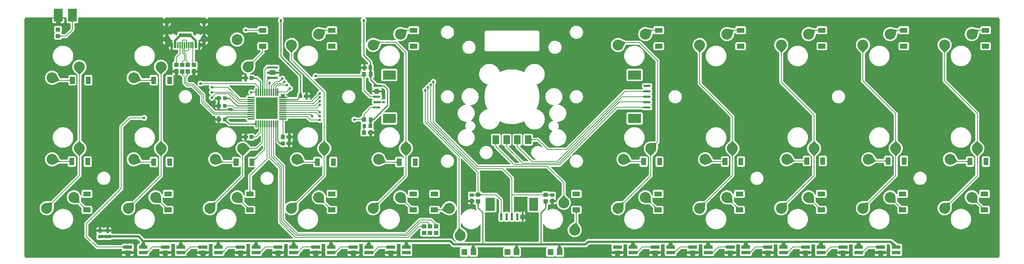
<source format=gbl>
G04 Layer: BottomLayer*
G04 EasyEDA v6.4.25, 2022-01-20T16:11:06+08:00*
G04 bfaf2d4f65d64c88941de24b5d45c2ce,3b57db4a37c74da5bb1b5bc11455ab19,10*
G04 Gerber Generator version 0.2*
G04 Scale: 100 percent, Rotated: No, Reflected: No *
G04 Dimensions in millimeters *
G04 leading zeros omitted , absolute positions ,4 integer and 5 decimal *
%FSLAX45Y45*%
%MOMM*%

%ADD10C,0.2540*%
%ADD11C,0.1524*%
%ADD12C,0.5080*%
%ADD13C,0.6096*%
%ADD15C,2.5400*%
%ADD16C,2.2000*%
%ADD17C,1.2000*%
%ADD19C,0.3000*%
%ADD20C,0.6000*%

%LPD*%
G36*
X-5370982Y939393D02*
G01*
X-5374894Y940155D01*
X-5378196Y942390D01*
X-5380380Y945642D01*
X-5381142Y949553D01*
X-5381142Y999388D01*
X-5380380Y1003249D01*
X-5378196Y1006551D01*
X-5374894Y1008786D01*
X-5370982Y1009548D01*
X-5293614Y1009548D01*
X-5289702Y1008786D01*
X-5286451Y1006551D01*
X-5284216Y1003249D01*
X-5283454Y999388D01*
X-5283454Y949553D01*
X-5284216Y945642D01*
X-5286451Y942390D01*
X-5289702Y940155D01*
X-5293614Y939393D01*
G37*

%LPD*%
G36*
X-6310731Y931976D02*
G01*
X-6314592Y932789D01*
X-6317894Y934974D01*
X-6576669Y1193749D01*
X-6578853Y1197000D01*
X-6579616Y1200912D01*
X-6578853Y1204823D01*
X-6576669Y1208074D01*
X-6573367Y1210310D01*
X-6569456Y1211072D01*
X-6005068Y1211072D01*
X-6001156Y1210310D01*
X-5997854Y1208074D01*
X-5977585Y1187805D01*
X-5975197Y1184097D01*
X-5974638Y1179728D01*
X-5975959Y1175562D01*
X-5978956Y1172311D01*
X-5986729Y1166825D01*
X-5993333Y1160221D01*
X-5998667Y1152601D01*
X-6002629Y1144117D01*
X-6005068Y1135126D01*
X-6005931Y1125372D01*
X-6005931Y1112520D01*
X-6006846Y1108252D01*
X-6009538Y1104747D01*
X-6013399Y1102715D01*
X-6017768Y1102512D01*
X-6021832Y1104188D01*
X-6030010Y1109980D01*
X-6039256Y1115618D01*
X-6049264Y1119784D01*
X-6059779Y1122324D01*
X-6070600Y1123137D01*
X-6081420Y1122324D01*
X-6091936Y1119784D01*
X-6101943Y1115618D01*
X-6111189Y1109980D01*
X-6119418Y1102918D01*
X-6126480Y1094689D01*
X-6132118Y1085443D01*
X-6136284Y1075436D01*
X-6138824Y1064920D01*
X-6139637Y1054100D01*
X-6138824Y1043279D01*
X-6136284Y1032764D01*
X-6132118Y1022756D01*
X-6126480Y1013510D01*
X-6120180Y1006144D01*
X-6118301Y1002842D01*
X-6117793Y999032D01*
X-6118707Y995324D01*
X-6120942Y992174D01*
X-6124143Y990142D01*
X-6127902Y989431D01*
X-6141872Y989431D01*
X-6151626Y988568D01*
X-6160617Y986129D01*
X-6169101Y982167D01*
X-6176721Y976833D01*
X-6183325Y970229D01*
X-6188710Y962609D01*
X-6192621Y954125D01*
X-6195060Y945083D01*
X-6195364Y941273D01*
X-6196380Y937666D01*
X-6198666Y934669D01*
X-6201816Y932687D01*
X-6205524Y931976D01*
G37*

%LPD*%
G36*
X-4797602Y882142D02*
G01*
X-4801463Y882903D01*
X-4804765Y885139D01*
X-4807000Y888390D01*
X-4807762Y892302D01*
X-4807762Y936345D01*
X-4832604Y936345D01*
X-4836515Y937107D01*
X-4839817Y939342D01*
X-4842002Y942644D01*
X-4842764Y946505D01*
X-4842764Y983894D01*
X-4842002Y987755D01*
X-4839817Y991057D01*
X-4836515Y993292D01*
X-4832604Y994054D01*
X-4807762Y994054D01*
X-4807762Y1048816D01*
X-4820920Y1048816D01*
X-4828946Y1048003D01*
X-4836160Y1045819D01*
X-4842814Y1042263D01*
X-4844948Y1040536D01*
X-4848910Y1038504D01*
X-4853279Y1038402D01*
X-4857343Y1040130D01*
X-4861763Y1043330D01*
X-4863541Y1044956D01*
X-4864912Y1047038D01*
X-4869027Y1055268D01*
X-4870094Y1059789D01*
X-4870094Y1428699D01*
X-4870297Y1433372D01*
X-4870907Y1437792D01*
X-4871872Y1442161D01*
X-4873193Y1446428D01*
X-4874920Y1450594D01*
X-4876952Y1454556D01*
X-4879390Y1458315D01*
X-4882083Y1461871D01*
X-4885283Y1465326D01*
X-5326735Y1906828D01*
X-5328970Y1910080D01*
X-5329732Y1913991D01*
X-5329732Y2677972D01*
X-5328716Y2682341D01*
X-5324754Y2690571D01*
X-5319522Y2699156D01*
X-5315356Y2709164D01*
X-5312816Y2719679D01*
X-5312003Y2730500D01*
X-5312816Y2741320D01*
X-5315356Y2751836D01*
X-5319522Y2761843D01*
X-5325160Y2771089D01*
X-5332222Y2779318D01*
X-5333949Y2780792D01*
X-5336438Y2784043D01*
X-5337505Y2788005D01*
X-5336895Y2792069D01*
X-5334711Y2795524D01*
X-5331358Y2797860D01*
X-5327345Y2798673D01*
X-3506978Y2798673D01*
X-3502964Y2797860D01*
X-3499612Y2795524D01*
X-3497427Y2792069D01*
X-3496818Y2788005D01*
X-3497884Y2784043D01*
X-3500374Y2780792D01*
X-3502101Y2779318D01*
X-3509162Y2771089D01*
X-3514801Y2761843D01*
X-3518966Y2751836D01*
X-3521506Y2741320D01*
X-3522319Y2730500D01*
X-3521506Y2719679D01*
X-3518966Y2709164D01*
X-3514801Y2699156D01*
X-3509010Y2689606D01*
X-3505555Y2682341D01*
X-3504590Y2677972D01*
X-3504590Y1916785D01*
X-3504387Y1912112D01*
X-3503777Y1907692D01*
X-3502812Y1903323D01*
X-3501491Y1899056D01*
X-3499764Y1894890D01*
X-3497681Y1890928D01*
X-3495294Y1887169D01*
X-3492601Y1883613D01*
X-3489401Y1880158D01*
X-3349802Y1740509D01*
X-3347567Y1737207D01*
X-3346805Y1733346D01*
X-3346805Y1720189D01*
X-3347872Y1715668D01*
X-3351987Y1707438D01*
X-3353358Y1705356D01*
X-3355136Y1703730D01*
X-3359556Y1700530D01*
X-3363620Y1698802D01*
X-3367989Y1698904D01*
X-3371951Y1700936D01*
X-3374085Y1702663D01*
X-3380740Y1706219D01*
X-3387953Y1708404D01*
X-3395979Y1709216D01*
X-3409137Y1709216D01*
X-3409137Y1654454D01*
X-3384296Y1654454D01*
X-3380384Y1653692D01*
X-3377082Y1651457D01*
X-3374898Y1648155D01*
X-3374136Y1644294D01*
X-3374136Y1606905D01*
X-3374898Y1603044D01*
X-3377082Y1599742D01*
X-3380384Y1597507D01*
X-3384296Y1596745D01*
X-3409137Y1596745D01*
X-3409137Y1572768D01*
X-3409899Y1568856D01*
X-3412134Y1565605D01*
X-3415436Y1563370D01*
X-3419297Y1562608D01*
X-3451656Y1562608D01*
X-3455568Y1563370D01*
X-3458870Y1565605D01*
X-3461054Y1568856D01*
X-3461816Y1572768D01*
X-3461816Y1596745D01*
X-3514090Y1596745D01*
X-3514090Y1581099D01*
X-3513328Y1573072D01*
X-3509721Y1561947D01*
X-3509772Y1558493D01*
X-3511042Y1555242D01*
X-3514953Y1551279D01*
X-3519728Y1545437D01*
X-3523284Y1538732D01*
X-3525469Y1531518D01*
X-3526282Y1523492D01*
X-3526282Y1491488D01*
X-3527044Y1487576D01*
X-3529279Y1484325D01*
X-3532530Y1482090D01*
X-3536442Y1481328D01*
X-4514900Y1481328D01*
X-4517999Y1481836D01*
X-4520793Y1483207D01*
X-4531410Y1490980D01*
X-4540656Y1496618D01*
X-4550664Y1500784D01*
X-4561179Y1503324D01*
X-4572000Y1504137D01*
X-4582820Y1503324D01*
X-4593336Y1500784D01*
X-4603343Y1496618D01*
X-4612589Y1490980D01*
X-4620818Y1483918D01*
X-4627880Y1475689D01*
X-4633518Y1466443D01*
X-4637684Y1456436D01*
X-4640224Y1445920D01*
X-4641037Y1435100D01*
X-4640224Y1424279D01*
X-4638040Y1415338D01*
X-4637989Y1411020D01*
X-4639716Y1407007D01*
X-4642967Y1404112D01*
X-4647133Y1402842D01*
X-4651451Y1403451D01*
X-4655108Y1405788D01*
X-5081778Y1832457D01*
X-5084013Y1835759D01*
X-5084775Y1839671D01*
X-5084775Y1961083D01*
X-5084013Y1964943D01*
X-5081828Y1968246D01*
X-5008473Y2042668D01*
X-5003596Y2048205D01*
X-4993030Y2062480D01*
X-4984038Y2077669D01*
X-4976774Y2093722D01*
X-4971237Y2110435D01*
X-4967528Y2127656D01*
X-4965649Y2145182D01*
X-4965649Y2162810D01*
X-4967528Y2180336D01*
X-4971237Y2197557D01*
X-4976774Y2214321D01*
X-4984038Y2230374D01*
X-4993030Y2245563D01*
X-5003546Y2259685D01*
X-5015484Y2272639D01*
X-5028742Y2284272D01*
X-5043170Y2294382D01*
X-5058562Y2302916D01*
X-5074818Y2309774D01*
X-5091684Y2314854D01*
X-5109006Y2318105D01*
X-5126583Y2319528D01*
X-5144211Y2319070D01*
X-5161686Y2316734D01*
X-5178806Y2312568D01*
X-5195366Y2306574D01*
X-5211216Y2298852D01*
X-5226202Y2289505D01*
X-5240070Y2278634D01*
X-5252669Y2266340D01*
X-5263946Y2252776D01*
X-5273649Y2238044D01*
X-5281777Y2222449D01*
X-5288229Y2205990D01*
X-5292852Y2189022D01*
X-5295646Y2171598D01*
X-5296611Y2154021D01*
X-5295646Y2136394D01*
X-5292852Y2119020D01*
X-5288229Y2102002D01*
X-5281777Y2085593D01*
X-5273649Y2069947D01*
X-5263946Y2055266D01*
X-5252669Y2041652D01*
X-5180177Y1968246D01*
X-5177993Y1964943D01*
X-5177231Y1961083D01*
X-5177180Y1814525D01*
X-5175961Y1805736D01*
X-5173268Y1797659D01*
X-5169103Y1790192D01*
X-5163362Y1783283D01*
X-4490262Y1110183D01*
X-4488078Y1106881D01*
X-4487316Y1103020D01*
X-4488078Y1099108D01*
X-4490262Y1095806D01*
X-4493564Y1093622D01*
X-4501743Y1090218D01*
X-4510989Y1084580D01*
X-4519218Y1077518D01*
X-4526280Y1069289D01*
X-4531918Y1060043D01*
X-4536084Y1050036D01*
X-4538624Y1039368D01*
X-4540656Y1026515D01*
X-4541621Y1023518D01*
X-4543501Y1020978D01*
X-4679340Y885139D01*
X-4682642Y882903D01*
X-4686554Y882142D01*
X-4701540Y882142D01*
X-4705248Y882853D01*
X-4708448Y884885D01*
X-4710684Y887933D01*
X-4711649Y891641D01*
X-4711192Y895400D01*
X-4705807Y905459D01*
X-4703572Y912672D01*
X-4702810Y920699D01*
X-4702810Y936345D01*
X-4755083Y936345D01*
X-4755083Y892302D01*
X-4755845Y888390D01*
X-4758029Y885139D01*
X-4761331Y882903D01*
X-4765243Y882142D01*
G37*

%LPC*%
G36*
X-4491583Y2242464D02*
G01*
X-4474006Y2243886D01*
X-4456684Y2247138D01*
X-4439818Y2252218D01*
X-4423562Y2259076D01*
X-4408170Y2267610D01*
X-4393742Y2277770D01*
X-4380484Y2289352D01*
X-4368546Y2302306D01*
X-4358030Y2316480D01*
X-4349038Y2331669D01*
X-4341774Y2347722D01*
X-4336237Y2364435D01*
X-4323486Y2412898D01*
X-4321403Y2416860D01*
X-4317898Y2419553D01*
X-4313580Y2420467D01*
X-4309262Y2419502D01*
X-4305808Y2416759D01*
X-4303268Y2413660D01*
X-4297426Y2408885D01*
X-4290771Y2405329D01*
X-4283506Y2403144D01*
X-4275480Y2402332D01*
X-4106519Y2402332D01*
X-4098493Y2403144D01*
X-4091228Y2405329D01*
X-4084574Y2408885D01*
X-4078732Y2413660D01*
X-4073956Y2419502D01*
X-4070400Y2426208D01*
X-4068165Y2433421D01*
X-4067403Y2441448D01*
X-4067403Y2552192D01*
X-4068165Y2560218D01*
X-4070400Y2567432D01*
X-4073956Y2574137D01*
X-4078732Y2579979D01*
X-4084574Y2584754D01*
X-4091228Y2588310D01*
X-4098493Y2590495D01*
X-4106519Y2591308D01*
X-4275480Y2591308D01*
X-4283506Y2590495D01*
X-4290771Y2588310D01*
X-4297426Y2584754D01*
X-4303268Y2579979D01*
X-4308043Y2574137D01*
X-4311599Y2567432D01*
X-4313834Y2560218D01*
X-4314596Y2552192D01*
X-4315663Y2548636D01*
X-4317898Y2545689D01*
X-4321048Y2543708D01*
X-4324705Y2543048D01*
X-4346549Y2543048D01*
X-4348886Y2543302D01*
X-4463542Y2570327D01*
X-4474006Y2572105D01*
X-4491583Y2573528D01*
X-4509211Y2573070D01*
X-4526686Y2570734D01*
X-4543806Y2566568D01*
X-4560366Y2560574D01*
X-4576216Y2552852D01*
X-4591202Y2543505D01*
X-4605070Y2532634D01*
X-4617669Y2520340D01*
X-4628946Y2506776D01*
X-4638649Y2492044D01*
X-4646777Y2476449D01*
X-4653229Y2459990D01*
X-4657852Y2443022D01*
X-4660646Y2425598D01*
X-4661611Y2408021D01*
X-4660646Y2390394D01*
X-4657852Y2373020D01*
X-4653229Y2356002D01*
X-4646777Y2339594D01*
X-4638649Y2323947D01*
X-4628946Y2309266D01*
X-4617669Y2295652D01*
X-4605070Y2283358D01*
X-4591202Y2272487D01*
X-4576216Y2263140D01*
X-4560366Y2255418D01*
X-4543806Y2249474D01*
X-4526686Y2245258D01*
X-4509211Y2242921D01*
G37*
G36*
X-4275480Y2031492D02*
G01*
X-4106519Y2031492D01*
X-4098493Y2032304D01*
X-4091228Y2034489D01*
X-4084574Y2038045D01*
X-4078732Y2042820D01*
X-4073956Y2048662D01*
X-4070400Y2055368D01*
X-4068165Y2062581D01*
X-4067403Y2070607D01*
X-4067403Y2181352D01*
X-4068165Y2189378D01*
X-4070400Y2196592D01*
X-4073956Y2203297D01*
X-4078732Y2209139D01*
X-4084574Y2213914D01*
X-4091228Y2217470D01*
X-4098493Y2219655D01*
X-4106519Y2220468D01*
X-4275480Y2220468D01*
X-4283506Y2219655D01*
X-4290771Y2217470D01*
X-4297426Y2213914D01*
X-4303268Y2209139D01*
X-4308043Y2203297D01*
X-4311599Y2196592D01*
X-4313834Y2189378D01*
X-4314596Y2181352D01*
X-4314596Y2070607D01*
X-4313834Y2062581D01*
X-4311599Y2055368D01*
X-4308043Y2048662D01*
X-4303268Y2042820D01*
X-4297426Y2038045D01*
X-4290771Y2034489D01*
X-4283506Y2032304D01*
G37*
G36*
X-3514090Y1654454D02*
G01*
X-3461816Y1654454D01*
X-3461816Y1709216D01*
X-3474974Y1709216D01*
X-3483000Y1708404D01*
X-3490264Y1706219D01*
X-3496919Y1702663D01*
X-3502761Y1697888D01*
X-3507536Y1692046D01*
X-3511092Y1685340D01*
X-3513328Y1678127D01*
X-3514090Y1670100D01*
G37*
G36*
X-4755083Y994054D02*
G01*
X-4702810Y994054D01*
X-4702810Y1009700D01*
X-4703572Y1017727D01*
X-4705807Y1024940D01*
X-4709363Y1031646D01*
X-4714138Y1037488D01*
X-4719980Y1042263D01*
X-4726635Y1045819D01*
X-4733899Y1048003D01*
X-4741926Y1048816D01*
X-4755083Y1048816D01*
G37*
G36*
X-4760722Y1661617D02*
G01*
X-4739284Y1661617D01*
X-4717999Y1663547D01*
X-4696917Y1667357D01*
X-4676292Y1673098D01*
X-4656226Y1680616D01*
X-4636922Y1689912D01*
X-4618583Y1700885D01*
X-4601260Y1713433D01*
X-4585106Y1727555D01*
X-4570323Y1742998D01*
X-4556963Y1759762D01*
X-4545177Y1777644D01*
X-4535017Y1796491D01*
X-4526635Y1816150D01*
X-4519980Y1836521D01*
X-4515256Y1857400D01*
X-4512360Y1878584D01*
X-4511395Y1899970D01*
X-4512360Y1921408D01*
X-4515256Y1942592D01*
X-4519980Y1963470D01*
X-4526635Y1983841D01*
X-4535017Y2003501D01*
X-4545177Y2022348D01*
X-4556963Y2040229D01*
X-4570323Y2056993D01*
X-4585106Y2072436D01*
X-4601260Y2086559D01*
X-4618583Y2099106D01*
X-4636922Y2110079D01*
X-4656226Y2119376D01*
X-4676292Y2126894D01*
X-4696917Y2132634D01*
X-4717999Y2136444D01*
X-4739284Y2138375D01*
X-4760722Y2138375D01*
X-4782007Y2136444D01*
X-4803089Y2132634D01*
X-4823714Y2126894D01*
X-4843780Y2119376D01*
X-4863084Y2110079D01*
X-4881422Y2099106D01*
X-4898745Y2086559D01*
X-4914900Y2072436D01*
X-4929682Y2056993D01*
X-4943043Y2040229D01*
X-4954828Y2022348D01*
X-4964988Y2003501D01*
X-4973370Y1983841D01*
X-4980025Y1963470D01*
X-4984750Y1942592D01*
X-4987645Y1921408D01*
X-4988610Y1899970D01*
X-4987645Y1878584D01*
X-4984750Y1857400D01*
X-4980025Y1836521D01*
X-4973370Y1816150D01*
X-4964988Y1796491D01*
X-4954828Y1777644D01*
X-4943043Y1759762D01*
X-4929682Y1742998D01*
X-4914900Y1727555D01*
X-4898745Y1713433D01*
X-4881422Y1700885D01*
X-4863084Y1689912D01*
X-4843780Y1680616D01*
X-4823714Y1673098D01*
X-4803089Y1667357D01*
X-4782007Y1663547D01*
G37*

%LPD*%
G36*
X-3034436Y877366D02*
G01*
X-3038449Y878281D01*
X-3041700Y880668D01*
X-3043783Y884224D01*
X-3044342Y888237D01*
X-3043224Y892200D01*
X-3040634Y895350D01*
X-3037738Y897737D01*
X-3032912Y903579D01*
X-3029356Y910234D01*
X-3027172Y917498D01*
X-3026410Y925474D01*
X-3026410Y974496D01*
X-3027172Y982522D01*
X-3029356Y989736D01*
X-3032912Y996442D01*
X-3037738Y1002284D01*
X-3040634Y1004620D01*
X-3043377Y1008176D01*
X-3044342Y1012494D01*
X-3043377Y1016863D01*
X-3040634Y1020368D01*
X-3037738Y1022756D01*
X-3032912Y1028598D01*
X-3029356Y1035253D01*
X-3027172Y1042466D01*
X-3026410Y1050493D01*
X-3026410Y1056132D01*
X-3098647Y1056132D01*
X-3098647Y1023772D01*
X-3099409Y1019860D01*
X-3101644Y1016609D01*
X-3104896Y1014374D01*
X-3108807Y1013612D01*
X-3181197Y1013612D01*
X-3185058Y1014374D01*
X-3188360Y1016609D01*
X-3190595Y1019860D01*
X-3191357Y1023772D01*
X-3191357Y1056132D01*
X-3263595Y1056132D01*
X-3263595Y1050493D01*
X-3262833Y1042466D01*
X-3260598Y1035253D01*
X-3257042Y1028598D01*
X-3252266Y1022756D01*
X-3249371Y1020368D01*
X-3246628Y1016863D01*
X-3245662Y1012494D01*
X-3246628Y1008176D01*
X-3249371Y1004620D01*
X-3252266Y1002284D01*
X-3254146Y999947D01*
X-3257651Y997203D01*
X-3262020Y996238D01*
X-3276142Y996238D01*
X-3280054Y997000D01*
X-3283305Y999185D01*
X-3392728Y1108608D01*
X-3394964Y1111910D01*
X-3395726Y1115822D01*
X-3395726Y1374902D01*
X-3394811Y1379118D01*
X-3392271Y1382572D01*
X-3388512Y1384655D01*
X-3381501Y1386789D01*
X-3374796Y1390345D01*
X-3371951Y1392682D01*
X-3368903Y1394409D01*
X-3365500Y1395018D01*
X-3362096Y1394409D01*
X-3359048Y1392682D01*
X-3356203Y1390345D01*
X-3346043Y1384808D01*
X-3343605Y1381658D01*
X-3341420Y1377340D01*
X-3340354Y1372768D01*
X-3340354Y1344269D01*
X-3340150Y1339596D01*
X-3339541Y1335125D01*
X-3338576Y1330756D01*
X-3337255Y1326489D01*
X-3335528Y1322374D01*
X-3333496Y1318412D01*
X-3331057Y1314602D01*
X-3328365Y1311097D01*
X-3325164Y1307592D01*
X-3264153Y1246581D01*
X-3262071Y1243584D01*
X-3261207Y1240078D01*
X-3261614Y1236472D01*
X-3262833Y1232509D01*
X-3263595Y1224483D01*
X-3263595Y1175512D01*
X-3262833Y1167485D01*
X-3260598Y1160221D01*
X-3257042Y1153566D01*
X-3252266Y1147724D01*
X-3249371Y1145336D01*
X-3246628Y1141831D01*
X-3245662Y1137513D01*
X-3246628Y1133144D01*
X-3249371Y1129639D01*
X-3252266Y1127252D01*
X-3257042Y1121410D01*
X-3260598Y1114755D01*
X-3262833Y1107541D01*
X-3263595Y1099515D01*
X-3263595Y1093825D01*
X-3191357Y1093825D01*
X-3191357Y1126236D01*
X-3190595Y1130096D01*
X-3188360Y1133398D01*
X-3185058Y1135634D01*
X-3181197Y1136396D01*
X-3108807Y1136396D01*
X-3104896Y1135634D01*
X-3101644Y1133398D01*
X-3099409Y1130096D01*
X-3098647Y1126236D01*
X-3098647Y1093825D01*
X-3026410Y1093825D01*
X-3026410Y1099515D01*
X-3027172Y1107541D01*
X-3029356Y1114755D01*
X-3032912Y1121410D01*
X-3038602Y1128217D01*
X-3040532Y1131671D01*
X-3040938Y1135634D01*
X-3039821Y1139393D01*
X-3037382Y1142492D01*
X-3033928Y1144422D01*
X-3022396Y1148080D01*
X-3019298Y1148588D01*
X-3003346Y1148588D01*
X-2999486Y1147826D01*
X-2996184Y1145590D01*
X-2949905Y1099312D01*
X-2947670Y1096010D01*
X-2946908Y1092149D01*
X-2946908Y899668D01*
X-2947670Y895756D01*
X-2949905Y892454D01*
X-2953156Y890269D01*
X-2957068Y889508D01*
X-2960979Y890269D01*
X-2963164Y891184D01*
X-2973679Y893724D01*
X-2984500Y894537D01*
X-2995320Y893724D01*
X-3005836Y891184D01*
X-3015843Y887018D01*
X-3030423Y878078D01*
G37*

%LPD*%
G36*
X-6900621Y624789D02*
G01*
X-6904532Y625551D01*
X-6907834Y627786D01*
X-7128814Y848766D01*
X-7131050Y852068D01*
X-7131812Y855980D01*
X-7131862Y996950D01*
X-7133081Y1005738D01*
X-7135774Y1013815D01*
X-7139940Y1021283D01*
X-7145680Y1028192D01*
X-7300366Y1182878D01*
X-7302652Y1186383D01*
X-7303363Y1190548D01*
X-7302296Y1194562D01*
X-7299706Y1197864D01*
X-7295997Y1199845D01*
X-7291831Y1200150D01*
X-7287869Y1198727D01*
X-7283043Y1195781D01*
X-7273036Y1191615D01*
X-7262520Y1189075D01*
X-7251700Y1188262D01*
X-7240879Y1189075D01*
X-7230364Y1191615D01*
X-7220356Y1195781D01*
X-7211009Y1201470D01*
X-7200493Y1209192D01*
X-7197699Y1210564D01*
X-7194550Y1211072D01*
X-7057034Y1211072D01*
X-7053173Y1210310D01*
X-7049871Y1208074D01*
X-7047636Y1204823D01*
X-7046874Y1200912D01*
X-7047636Y1197000D01*
X-7050684Y1189736D01*
X-7053224Y1179220D01*
X-7054037Y1168400D01*
X-7053224Y1157579D01*
X-7050684Y1147064D01*
X-7046518Y1137056D01*
X-7040880Y1127810D01*
X-7030516Y1115517D01*
X-7029551Y1111250D01*
X-7030516Y1106982D01*
X-7040880Y1094689D01*
X-7046518Y1085443D01*
X-7050684Y1075436D01*
X-7053224Y1064920D01*
X-7054037Y1054100D01*
X-7053224Y1043279D01*
X-7050684Y1032764D01*
X-7046518Y1022756D01*
X-7040880Y1013510D01*
X-7033818Y1005281D01*
X-7025690Y998321D01*
X-7023049Y994867D01*
X-7022134Y990600D01*
X-7023049Y986332D01*
X-7025690Y982878D01*
X-7033818Y975918D01*
X-7040880Y967689D01*
X-7046518Y958443D01*
X-7050684Y948436D01*
X-7053224Y937920D01*
X-7054037Y927100D01*
X-7053224Y916279D01*
X-7050684Y905764D01*
X-7046518Y895756D01*
X-7040880Y886510D01*
X-7033818Y878281D01*
X-7025589Y871219D01*
X-7016343Y865581D01*
X-7006336Y861415D01*
X-6995820Y858875D01*
X-6985000Y858062D01*
X-6974179Y858875D01*
X-6963664Y861415D01*
X-6953656Y865581D01*
X-6944410Y871219D01*
X-6936181Y878281D01*
X-6929120Y886510D01*
X-6923836Y895197D01*
X-6922465Y896569D01*
X-6921855Y899617D01*
X-6919315Y905764D01*
X-6916775Y916432D01*
X-6914743Y929284D01*
X-6913778Y932281D01*
X-6911898Y934821D01*
X-6906463Y940257D01*
X-6903161Y942492D01*
X-6899249Y943254D01*
X-6852716Y943254D01*
X-6852716Y959612D01*
X-6851954Y963523D01*
X-6849770Y966774D01*
X-6846468Y969010D01*
X-6842556Y969771D01*
X-6810197Y969771D01*
X-6806336Y969010D01*
X-6803034Y966774D01*
X-6800799Y963523D01*
X-6800037Y959612D01*
X-6800037Y943254D01*
X-6775196Y943254D01*
X-6771284Y942492D01*
X-6767982Y940257D01*
X-6765798Y936955D01*
X-6765036Y933094D01*
X-6765036Y895705D01*
X-6765798Y891844D01*
X-6767982Y888542D01*
X-6771284Y886307D01*
X-6775196Y885545D01*
X-6800037Y885545D01*
X-6800037Y765454D01*
X-6775196Y765454D01*
X-6771284Y764692D01*
X-6767982Y762457D01*
X-6765798Y759155D01*
X-6765036Y755294D01*
X-6765036Y717905D01*
X-6765798Y714044D01*
X-6767982Y710742D01*
X-6771284Y708507D01*
X-6775196Y707745D01*
X-6800037Y707745D01*
X-6800037Y652983D01*
X-6786880Y652983D01*
X-6778853Y653796D01*
X-6771640Y655980D01*
X-6764985Y659536D01*
X-6762851Y661263D01*
X-6759803Y662990D01*
X-6756400Y663600D01*
X-6752996Y662990D01*
X-6749948Y661263D01*
X-6747814Y659536D01*
X-6741159Y655980D01*
X-6733946Y653796D01*
X-6725920Y652983D01*
X-6646925Y652983D01*
X-6638899Y653796D01*
X-6631635Y655980D01*
X-6624980Y659536D01*
X-6619138Y664311D01*
X-6614363Y670153D01*
X-6610807Y676859D01*
X-6608876Y683158D01*
X-6606794Y686917D01*
X-6603339Y689457D01*
X-6599123Y690372D01*
X-6525768Y690372D01*
X-6521856Y689610D01*
X-6518554Y687374D01*
X-6482994Y651865D01*
X-6475882Y646531D01*
X-6470954Y644042D01*
X-6467449Y641197D01*
X-6465519Y637133D01*
X-6465570Y632612D01*
X-6467551Y628599D01*
X-6471056Y625805D01*
X-6475476Y624789D01*
G37*

%LPC*%
G36*
X-6865874Y652983D02*
G01*
X-6852716Y652983D01*
X-6852716Y707745D01*
X-6904990Y707745D01*
X-6904990Y692099D01*
X-6904228Y684072D01*
X-6901992Y676859D01*
X-6898436Y670153D01*
X-6893661Y664311D01*
X-6887819Y659536D01*
X-6881164Y655980D01*
X-6873900Y653796D01*
G37*
G36*
X-6904990Y765454D02*
G01*
X-6852716Y765454D01*
X-6852716Y885545D01*
X-6904990Y885545D01*
X-6904990Y869899D01*
X-6904228Y861872D01*
X-6901992Y854659D01*
X-6898436Y847953D01*
X-6893661Y842111D01*
X-6887819Y837336D01*
X-6882434Y834440D01*
X-6879132Y831646D01*
X-6877303Y827684D01*
X-6877303Y823315D01*
X-6879132Y819353D01*
X-6882434Y816559D01*
X-6887819Y813663D01*
X-6893661Y808888D01*
X-6898436Y803046D01*
X-6901992Y796340D01*
X-6904228Y789127D01*
X-6904990Y781100D01*
G37*

%LPD*%
G36*
X-6557619Y367080D02*
G01*
X-6561531Y367893D01*
X-6564833Y370078D01*
X-6594703Y399948D01*
X-6597142Y403910D01*
X-6601155Y415848D01*
X-6601663Y419100D01*
X-6601155Y422351D01*
X-6599377Y427532D01*
X-6597294Y431139D01*
X-6593890Y433578D01*
X-6589775Y434441D01*
X-6204966Y434441D01*
X-6200698Y433527D01*
X-6197193Y430834D01*
X-6195161Y426923D01*
X-6192621Y417474D01*
X-6188710Y408990D01*
X-6183325Y401370D01*
X-6176721Y394766D01*
X-6169101Y389432D01*
X-6162802Y386486D01*
X-6159652Y384200D01*
X-6157569Y380847D01*
X-6156909Y377037D01*
X-6157772Y373227D01*
X-6160008Y369976D01*
X-6163259Y367842D01*
X-6167069Y367080D01*
G37*

%LPD*%
G36*
X-5264302Y-1542643D02*
G01*
X-5268366Y-1542084D01*
X-5271871Y-1539900D01*
X-5274259Y-1536547D01*
X-5275072Y-1532534D01*
X-5275122Y-658622D01*
X-5276342Y-649833D01*
X-5279034Y-641756D01*
X-5283200Y-634288D01*
X-5288940Y-627380D01*
X-5502960Y-413359D01*
X-5505196Y-410057D01*
X-5505958Y-406146D01*
X-5505958Y-128320D01*
X-5505196Y-124460D01*
X-5502960Y-121158D01*
X-5499709Y-118922D01*
X-5495798Y-118160D01*
X-5491886Y-118922D01*
X-5488635Y-121158D01*
X-5433923Y-175818D01*
X-5430469Y-179019D01*
X-5426913Y-181711D01*
X-5423154Y-184150D01*
X-5419293Y-186131D01*
X-5413044Y-188518D01*
X-5408422Y-191262D01*
X-5405831Y-193649D01*
X-5404205Y-196850D01*
X-5403392Y-199440D01*
X-5399836Y-206146D01*
X-5395061Y-211988D01*
X-5389219Y-216763D01*
X-5382564Y-220319D01*
X-5375300Y-222504D01*
X-5367274Y-223316D01*
X-5288280Y-223316D01*
X-5280253Y-222504D01*
X-5273040Y-220319D01*
X-5266385Y-216763D01*
X-5264251Y-215036D01*
X-5261203Y-213309D01*
X-5257800Y-212699D01*
X-5254396Y-213309D01*
X-5251348Y-215036D01*
X-5249214Y-216763D01*
X-5242560Y-220319D01*
X-5235346Y-222504D01*
X-5227320Y-223316D01*
X-5214162Y-223316D01*
X-5214162Y-168554D01*
X-5239004Y-168554D01*
X-5242915Y-167792D01*
X-5246217Y-165557D01*
X-5248402Y-162255D01*
X-5249164Y-158394D01*
X-5249164Y-121005D01*
X-5248402Y-117144D01*
X-5246217Y-113842D01*
X-5242915Y-111607D01*
X-5239004Y-110845D01*
X-5214162Y-110845D01*
X-5214162Y-45923D01*
X-5213197Y-41656D01*
X-5210556Y-38150D01*
X-5210556Y-19050D01*
X-5239766Y-19050D01*
X-5243677Y-18288D01*
X-5246928Y-16052D01*
X-5249164Y-12801D01*
X-5249926Y-8890D01*
X-5249926Y34290D01*
X-5249164Y38201D01*
X-5246928Y41452D01*
X-5243677Y43688D01*
X-5239766Y44450D01*
X-5210556Y44450D01*
X-5210556Y102108D01*
X-5226558Y102108D01*
X-5234584Y101295D01*
X-5241798Y99110D01*
X-5248503Y95554D01*
X-5251348Y93218D01*
X-5254396Y91490D01*
X-5257800Y90881D01*
X-5261203Y91490D01*
X-5264251Y93218D01*
X-5267096Y95554D01*
X-5273802Y99110D01*
X-5278882Y100685D01*
X-5282641Y102768D01*
X-5285181Y106222D01*
X-5286095Y110388D01*
X-5286095Y372008D01*
X-5285333Y375920D01*
X-5283098Y379222D01*
X-5279847Y381406D01*
X-5275935Y382168D01*
X-5262727Y382168D01*
X-5252974Y383032D01*
X-5243982Y385470D01*
X-5235498Y389432D01*
X-5227878Y394766D01*
X-5221274Y401370D01*
X-5215890Y408990D01*
X-5211978Y417474D01*
X-5209540Y426516D01*
X-5209235Y430276D01*
X-5208219Y433882D01*
X-5205933Y436880D01*
X-5202783Y438861D01*
X-5199075Y439521D01*
X-4789017Y439521D01*
X-4785156Y438759D01*
X-4781854Y436575D01*
X-4717694Y372465D01*
X-4710633Y367131D01*
X-4702962Y363321D01*
X-4694783Y360984D01*
X-4685842Y360172D01*
X-4527499Y360172D01*
X-4524400Y359664D01*
X-4521606Y358292D01*
X-4510989Y350520D01*
X-4501743Y344881D01*
X-4491736Y340715D01*
X-4481220Y338175D01*
X-4470400Y337362D01*
X-4459579Y338175D01*
X-4449064Y340715D01*
X-4439056Y344881D01*
X-4430674Y349961D01*
X-4426661Y351383D01*
X-4422394Y351028D01*
X-4418685Y348945D01*
X-4416145Y345490D01*
X-4415231Y341325D01*
X-4415231Y-61112D01*
X-4415993Y-64973D01*
X-4418177Y-68224D01*
X-4491532Y-142697D01*
X-4496409Y-148234D01*
X-4506976Y-162458D01*
X-4515916Y-177647D01*
X-4523232Y-193700D01*
X-4528769Y-210413D01*
X-4532477Y-227685D01*
X-4534357Y-245211D01*
X-4534357Y-262788D01*
X-4532477Y-280365D01*
X-4528769Y-297586D01*
X-4523232Y-314299D01*
X-4515916Y-330352D01*
X-4506976Y-345541D01*
X-4496409Y-359765D01*
X-4491482Y-365353D01*
X-4484573Y-372567D01*
X-4418177Y-439775D01*
X-4415993Y-443026D01*
X-4415231Y-446887D01*
X-4415231Y-476046D01*
X-4416044Y-480059D01*
X-4418431Y-483463D01*
X-4421886Y-485597D01*
X-4425950Y-486206D01*
X-4429912Y-485140D01*
X-4433163Y-482600D01*
X-4435094Y-478993D01*
X-4437329Y-471728D01*
X-4440885Y-465074D01*
X-4445660Y-459232D01*
X-4451502Y-454456D01*
X-4458208Y-450900D01*
X-4465421Y-448665D01*
X-4473448Y-447903D01*
X-4584192Y-447903D01*
X-4592218Y-448665D01*
X-4599432Y-450900D01*
X-4606137Y-454456D01*
X-4611979Y-459232D01*
X-4616754Y-465074D01*
X-4620310Y-471728D01*
X-4622495Y-478993D01*
X-4623308Y-487019D01*
X-4623308Y-515112D01*
X-4624070Y-519023D01*
X-4626305Y-522274D01*
X-4629556Y-524510D01*
X-4633468Y-525272D01*
X-4808524Y-525272D01*
X-4812334Y-524510D01*
X-4815586Y-522427D01*
X-4817821Y-519277D01*
X-4855464Y-434949D01*
X-4861356Y-423926D01*
X-4871059Y-409244D01*
X-4882337Y-395681D01*
X-4894935Y-383387D01*
X-4908804Y-372516D01*
X-4923739Y-363169D01*
X-4939588Y-355447D01*
X-4956200Y-349453D01*
X-4973320Y-345287D01*
X-4990795Y-342950D01*
X-5008422Y-342442D01*
X-5025999Y-343865D01*
X-5043322Y-347116D01*
X-5060188Y-352247D01*
X-5076393Y-359105D01*
X-5091836Y-367639D01*
X-5106263Y-377748D01*
X-5119522Y-389382D01*
X-5131460Y-402336D01*
X-5141976Y-416458D01*
X-5150916Y-431647D01*
X-5158232Y-447700D01*
X-5163769Y-464413D01*
X-5167477Y-481685D01*
X-5169357Y-499211D01*
X-5169357Y-516788D01*
X-5167477Y-534365D01*
X-5163769Y-551586D01*
X-5158232Y-568299D01*
X-5150916Y-584352D01*
X-5141976Y-599541D01*
X-5131460Y-613664D01*
X-5119522Y-626618D01*
X-5106263Y-638251D01*
X-5091836Y-648360D01*
X-5076393Y-656945D01*
X-5060188Y-663752D01*
X-5043322Y-668883D01*
X-5025999Y-672134D01*
X-5008422Y-673557D01*
X-4990795Y-673049D01*
X-4973320Y-670712D01*
X-4956200Y-666546D01*
X-4945278Y-662787D01*
X-4939741Y-660603D01*
X-4936693Y-659130D01*
X-4840274Y-618540D01*
X-4836312Y-617728D01*
X-4633468Y-617728D01*
X-4629556Y-618490D01*
X-4626305Y-620725D01*
X-4624070Y-623976D01*
X-4623308Y-627888D01*
X-4623308Y-655980D01*
X-4622495Y-664006D01*
X-4620310Y-671271D01*
X-4616754Y-677926D01*
X-4611979Y-683768D01*
X-4606137Y-688543D01*
X-4599432Y-692099D01*
X-4592218Y-694334D01*
X-4584192Y-695096D01*
X-4473448Y-695096D01*
X-4465421Y-694334D01*
X-4458208Y-692099D01*
X-4451502Y-688543D01*
X-4445660Y-683768D01*
X-4440885Y-677926D01*
X-4437329Y-671271D01*
X-4435094Y-664006D01*
X-4433163Y-660400D01*
X-4429912Y-657860D01*
X-4425950Y-656793D01*
X-4421886Y-657402D01*
X-4418431Y-659536D01*
X-4416044Y-662940D01*
X-4415231Y-666953D01*
X-4415231Y-860653D01*
X-4415993Y-864514D01*
X-4418228Y-867816D01*
X-5027269Y-1476908D01*
X-5030571Y-1479092D01*
X-5034381Y-1479905D01*
X-5138978Y-1480616D01*
X-5144058Y-1480921D01*
X-5161686Y-1483258D01*
X-5178806Y-1487474D01*
X-5195366Y-1493418D01*
X-5211216Y-1501140D01*
X-5226202Y-1510487D01*
X-5240020Y-1521358D01*
X-5252669Y-1533652D01*
X-5257088Y-1538986D01*
X-5260289Y-1541576D01*
G37*

%LPC*%
G36*
X-5161483Y-110845D02*
G01*
X-5109210Y-110845D01*
X-5109210Y-95199D01*
X-5109972Y-87172D01*
X-5113578Y-76047D01*
X-5113528Y-72593D01*
X-5112258Y-69342D01*
X-5108346Y-65379D01*
X-5103571Y-59537D01*
X-5100015Y-52832D01*
X-5097830Y-45618D01*
X-5097018Y-37592D01*
X-5097018Y-19050D01*
X-5152136Y-19050D01*
X-5152136Y-86868D01*
X-5152847Y-90576D01*
X-5154828Y-93726D01*
X-5157825Y-96012D01*
X-5161483Y-96977D01*
G37*
G36*
X-4760722Y-238353D02*
G01*
X-4739284Y-238353D01*
X-4717999Y-236423D01*
X-4696917Y-232613D01*
X-4676292Y-226923D01*
X-4656226Y-219405D01*
X-4636922Y-210108D01*
X-4618583Y-199136D01*
X-4601260Y-186537D01*
X-4585106Y-172466D01*
X-4570323Y-156972D01*
X-4556963Y-140258D01*
X-4545177Y-122377D01*
X-4535017Y-103530D01*
X-4526635Y-83820D01*
X-4519980Y-63500D01*
X-4515256Y-42621D01*
X-4512360Y-21386D01*
X-4511395Y0D01*
X-4512360Y21386D01*
X-4515256Y42621D01*
X-4519980Y63500D01*
X-4526635Y83820D01*
X-4535017Y103530D01*
X-4545177Y122377D01*
X-4556963Y140258D01*
X-4570323Y156972D01*
X-4585106Y172466D01*
X-4601260Y186537D01*
X-4618583Y199136D01*
X-4636922Y210108D01*
X-4656226Y219405D01*
X-4676292Y226923D01*
X-4696917Y232613D01*
X-4717999Y236423D01*
X-4739284Y238353D01*
X-4760722Y238353D01*
X-4782007Y236423D01*
X-4803089Y232613D01*
X-4823714Y226923D01*
X-4843780Y219405D01*
X-4863084Y210108D01*
X-4881422Y199136D01*
X-4898745Y186537D01*
X-4914900Y172466D01*
X-4929682Y156972D01*
X-4943043Y140258D01*
X-4954828Y122377D01*
X-4964988Y103530D01*
X-4973370Y83820D01*
X-4980025Y63500D01*
X-4984750Y42621D01*
X-4987645Y21386D01*
X-4988610Y0D01*
X-4987645Y-21386D01*
X-4984750Y-42621D01*
X-4980025Y-63500D01*
X-4973370Y-83820D01*
X-4964988Y-103530D01*
X-4954828Y-122377D01*
X-4943043Y-140258D01*
X-4929682Y-156972D01*
X-4914900Y-172466D01*
X-4898745Y-186537D01*
X-4881422Y-199136D01*
X-4863084Y-210108D01*
X-4843780Y-219405D01*
X-4823714Y-226923D01*
X-4803089Y-232613D01*
X-4782007Y-236423D01*
G37*
G36*
X-5161483Y-223316D02*
G01*
X-5148326Y-223316D01*
X-5140299Y-222504D01*
X-5133035Y-220319D01*
X-5126380Y-216763D01*
X-5120538Y-211988D01*
X-5115763Y-206146D01*
X-5112207Y-199440D01*
X-5109972Y-192227D01*
X-5109210Y-184200D01*
X-5109210Y-168554D01*
X-5161483Y-168554D01*
G37*
G36*
X-5152136Y44450D02*
G01*
X-5097018Y44450D01*
X-5097018Y62991D01*
X-5097830Y71018D01*
X-5100015Y78232D01*
X-5103571Y84937D01*
X-5108346Y90779D01*
X-5114188Y95554D01*
X-5120894Y99110D01*
X-5128107Y101295D01*
X-5136134Y102108D01*
X-5152136Y102108D01*
G37*

%LPD*%
G36*
X-187502Y-1744370D02*
G01*
X-191820Y-1743354D01*
X-195376Y-1740611D01*
X-197713Y-1737715D01*
X-200050Y-1735836D01*
X-202793Y-1732330D01*
X-203758Y-1727962D01*
X-203809Y-1450035D01*
X-205028Y-1441246D01*
X-207721Y-1433169D01*
X-211886Y-1425702D01*
X-217627Y-1418793D01*
X-337159Y-1299311D01*
X-344220Y-1293977D01*
X-351891Y-1290167D01*
X-360070Y-1287830D01*
X-369011Y-1287018D01*
X-689102Y-1287018D01*
X-693318Y-1286103D01*
X-696772Y-1283563D01*
X-698855Y-1279804D01*
X-700989Y-1272794D01*
X-704545Y-1266088D01*
X-709320Y-1260246D01*
X-715162Y-1255471D01*
X-721868Y-1251915D01*
X-729081Y-1249730D01*
X-732028Y-1249426D01*
X-735584Y-1248359D01*
X-738530Y-1246124D01*
X-740511Y-1242974D01*
X-741172Y-1239316D01*
X-741222Y-811022D01*
X-742442Y-802233D01*
X-745134Y-794156D01*
X-751078Y-783336D01*
X-751535Y-779576D01*
X-750570Y-775919D01*
X-748334Y-772871D01*
X-745134Y-770839D01*
X-741426Y-770128D01*
X-239267Y-770128D01*
X-235356Y-770890D01*
X-232054Y-773125D01*
X-49225Y-955954D01*
X-46990Y-959256D01*
X-46228Y-963168D01*
X-46228Y-1727962D01*
X-47193Y-1732330D01*
X-49936Y-1735836D01*
X-52273Y-1737715D01*
X-54660Y-1740611D01*
X-58166Y-1743354D01*
X-62484Y-1744370D01*
X-66852Y-1743354D01*
X-70358Y-1740611D01*
X-72745Y-1737715D01*
X-78587Y-1732940D01*
X-85242Y-1729384D01*
X-92456Y-1727200D01*
X-100482Y-1726387D01*
X-149504Y-1726387D01*
X-157530Y-1727200D01*
X-164744Y-1729384D01*
X-171399Y-1732940D01*
X-177241Y-1737715D01*
X-179628Y-1740611D01*
X-183134Y-1743354D01*
G37*

%LPD*%
G36*
X-1175562Y-1805432D02*
G01*
X-1179423Y-1804619D01*
X-1182725Y-1802434D01*
X-1184910Y-1799132D01*
X-1185672Y-1795272D01*
X-1185672Y-504443D01*
X-1184910Y-500532D01*
X-1182674Y-497230D01*
X-1179423Y-495046D01*
X-1175512Y-494284D01*
X-1171600Y-495046D01*
X-1168349Y-497230D01*
X-836625Y-828954D01*
X-834390Y-832256D01*
X-833628Y-836168D01*
X-833628Y-1239316D01*
X-834288Y-1242974D01*
X-836269Y-1246124D01*
X-839216Y-1248359D01*
X-842771Y-1249426D01*
X-845718Y-1249730D01*
X-852932Y-1251915D01*
X-859637Y-1255471D01*
X-865479Y-1260246D01*
X-869442Y-1264158D01*
X-872693Y-1265428D01*
X-876147Y-1265478D01*
X-887272Y-1261872D01*
X-895299Y-1261110D01*
X-984300Y-1261110D01*
X-992327Y-1261872D01*
X-999540Y-1264107D01*
X-1006246Y-1267663D01*
X-1012088Y-1272438D01*
X-1016863Y-1278280D01*
X-1020419Y-1284935D01*
X-1022603Y-1292199D01*
X-1023416Y-1300226D01*
X-1023416Y-1379220D01*
X-1022603Y-1387246D01*
X-1020419Y-1394460D01*
X-1016863Y-1401114D01*
X-1015136Y-1403248D01*
X-1013409Y-1406296D01*
X-1012799Y-1409700D01*
X-1013409Y-1413103D01*
X-1015136Y-1416151D01*
X-1016863Y-1418285D01*
X-1020419Y-1424940D01*
X-1022603Y-1432153D01*
X-1023416Y-1440180D01*
X-1023416Y-1453337D01*
X-968654Y-1453337D01*
X-968654Y-1428496D01*
X-967892Y-1424584D01*
X-965657Y-1421282D01*
X-962355Y-1419098D01*
X-958494Y-1418336D01*
X-921105Y-1418336D01*
X-917244Y-1419098D01*
X-913942Y-1421282D01*
X-911707Y-1424584D01*
X-910945Y-1428496D01*
X-910945Y-1453337D01*
X-886968Y-1453337D01*
X-883056Y-1454099D01*
X-879805Y-1456334D01*
X-877569Y-1459636D01*
X-876808Y-1463497D01*
X-876808Y-1495856D01*
X-877569Y-1499768D01*
X-879805Y-1503070D01*
X-883056Y-1505254D01*
X-886968Y-1506016D01*
X-910945Y-1506016D01*
X-910945Y-1558290D01*
X-895299Y-1558290D01*
X-887272Y-1557528D01*
X-876147Y-1553921D01*
X-872693Y-1553972D01*
X-869442Y-1555242D01*
X-865479Y-1559153D01*
X-859637Y-1563928D01*
X-852932Y-1567484D01*
X-847191Y-1569262D01*
X-843584Y-1571193D01*
X-841044Y-1574444D01*
X-838962Y-1579168D01*
X-838708Y-1581505D01*
X-838708Y-1638096D01*
X-838504Y-1642770D01*
X-837895Y-1647189D01*
X-836930Y-1651558D01*
X-835609Y-1655825D01*
X-833882Y-1659991D01*
X-831850Y-1663954D01*
X-829411Y-1667713D01*
X-826719Y-1671269D01*
X-823518Y-1674723D01*
X-821436Y-1678279D01*
X-820877Y-1682343D01*
X-821994Y-1686306D01*
X-824585Y-1689455D01*
X-828243Y-1691386D01*
X-832358Y-1691690D01*
X-836930Y-1689912D01*
X-856234Y-1680616D01*
X-876300Y-1673098D01*
X-896924Y-1667357D01*
X-918006Y-1663547D01*
X-939292Y-1661617D01*
X-960729Y-1661617D01*
X-982014Y-1663547D01*
X-1003096Y-1667357D01*
X-1023721Y-1673098D01*
X-1043787Y-1680616D01*
X-1063091Y-1689912D01*
X-1081430Y-1700885D01*
X-1098753Y-1713433D01*
X-1114907Y-1727555D01*
X-1129690Y-1742998D01*
X-1143050Y-1759762D01*
X-1154836Y-1777644D01*
X-1164996Y-1796491D01*
X-1166164Y-1799234D01*
X-1168400Y-1802536D01*
X-1171702Y-1804670D01*
G37*

%LPC*%
G36*
X-984300Y-1558290D02*
G01*
X-968654Y-1558290D01*
X-968654Y-1506016D01*
X-1023416Y-1506016D01*
X-1023416Y-1519174D01*
X-1022603Y-1527200D01*
X-1020419Y-1534464D01*
X-1016863Y-1541119D01*
X-1012088Y-1546961D01*
X-1006246Y-1551736D01*
X-999540Y-1555292D01*
X-992327Y-1557528D01*
G37*

%LPD*%
G36*
X-619709Y-2425192D02*
G01*
X-623620Y-2424430D01*
X-626922Y-2422194D01*
X-629107Y-2418943D01*
X-629869Y-2415032D01*
X-629869Y-1752752D01*
X-629005Y-1748637D01*
X-626516Y-1745234D01*
X-622858Y-1743100D01*
X-618693Y-1742643D01*
X-609498Y-1743608D01*
X-400507Y-1743608D01*
X-392480Y-1742795D01*
X-385267Y-1740611D01*
X-378561Y-1737055D01*
X-372719Y-1732280D01*
X-367944Y-1726438D01*
X-364388Y-1719732D01*
X-362204Y-1712518D01*
X-361391Y-1704492D01*
X-361391Y-1430324D01*
X-360629Y-1426413D01*
X-358394Y-1423111D01*
X-355142Y-1420926D01*
X-351231Y-1420164D01*
X-347319Y-1420926D01*
X-344068Y-1423111D01*
X-299212Y-1467967D01*
X-296976Y-1471269D01*
X-296214Y-1475181D01*
X-296214Y-1727962D01*
X-297180Y-1732280D01*
X-299923Y-1735836D01*
X-302260Y-1737715D01*
X-307035Y-1743557D01*
X-310642Y-1750263D01*
X-312826Y-1757476D01*
X-313588Y-1765503D01*
X-313588Y-1924507D01*
X-312826Y-1932533D01*
X-310642Y-1939747D01*
X-307035Y-1946402D01*
X-302260Y-1952243D01*
X-296418Y-1957070D01*
X-289763Y-1960625D01*
X-282498Y-1962810D01*
X-274523Y-1963623D01*
X-225501Y-1963623D01*
X-217474Y-1962810D01*
X-210261Y-1960625D01*
X-203555Y-1957070D01*
X-197713Y-1952243D01*
X-195376Y-1949348D01*
X-191820Y-1946605D01*
X-187502Y-1945639D01*
X-183134Y-1946605D01*
X-179628Y-1949348D01*
X-177241Y-1952243D01*
X-171399Y-1957070D01*
X-164744Y-1960625D01*
X-157530Y-1962810D01*
X-149504Y-1963623D01*
X-100482Y-1963623D01*
X-92456Y-1962810D01*
X-85242Y-1960625D01*
X-78587Y-1957070D01*
X-72745Y-1952243D01*
X-70358Y-1949348D01*
X-66852Y-1946605D01*
X-62484Y-1945639D01*
X-58166Y-1946605D01*
X-54660Y-1949348D01*
X-52273Y-1952243D01*
X-46431Y-1957070D01*
X-39776Y-1960625D01*
X-32512Y-1962810D01*
X-24485Y-1963623D01*
X24485Y-1963623D01*
X32512Y-1962810D01*
X39776Y-1960625D01*
X46431Y-1957070D01*
X52273Y-1952243D01*
X54660Y-1949348D01*
X58166Y-1946605D01*
X62484Y-1945639D01*
X66852Y-1946605D01*
X70358Y-1949348D01*
X72745Y-1952243D01*
X78587Y-1957070D01*
X85242Y-1960625D01*
X92456Y-1962810D01*
X100482Y-1963623D01*
X149504Y-1963623D01*
X157530Y-1962810D01*
X164744Y-1960625D01*
X171399Y-1957070D01*
X177241Y-1952243D01*
X179628Y-1949348D01*
X183134Y-1946605D01*
X187502Y-1945639D01*
X191820Y-1946605D01*
X195376Y-1949348D01*
X197713Y-1952243D01*
X203555Y-1957070D01*
X210261Y-1960625D01*
X217474Y-1962810D01*
X225501Y-1963623D01*
X231140Y-1963623D01*
X231140Y-1891334D01*
X198780Y-1891334D01*
X194868Y-1890572D01*
X191566Y-1888388D01*
X189382Y-1885086D01*
X188620Y-1881174D01*
X188620Y-1808784D01*
X189382Y-1804924D01*
X191566Y-1801622D01*
X194868Y-1799437D01*
X198780Y-1798624D01*
X231140Y-1798624D01*
X231140Y-1726387D01*
X225501Y-1726387D01*
X217474Y-1727200D01*
X210261Y-1729384D01*
X203555Y-1732940D01*
X197713Y-1737715D01*
X195376Y-1740611D01*
X191820Y-1743354D01*
X187502Y-1744370D01*
X183134Y-1743354D01*
X179628Y-1740611D01*
X177241Y-1737715D01*
X171399Y-1732940D01*
X164744Y-1729384D01*
X157530Y-1727200D01*
X149504Y-1726387D01*
X100482Y-1726387D01*
X92456Y-1727200D01*
X85242Y-1729384D01*
X78587Y-1732940D01*
X72745Y-1737715D01*
X70358Y-1740611D01*
X66852Y-1743354D01*
X62484Y-1744370D01*
X58166Y-1743354D01*
X54660Y-1740611D01*
X52273Y-1737715D01*
X49936Y-1735836D01*
X47193Y-1732330D01*
X46228Y-1727962D01*
X46228Y-1389634D01*
X46990Y-1385722D01*
X49225Y-1382471D01*
X52476Y-1380236D01*
X56388Y-1379474D01*
X353923Y-1379474D01*
X357632Y-1380185D01*
X360832Y-1382166D01*
X363067Y-1385214D01*
X364083Y-1388821D01*
X363677Y-1392580D01*
X362204Y-1397457D01*
X361391Y-1405483D01*
X361391Y-1704492D01*
X362204Y-1712518D01*
X364388Y-1719732D01*
X367944Y-1726438D01*
X372719Y-1732280D01*
X378561Y-1737055D01*
X385267Y-1740611D01*
X392480Y-1742795D01*
X400507Y-1743608D01*
X609498Y-1743608D01*
X613918Y-1743151D01*
X618134Y-1743608D01*
X621741Y-1745742D01*
X624230Y-1749145D01*
X625094Y-1753260D01*
X625094Y-2415032D01*
X624332Y-2418943D01*
X622096Y-2422194D01*
X618845Y-2424430D01*
X614934Y-2425192D01*
G37*

%LPC*%
G36*
X268833Y-1963623D02*
G01*
X274523Y-1963623D01*
X282498Y-1962810D01*
X289763Y-1960625D01*
X296418Y-1957070D01*
X302260Y-1952243D01*
X307035Y-1946402D01*
X310642Y-1939747D01*
X312826Y-1932533D01*
X313588Y-1924507D01*
X313588Y-1891334D01*
X268833Y-1891334D01*
G37*
G36*
X268833Y-1798624D02*
G01*
X313588Y-1798624D01*
X313588Y-1765503D01*
X312826Y-1757476D01*
X310642Y-1750263D01*
X307035Y-1743557D01*
X302260Y-1737715D01*
X296418Y-1732940D01*
X289763Y-1729384D01*
X282498Y-1727200D01*
X274523Y-1726387D01*
X268833Y-1726387D01*
G37*

%LPD*%
G36*
X-1090676Y-2425192D02*
G01*
X-1094689Y-2424379D01*
X-1098092Y-2421991D01*
X-1100226Y-2418486D01*
X-1100785Y-2414422D01*
X-1099718Y-2410409D01*
X-1097127Y-2407208D01*
X-1091692Y-2402687D01*
X-1079398Y-2390038D01*
X-1068476Y-2376170D01*
X-1059129Y-2361234D01*
X-1051458Y-2345385D01*
X-1045464Y-2328824D01*
X-1041298Y-2311654D01*
X-1038910Y-2294229D01*
X-1038453Y-2276602D01*
X-1039876Y-2259025D01*
X-1043127Y-2241702D01*
X-1048207Y-2224836D01*
X-1055065Y-2208580D01*
X-1063599Y-2193137D01*
X-1073759Y-2178761D01*
X-1085342Y-2165451D01*
X-1098397Y-2153412D01*
X-1181506Y-2092553D01*
X-1183741Y-2090318D01*
X-1185164Y-2087473D01*
X-1185672Y-2084374D01*
X-1185672Y-2004720D01*
X-1184910Y-2000859D01*
X-1182725Y-1997557D01*
X-1179423Y-1995373D01*
X-1175562Y-1994560D01*
X-1171702Y-1995322D01*
X-1168400Y-1997456D01*
X-1166164Y-2000757D01*
X-1164996Y-2003501D01*
X-1154836Y-2022348D01*
X-1143050Y-2040229D01*
X-1129690Y-2056993D01*
X-1114907Y-2072436D01*
X-1098753Y-2086559D01*
X-1081430Y-2099106D01*
X-1063091Y-2110079D01*
X-1043787Y-2119376D01*
X-1023721Y-2126894D01*
X-1003096Y-2132634D01*
X-982014Y-2136444D01*
X-960729Y-2138375D01*
X-939292Y-2138375D01*
X-918006Y-2136444D01*
X-896924Y-2132634D01*
X-876300Y-2126894D01*
X-856234Y-2119376D01*
X-836930Y-2110079D01*
X-818591Y-2099106D01*
X-801268Y-2086559D01*
X-785114Y-2072436D01*
X-770331Y-2056993D01*
X-756970Y-2040229D01*
X-751128Y-2031390D01*
X-748080Y-2028393D01*
X-744016Y-2026920D01*
X-739749Y-2027275D01*
X-735990Y-2029358D01*
X-733399Y-2032812D01*
X-732485Y-2036978D01*
X-732485Y-2415032D01*
X-733298Y-2418943D01*
X-735482Y-2422194D01*
X-738784Y-2424430D01*
X-742645Y-2425192D01*
G37*

%LPD*%
G36*
X-11297869Y-2798673D02*
G01*
X-11307622Y-2797911D01*
X-11314379Y-2796336D01*
X-11320830Y-2793847D01*
X-11326825Y-2790444D01*
X-11332311Y-2786176D01*
X-11337137Y-2781198D01*
X-11341201Y-2775610D01*
X-11344452Y-2769514D01*
X-11346738Y-2762961D01*
X-11348110Y-2756204D01*
X-11348669Y-2747873D01*
X-11348669Y2747873D01*
X-11347907Y2757627D01*
X-11346332Y2764383D01*
X-11343843Y2770835D01*
X-11340439Y2776829D01*
X-11336172Y2782316D01*
X-11331244Y2787142D01*
X-11325606Y2791206D01*
X-11319510Y2794406D01*
X-11312956Y2796743D01*
X-11306200Y2798114D01*
X-11297869Y2798673D01*
X-10379659Y2798673D01*
X-10375798Y2797911D01*
X-10372496Y2795727D01*
X-10370261Y2792425D01*
X-10369499Y2788513D01*
X-10369499Y2700477D01*
X-10368737Y2692450D01*
X-10366502Y2685237D01*
X-10362946Y2678582D01*
X-10358170Y2672740D01*
X-10352328Y2667914D01*
X-10345674Y2664358D01*
X-10338409Y2662174D01*
X-10330383Y2661361D01*
X-10287254Y2661361D01*
X-10283393Y2660599D01*
X-10280091Y2658414D01*
X-10277906Y2655112D01*
X-10277094Y2651201D01*
X-10277094Y2532634D01*
X-10277906Y2528773D01*
X-10280091Y2525471D01*
X-10394391Y2411171D01*
X-10397693Y2408936D01*
X-10401604Y2408174D01*
X-10468102Y2408174D01*
X-10472318Y2409088D01*
X-10475772Y2411628D01*
X-10477855Y2415387D01*
X-10479989Y2422398D01*
X-10483545Y2429103D01*
X-10485882Y2431948D01*
X-10487609Y2434996D01*
X-10488218Y2438400D01*
X-10487609Y2441803D01*
X-10485882Y2444851D01*
X-10483545Y2447696D01*
X-10479989Y2454402D01*
X-10477804Y2461615D01*
X-10476992Y2469642D01*
X-10476992Y2560066D01*
X-10477804Y2568092D01*
X-10479989Y2575306D01*
X-10483545Y2582011D01*
X-10488320Y2587853D01*
X-10494162Y2592628D01*
X-10500868Y2596184D01*
X-10508081Y2598369D01*
X-10516108Y2599182D01*
X-10616692Y2599182D01*
X-10624718Y2598369D01*
X-10631932Y2596184D01*
X-10638637Y2592628D01*
X-10644479Y2587853D01*
X-10649254Y2582011D01*
X-10652810Y2575306D01*
X-10654995Y2568092D01*
X-10655808Y2560066D01*
X-10655808Y2469642D01*
X-10654995Y2461615D01*
X-10652810Y2454402D01*
X-10649254Y2447696D01*
X-10646918Y2444851D01*
X-10645190Y2441803D01*
X-10644581Y2438400D01*
X-10645190Y2434996D01*
X-10646918Y2431948D01*
X-10649254Y2429103D01*
X-10652810Y2422398D01*
X-10654995Y2415184D01*
X-10655808Y2407158D01*
X-10655808Y2316734D01*
X-10654995Y2308707D01*
X-10652810Y2301494D01*
X-10649254Y2294788D01*
X-10644479Y2288946D01*
X-10638637Y2284171D01*
X-10631932Y2280615D01*
X-10624718Y2278430D01*
X-10616692Y2277618D01*
X-10516108Y2277618D01*
X-10508081Y2278430D01*
X-10500868Y2280615D01*
X-10494162Y2284171D01*
X-10488320Y2288946D01*
X-10483545Y2294788D01*
X-10479989Y2301494D01*
X-10477855Y2308504D01*
X-10475772Y2312263D01*
X-10472318Y2314803D01*
X-10468102Y2315718D01*
X-10376458Y2315768D01*
X-10367670Y2316988D01*
X-10359593Y2319680D01*
X-10352125Y2323846D01*
X-10345216Y2329586D01*
X-10196982Y2477871D01*
X-10191648Y2484983D01*
X-10187838Y2492603D01*
X-10185501Y2500782D01*
X-10184638Y2509774D01*
X-10184638Y2651201D01*
X-10183876Y2655112D01*
X-10181691Y2658414D01*
X-10178389Y2660599D01*
X-10174478Y2661361D01*
X-10131399Y2661361D01*
X-10123373Y2662174D01*
X-10116159Y2664358D01*
X-10109454Y2667914D01*
X-10103612Y2672740D01*
X-10098836Y2678582D01*
X-10095280Y2685237D01*
X-10093096Y2692450D01*
X-10092283Y2700477D01*
X-10092283Y2788513D01*
X-10091521Y2792425D01*
X-10089337Y2795727D01*
X-10086035Y2797911D01*
X-10082123Y2798673D01*
X-8127695Y2798673D01*
X-8123631Y2797860D01*
X-8120278Y2795473D01*
X-8118144Y2791917D01*
X-8117586Y2787853D01*
X-8118652Y2783840D01*
X-8122412Y2776626D01*
X-8126933Y2763926D01*
X-8128000Y2758694D01*
X-8068360Y2758694D01*
X-8068360Y2788513D01*
X-8067598Y2792425D01*
X-8065363Y2795727D01*
X-8062061Y2797911D01*
X-8058200Y2798673D01*
X-8005825Y2798673D01*
X-8001914Y2797911D01*
X-7998612Y2795727D01*
X-7996428Y2792425D01*
X-7995666Y2788513D01*
X-7995666Y2758694D01*
X-7935975Y2758694D01*
X-7937093Y2763926D01*
X-7941564Y2776626D01*
X-7945323Y2783840D01*
X-7946440Y2787853D01*
X-7945881Y2791917D01*
X-7943748Y2795473D01*
X-7940344Y2797860D01*
X-7936331Y2798673D01*
X-7263688Y2798673D01*
X-7259624Y2797860D01*
X-7256272Y2795473D01*
X-7254138Y2791917D01*
X-7253579Y2787853D01*
X-7254646Y2783840D01*
X-7258405Y2776626D01*
X-7262926Y2763926D01*
X-7263993Y2758694D01*
X-7204354Y2758694D01*
X-7204354Y2788513D01*
X-7203592Y2792425D01*
X-7201357Y2795727D01*
X-7198055Y2797911D01*
X-7194194Y2798673D01*
X-7141819Y2798673D01*
X-7137908Y2797911D01*
X-7134606Y2795727D01*
X-7132421Y2792425D01*
X-7131659Y2788513D01*
X-7131659Y2758694D01*
X-7071969Y2758694D01*
X-7073087Y2763926D01*
X-7077557Y2776626D01*
X-7081316Y2783840D01*
X-7082434Y2787853D01*
X-7081875Y2791917D01*
X-7079742Y2795473D01*
X-7076338Y2797860D01*
X-7072325Y2798673D01*
X-5434736Y2798673D01*
X-5430723Y2797860D01*
X-5427370Y2795524D01*
X-5425186Y2792069D01*
X-5424576Y2788005D01*
X-5425643Y2784043D01*
X-5428132Y2780792D01*
X-5429859Y2779318D01*
X-5436920Y2771089D01*
X-5442559Y2761843D01*
X-5446725Y2751836D01*
X-5449265Y2741320D01*
X-5450078Y2730500D01*
X-5449265Y2719679D01*
X-5446725Y2709164D01*
X-5442559Y2699156D01*
X-5436768Y2689606D01*
X-5433314Y2682341D01*
X-5432348Y2677972D01*
X-5432348Y1888743D01*
X-5432145Y1884070D01*
X-5431536Y1879600D01*
X-5430570Y1875231D01*
X-5429250Y1870964D01*
X-5427522Y1866849D01*
X-5425440Y1862886D01*
X-5423052Y1859127D01*
X-5420309Y1855571D01*
X-5417159Y1852117D01*
X-4975707Y1410614D01*
X-4973472Y1407312D01*
X-4972710Y1403451D01*
X-4972710Y1059840D01*
X-4973777Y1055268D01*
X-4977942Y1046987D01*
X-4979720Y1044448D01*
X-4982819Y1042263D01*
X-4988661Y1037488D01*
X-4993436Y1031646D01*
X-4996992Y1024940D01*
X-4999228Y1017727D01*
X-4999990Y1009700D01*
X-4999990Y983487D01*
X-5000548Y980287D01*
X-5010658Y950010D01*
X-5013096Y946048D01*
X-5019090Y940053D01*
X-5022392Y937869D01*
X-5026304Y937056D01*
X-5199583Y937056D01*
X-5203901Y938021D01*
X-5207406Y940714D01*
X-5209438Y944626D01*
X-5211978Y954125D01*
X-5215890Y962609D01*
X-5221274Y970229D01*
X-5227878Y976833D01*
X-5235498Y982167D01*
X-5243982Y986129D01*
X-5252974Y988568D01*
X-5261102Y989279D01*
X-5265318Y990600D01*
X-5268518Y993546D01*
X-5270246Y997559D01*
X-5270042Y1001979D01*
X-5268061Y1005890D01*
X-5264607Y1008583D01*
X-5260340Y1009548D01*
X-5254294Y1009599D01*
X-5245557Y1010818D01*
X-5237480Y1013510D01*
X-5230012Y1017676D01*
X-5223103Y1023416D01*
X-5176570Y1069949D01*
X-5174081Y1071778D01*
X-5171084Y1072794D01*
X-5158079Y1074775D01*
X-5147564Y1077315D01*
X-5137556Y1081481D01*
X-5128310Y1087120D01*
X-5120081Y1094181D01*
X-5113020Y1102410D01*
X-5107381Y1111656D01*
X-5103215Y1121664D01*
X-5100675Y1132179D01*
X-5099862Y1143000D01*
X-5100675Y1153820D01*
X-5103215Y1164336D01*
X-5107381Y1174343D01*
X-5113020Y1183589D01*
X-5120081Y1191818D01*
X-5128310Y1198880D01*
X-5137556Y1204518D01*
X-5147564Y1208684D01*
X-5155641Y1210614D01*
X-5159451Y1212443D01*
X-5162194Y1215644D01*
X-5163362Y1219708D01*
X-5164175Y1230020D01*
X-5166715Y1240536D01*
X-5170881Y1250543D01*
X-5176520Y1259789D01*
X-5183581Y1268018D01*
X-5191810Y1275080D01*
X-5201056Y1280718D01*
X-5211064Y1284884D01*
X-5219141Y1286814D01*
X-5222951Y1288643D01*
X-5225694Y1291844D01*
X-5226862Y1295908D01*
X-5227675Y1306220D01*
X-5230215Y1316736D01*
X-5234381Y1326743D01*
X-5240020Y1335989D01*
X-5247081Y1344218D01*
X-5255310Y1351280D01*
X-5264556Y1356918D01*
X-5271516Y1359814D01*
X-5275021Y1362202D01*
X-5277205Y1365808D01*
X-5277764Y1370025D01*
X-5277662Y1371600D01*
X-5278475Y1382420D01*
X-5281015Y1392936D01*
X-5285181Y1402943D01*
X-5290820Y1412189D01*
X-5297881Y1420418D01*
X-5306110Y1427480D01*
X-5315356Y1433118D01*
X-5325364Y1437284D01*
X-5335879Y1439824D01*
X-5346700Y1440637D01*
X-5357520Y1439824D01*
X-5368036Y1437284D01*
X-5378043Y1433118D01*
X-5387289Y1427480D01*
X-5396280Y1419707D01*
X-5399786Y1417777D01*
X-5403799Y1417320D01*
X-5407609Y1418437D01*
X-5410758Y1420926D01*
X-5412638Y1424482D01*
X-5414670Y1431188D01*
X-5418226Y1437843D01*
X-5423662Y1444447D01*
X-5425389Y1447495D01*
X-5425998Y1451813D01*
X-5425389Y1455216D01*
X-5423662Y1458264D01*
X-5418226Y1464868D01*
X-5414670Y1471523D01*
X-5412486Y1478788D01*
X-5411673Y1486814D01*
X-5411673Y1492453D01*
X-5506466Y1492453D01*
X-5506466Y1465173D01*
X-5507228Y1461312D01*
X-5509412Y1458010D01*
X-5512714Y1455775D01*
X-5516626Y1455013D01*
X-5633974Y1455013D01*
X-5637885Y1455775D01*
X-5641187Y1458010D01*
X-5643372Y1461312D01*
X-5644134Y1465173D01*
X-5644134Y1492453D01*
X-5695899Y1492453D01*
X-5699810Y1493215D01*
X-5703112Y1495450D01*
X-5705297Y1498701D01*
X-5706059Y1502613D01*
X-5706059Y1519986D01*
X-5705297Y1523898D01*
X-5703112Y1527149D01*
X-5699810Y1529384D01*
X-5695899Y1530146D01*
X-5644134Y1530146D01*
X-5644134Y1557426D01*
X-5643372Y1561287D01*
X-5641187Y1564589D01*
X-5637885Y1566824D01*
X-5633974Y1567586D01*
X-5516626Y1567586D01*
X-5512714Y1566824D01*
X-5509412Y1564589D01*
X-5507228Y1561287D01*
X-5506466Y1557426D01*
X-5506466Y1530146D01*
X-5411673Y1530146D01*
X-5411673Y1535785D01*
X-5412486Y1543812D01*
X-5414670Y1551076D01*
X-5418226Y1557731D01*
X-5423662Y1564335D01*
X-5425389Y1567383D01*
X-5425998Y1571701D01*
X-5425389Y1575104D01*
X-5423662Y1578152D01*
X-5418226Y1584756D01*
X-5414670Y1591411D01*
X-5412486Y1598676D01*
X-5411673Y1606702D01*
X-5411673Y1655673D01*
X-5412486Y1663700D01*
X-5414670Y1670964D01*
X-5418226Y1677619D01*
X-5423052Y1683461D01*
X-5428894Y1688236D01*
X-5435549Y1691792D01*
X-5442762Y1694027D01*
X-5450789Y1694789D01*
X-5699810Y1694789D01*
X-5707837Y1694027D01*
X-5715050Y1691792D01*
X-5721705Y1688236D01*
X-5727547Y1683461D01*
X-5732373Y1677619D01*
X-5735929Y1670964D01*
X-5738114Y1663700D01*
X-5738825Y1659991D01*
X-5740146Y1657604D01*
X-5753100Y1640179D01*
X-5786221Y1607007D01*
X-5791555Y1599895D01*
X-5795365Y1592275D01*
X-5797702Y1584096D01*
X-5798515Y1575104D01*
X-5798515Y1336294D01*
X-5799328Y1332331D01*
X-5801614Y1329029D01*
X-5805017Y1326845D01*
X-5808980Y1326134D01*
X-5812942Y1327048D01*
X-5816295Y1329537D01*
X-5907176Y1420418D01*
X-5910630Y1423619D01*
X-5914186Y1426311D01*
X-5917946Y1428750D01*
X-5921908Y1430782D01*
X-5926074Y1432509D01*
X-5930341Y1433830D01*
X-5934710Y1434795D01*
X-5939129Y1435404D01*
X-5943803Y1435608D01*
X-5974486Y1435608D01*
X-5979007Y1436674D01*
X-5983681Y1439011D01*
X-5986221Y1440789D01*
X-5988100Y1443278D01*
X-5992063Y1450746D01*
X-5996838Y1456588D01*
X-6002680Y1461363D01*
X-6009335Y1464919D01*
X-6016599Y1467104D01*
X-6024626Y1467916D01*
X-6090767Y1467916D01*
X-6094780Y1468729D01*
X-6098133Y1471015D01*
X-6100267Y1474470D01*
X-6100927Y1478483D01*
X-6099962Y1482445D01*
X-6097524Y1485696D01*
X-6093968Y1487728D01*
X-6081674Y1491792D01*
X-6065621Y1499057D01*
X-6050432Y1507998D01*
X-6036310Y1518513D01*
X-6023356Y1530502D01*
X-6011773Y1543761D01*
X-6001613Y1558188D01*
X-5993079Y1573580D01*
X-5986221Y1589836D01*
X-5981141Y1606702D01*
X-5977839Y1624076D01*
X-5976620Y1638401D01*
X-5975908Y1742592D01*
X-5975096Y1746453D01*
X-5972911Y1749704D01*
X-5769965Y1952701D01*
X-5764631Y1959762D01*
X-5760821Y1967433D01*
X-5758484Y1975612D01*
X-5757672Y1984552D01*
X-5757672Y2021332D01*
X-5756910Y2025243D01*
X-5754674Y2028494D01*
X-5751423Y2030730D01*
X-5747512Y2031492D01*
X-5719419Y2031492D01*
X-5711393Y2032304D01*
X-5704128Y2034489D01*
X-5697474Y2038045D01*
X-5691632Y2042820D01*
X-5686856Y2048662D01*
X-5683300Y2055368D01*
X-5681065Y2062581D01*
X-5680303Y2070607D01*
X-5680303Y2181352D01*
X-5681065Y2189378D01*
X-5683300Y2196592D01*
X-5686856Y2203297D01*
X-5691632Y2209139D01*
X-5697474Y2213914D01*
X-5704128Y2217470D01*
X-5711393Y2219655D01*
X-5719419Y2220468D01*
X-5888380Y2220468D01*
X-5896406Y2219655D01*
X-5903671Y2217470D01*
X-5910326Y2213914D01*
X-5916168Y2209139D01*
X-5920943Y2203297D01*
X-5924499Y2196592D01*
X-5926734Y2189378D01*
X-5927496Y2181352D01*
X-5927496Y2070607D01*
X-5926734Y2062581D01*
X-5924499Y2055368D01*
X-5920943Y2048662D01*
X-5916168Y2042820D01*
X-5910326Y2038045D01*
X-5903671Y2034489D01*
X-5896406Y2032304D01*
X-5888380Y2031492D01*
X-5860288Y2031492D01*
X-5856376Y2030730D01*
X-5853125Y2028494D01*
X-5850890Y2025243D01*
X-5850128Y2021332D01*
X-5850128Y2007463D01*
X-5850890Y2003552D01*
X-5853125Y2000250D01*
X-6038291Y1815084D01*
X-6041542Y1812899D01*
X-6045403Y1812086D01*
X-6138672Y1811426D01*
X-6142126Y1811578D01*
X-6149797Y1811375D01*
X-6159500Y1810664D01*
X-6176975Y1807870D01*
X-6193993Y1803196D01*
X-6210401Y1796796D01*
X-6226048Y1788668D01*
X-6240729Y1778914D01*
X-6254343Y1767687D01*
X-6266637Y1755038D01*
X-6277508Y1741170D01*
X-6286855Y1726234D01*
X-6294577Y1710385D01*
X-6300520Y1693824D01*
X-6304737Y1676704D01*
X-6307074Y1659229D01*
X-6307531Y1641602D01*
X-6306108Y1624025D01*
X-6302857Y1606702D01*
X-6297777Y1589836D01*
X-6290919Y1573580D01*
X-6282385Y1558188D01*
X-6272225Y1543761D01*
X-6260642Y1530502D01*
X-6247688Y1518513D01*
X-6233515Y1507998D01*
X-6218326Y1499057D01*
X-6202324Y1491792D01*
X-6184747Y1486001D01*
X-6181090Y1483868D01*
X-6178600Y1480464D01*
X-6177737Y1476349D01*
X-6177737Y1413154D01*
X-6152896Y1413154D01*
X-6148984Y1412392D01*
X-6145682Y1410157D01*
X-6143498Y1406855D01*
X-6142736Y1402994D01*
X-6142736Y1365605D01*
X-6143498Y1361744D01*
X-6145682Y1358442D01*
X-6148984Y1356207D01*
X-6152896Y1355445D01*
X-6177737Y1355445D01*
X-6177737Y1313688D01*
X-6178499Y1309776D01*
X-6180734Y1306525D01*
X-6184036Y1304290D01*
X-6187897Y1303528D01*
X-6220256Y1303528D01*
X-6224168Y1304290D01*
X-6227470Y1306525D01*
X-6229654Y1309776D01*
X-6230416Y1313688D01*
X-6230416Y1355445D01*
X-6282690Y1355445D01*
X-6282690Y1339799D01*
X-6281928Y1331772D01*
X-6279692Y1324559D01*
X-6276492Y1318463D01*
X-6275324Y1314500D01*
X-6275832Y1310335D01*
X-6277965Y1306779D01*
X-6281369Y1304391D01*
X-6285433Y1303528D01*
X-7194600Y1303528D01*
X-7197699Y1304036D01*
X-7200493Y1305407D01*
X-7211110Y1313180D01*
X-7220356Y1318818D01*
X-7230364Y1322984D01*
X-7240879Y1325524D01*
X-7251700Y1326337D01*
X-7262520Y1325524D01*
X-7273036Y1322984D01*
X-7283043Y1318818D01*
X-7292289Y1313180D01*
X-7300518Y1306118D01*
X-7307580Y1297889D01*
X-7313218Y1288643D01*
X-7317384Y1278636D01*
X-7319924Y1268120D01*
X-7320737Y1257300D01*
X-7319924Y1246479D01*
X-7317384Y1235964D01*
X-7313218Y1225956D01*
X-7310272Y1221130D01*
X-7308850Y1217168D01*
X-7309154Y1213002D01*
X-7311136Y1209294D01*
X-7314438Y1206703D01*
X-7318451Y1205636D01*
X-7322616Y1206347D01*
X-7326122Y1208633D01*
X-7393533Y1275994D01*
X-7400594Y1281328D01*
X-7408265Y1285138D01*
X-7416444Y1287475D01*
X-7425385Y1288288D01*
X-7521194Y1288288D01*
X-7525105Y1289050D01*
X-7528407Y1291285D01*
X-7540294Y1303172D01*
X-7542530Y1306474D01*
X-7543292Y1310386D01*
X-7543292Y1396238D01*
X-7542530Y1400149D01*
X-7540294Y1403451D01*
X-7509865Y1433931D01*
X-7504480Y1441094D01*
X-7501534Y1446733D01*
X-7499502Y1449374D01*
X-7496759Y1451254D01*
X-7493508Y1452118D01*
X-7485532Y1452880D01*
X-7476998Y1455572D01*
X-7473950Y1456029D01*
X-7470902Y1455572D01*
X-7462367Y1452880D01*
X-7454392Y1452118D01*
X-7435850Y1452118D01*
X-7435850Y1507236D01*
X-7444231Y1507236D01*
X-7448143Y1507998D01*
X-7451394Y1510233D01*
X-7453630Y1513484D01*
X-7454392Y1517396D01*
X-7454392Y1555496D01*
X-7453630Y1559407D01*
X-7451394Y1562658D01*
X-7448143Y1564894D01*
X-7444231Y1565656D01*
X-7435850Y1565656D01*
X-7435850Y1594866D01*
X-7435088Y1598777D01*
X-7432852Y1602028D01*
X-7429601Y1604264D01*
X-7425690Y1605026D01*
X-7382509Y1605026D01*
X-7378598Y1604264D01*
X-7375347Y1602028D01*
X-7373112Y1598777D01*
X-7372350Y1594866D01*
X-7372350Y1565656D01*
X-7314692Y1565656D01*
X-7314692Y1581658D01*
X-7315504Y1589684D01*
X-7317689Y1596898D01*
X-7321245Y1603603D01*
X-7323581Y1606448D01*
X-7325309Y1609496D01*
X-7325918Y1612900D01*
X-7325309Y1616303D01*
X-7323581Y1619351D01*
X-7321245Y1622196D01*
X-7317689Y1628901D01*
X-7315504Y1636115D01*
X-7314692Y1644142D01*
X-7314692Y1734566D01*
X-7315504Y1742592D01*
X-7317689Y1749806D01*
X-7321245Y1756511D01*
X-7326020Y1762353D01*
X-7331862Y1767128D01*
X-7338568Y1770684D01*
X-7345781Y1772869D01*
X-7353808Y1773682D01*
X-7368590Y1773682D01*
X-7372502Y1774443D01*
X-7375804Y1776679D01*
X-7377988Y1779930D01*
X-7378750Y1783842D01*
X-7378750Y2027986D01*
X-7377938Y2032101D01*
X-7375499Y2035454D01*
X-7371943Y2037588D01*
X-7367828Y2038146D01*
X-7360005Y2037537D01*
X-7349286Y2038350D01*
X-7338822Y2040889D01*
X-7328865Y2045004D01*
X-7325309Y2047189D01*
X-7321854Y2048510D01*
X-7318146Y2048510D01*
X-7314692Y2047189D01*
X-7311136Y2045004D01*
X-7301331Y2040940D01*
X-7301331Y2068118D01*
X-7300975Y2070862D01*
X-7298893Y2074976D01*
X-7294778Y2084882D01*
X-7292289Y2095347D01*
X-7291374Y2106472D01*
X-7291374Y2195880D01*
X-7295997Y2257247D01*
X-7295946Y2262428D01*
X-7294473Y2265680D01*
X-7291984Y2268270D01*
X-7288784Y2269794D01*
X-7285278Y2270760D01*
X-7274661Y2275484D01*
X-7264908Y2281834D01*
X-7256170Y2289606D01*
X-7248804Y2298547D01*
X-7242809Y2308555D01*
X-7238492Y2319375D01*
X-7235799Y2330704D01*
X-7235393Y2336292D01*
X-7234428Y2339949D01*
X-7232142Y2342997D01*
X-7228992Y2344978D01*
X-7225284Y2345690D01*
X-7204354Y2345690D01*
X-7204354Y2420772D01*
X-7213346Y2416860D01*
X-7224826Y2409901D01*
X-7235291Y2401366D01*
X-7241235Y2395016D01*
X-7244435Y2392730D01*
X-7248245Y2391816D01*
X-7252106Y2392375D01*
X-7255459Y2394356D01*
X-7264908Y2402840D01*
X-7274661Y2409190D01*
X-7285278Y2413914D01*
X-7296505Y2417013D01*
X-7308088Y2418384D01*
X-7319721Y2417927D01*
X-7331151Y2415692D01*
X-7342124Y2411780D01*
X-7352385Y2406192D01*
X-7361631Y2399131D01*
X-7369708Y2390749D01*
X-7378953Y2377694D01*
X-7382256Y2375712D01*
X-7386015Y2375103D01*
X-7389774Y2375916D01*
X-7392924Y2378049D01*
X-7413294Y2398420D01*
X-7415530Y2401722D01*
X-7416292Y2405634D01*
X-7416292Y2425192D01*
X-7417104Y2433218D01*
X-7419289Y2440432D01*
X-7422845Y2447137D01*
X-7427620Y2452979D01*
X-7433462Y2457754D01*
X-7440168Y2461310D01*
X-7447381Y2463495D01*
X-7455408Y2464308D01*
X-7746492Y2464308D01*
X-7754518Y2463495D01*
X-7761731Y2461310D01*
X-7768437Y2457754D01*
X-7774279Y2452979D01*
X-7779054Y2447137D01*
X-7782610Y2440432D01*
X-7784795Y2433218D01*
X-7785608Y2425192D01*
X-7785608Y2405634D01*
X-7786370Y2401722D01*
X-7788605Y2398420D01*
X-7807909Y2379116D01*
X-7810906Y2377033D01*
X-7814513Y2376170D01*
X-7818170Y2376627D01*
X-7821371Y2378354D01*
X-7823809Y2381097D01*
X-7826806Y2386126D01*
X-7834172Y2395067D01*
X-7842910Y2402840D01*
X-7852664Y2409190D01*
X-7863281Y2413914D01*
X-7874508Y2417013D01*
X-7886090Y2418384D01*
X-7897723Y2417927D01*
X-7909153Y2415692D01*
X-7920126Y2411780D01*
X-7930388Y2406192D01*
X-7939633Y2399131D01*
X-7943850Y2394712D01*
X-7947253Y2392426D01*
X-7951266Y2391613D01*
X-7955280Y2392476D01*
X-7958581Y2394864D01*
X-7964728Y2401366D01*
X-7975142Y2409901D01*
X-7986623Y2416860D01*
X-7995666Y2420772D01*
X-7995666Y2345690D01*
X-7974990Y2345690D01*
X-7971485Y2345080D01*
X-7968386Y2343251D01*
X-7966100Y2340457D01*
X-7964931Y2337104D01*
X-7963103Y2325014D01*
X-7959598Y2313889D01*
X-7954416Y2303475D01*
X-7947710Y2293924D01*
X-7939633Y2285542D01*
X-7930388Y2278481D01*
X-7920126Y2272893D01*
X-7910575Y2269490D01*
X-7906867Y2267153D01*
X-7904480Y2263495D01*
X-7903870Y2259126D01*
X-7908493Y2199284D01*
X-7908594Y2106472D01*
X-7907731Y2095347D01*
X-7905242Y2084882D01*
X-7901076Y2074976D01*
X-7899044Y2070862D01*
X-7898638Y2068118D01*
X-7898638Y2040940D01*
X-7888884Y2045004D01*
X-7885328Y2047189D01*
X-7881874Y2048510D01*
X-7878165Y2048510D01*
X-7874711Y2047189D01*
X-7871155Y2045004D01*
X-7861198Y2040889D01*
X-7850733Y2038350D01*
X-7840014Y2037537D01*
X-7829296Y2038350D01*
X-7818831Y2040889D01*
X-7809585Y2044700D01*
X-7805470Y2045462D01*
X-7801406Y2044496D01*
X-7793329Y2040737D01*
X-7784287Y2038350D01*
X-7780426Y2037994D01*
X-7776819Y2036978D01*
X-7773822Y2034743D01*
X-7771841Y2031542D01*
X-7771130Y2027885D01*
X-7771130Y1975866D01*
X-7771892Y1971954D01*
X-7774127Y1968652D01*
X-7844434Y1898294D01*
X-7849768Y1891233D01*
X-7853578Y1883562D01*
X-7855915Y1875383D01*
X-7856728Y1866442D01*
X-7856728Y1783283D01*
X-7857388Y1779625D01*
X-7859369Y1776475D01*
X-7862316Y1774240D01*
X-7865872Y1773174D01*
X-7868818Y1772869D01*
X-7876031Y1770684D01*
X-7882737Y1767128D01*
X-7888579Y1762353D01*
X-7893354Y1756511D01*
X-7896910Y1749806D01*
X-7899095Y1742592D01*
X-7899908Y1734566D01*
X-7899908Y1644142D01*
X-7899095Y1636115D01*
X-7896910Y1628901D01*
X-7893354Y1622196D01*
X-7891018Y1619351D01*
X-7889290Y1616303D01*
X-7888681Y1612900D01*
X-7889290Y1609496D01*
X-7891018Y1606448D01*
X-7893354Y1603603D01*
X-7896910Y1596898D01*
X-7899095Y1589684D01*
X-7899908Y1581658D01*
X-7899908Y1565656D01*
X-7842250Y1565656D01*
X-7842250Y1594866D01*
X-7841488Y1598777D01*
X-7839252Y1602028D01*
X-7836001Y1604264D01*
X-7832090Y1605026D01*
X-7788909Y1605026D01*
X-7784998Y1604264D01*
X-7781747Y1602028D01*
X-7779512Y1598777D01*
X-7778750Y1594866D01*
X-7778750Y1565656D01*
X-7770368Y1565656D01*
X-7766456Y1564894D01*
X-7763205Y1562658D01*
X-7760970Y1559407D01*
X-7760208Y1555496D01*
X-7760208Y1517396D01*
X-7760970Y1513484D01*
X-7763205Y1510233D01*
X-7766456Y1507998D01*
X-7770368Y1507236D01*
X-7778750Y1507236D01*
X-7778750Y1452118D01*
X-7760208Y1452118D01*
X-7752232Y1452880D01*
X-7743698Y1455572D01*
X-7740650Y1456029D01*
X-7737602Y1455572D01*
X-7729067Y1452880D01*
X-7721092Y1452118D01*
X-7717942Y1451305D01*
X-7715199Y1449476D01*
X-7713218Y1446936D01*
X-7708900Y1439214D01*
X-7703159Y1432306D01*
X-7674305Y1403451D01*
X-7672070Y1400149D01*
X-7671308Y1396238D01*
X-7671257Y1270508D01*
X-7670038Y1261719D01*
X-7667345Y1253642D01*
X-7663180Y1246174D01*
X-7657439Y1239266D01*
X-7590688Y1172565D01*
X-7583627Y1167231D01*
X-7575956Y1163421D01*
X-7567777Y1161084D01*
X-7558836Y1160272D01*
X-7463028Y1160272D01*
X-7459116Y1159510D01*
X-7455814Y1157274D01*
X-7262825Y964285D01*
X-7260590Y960983D01*
X-7259828Y957071D01*
X-7259777Y816102D01*
X-7258558Y807313D01*
X-7255865Y799236D01*
X-7251700Y791768D01*
X-7245959Y784860D01*
X-6970115Y509066D01*
X-6963054Y503732D01*
X-6955383Y499922D01*
X-6947204Y497585D01*
X-6938264Y496773D01*
X-6909409Y496773D01*
X-6905294Y495909D01*
X-6901942Y493522D01*
X-6899808Y489966D01*
X-6899249Y485800D01*
X-6900418Y481838D01*
X-6901992Y478840D01*
X-6904228Y471627D01*
X-6904990Y463600D01*
X-6904990Y447954D01*
X-6852716Y447954D01*
X-6852716Y486613D01*
X-6851954Y490524D01*
X-6849770Y493776D01*
X-6846468Y496011D01*
X-6842556Y496773D01*
X-6810197Y496773D01*
X-6806336Y496011D01*
X-6803034Y493776D01*
X-6800799Y490524D01*
X-6800037Y486613D01*
X-6800037Y447954D01*
X-6775196Y447954D01*
X-6771284Y447192D01*
X-6767982Y444957D01*
X-6765798Y441655D01*
X-6765036Y437794D01*
X-6765036Y400405D01*
X-6765798Y396544D01*
X-6767982Y393242D01*
X-6771284Y391007D01*
X-6775196Y390245D01*
X-6800037Y390245D01*
X-6800037Y335483D01*
X-6786880Y335483D01*
X-6778853Y336296D01*
X-6771640Y338480D01*
X-6764985Y342036D01*
X-6762851Y343763D01*
X-6759803Y345490D01*
X-6756400Y346100D01*
X-6752996Y345490D01*
X-6749948Y343763D01*
X-6747814Y342036D01*
X-6741159Y338480D01*
X-6733946Y336296D01*
X-6725920Y335483D01*
X-6688531Y335483D01*
X-6684213Y334518D01*
X-6667195Y326491D01*
X-6664350Y324510D01*
X-6619544Y279654D01*
X-6616090Y276504D01*
X-6612534Y273761D01*
X-6608724Y271373D01*
X-6604762Y269290D01*
X-6600647Y267614D01*
X-6596380Y266242D01*
X-6592011Y265277D01*
X-6587591Y264718D01*
X-6582867Y264464D01*
X-6016904Y264464D01*
X-6011519Y262991D01*
X-6008573Y260756D01*
X-6006592Y257556D01*
X-6005931Y253898D01*
X-6005931Y246227D01*
X-6005068Y236474D01*
X-6002629Y227482D01*
X-5998667Y218998D01*
X-5993333Y211378D01*
X-5986729Y204774D01*
X-5979109Y199390D01*
X-5970625Y195478D01*
X-5961583Y193040D01*
X-5952286Y192227D01*
X-5942990Y193040D01*
X-5933998Y195478D01*
X-5931611Y196596D01*
X-5927293Y197510D01*
X-5923026Y196596D01*
X-5920638Y195478D01*
X-5911596Y193040D01*
X-5907938Y192735D01*
X-5904331Y191719D01*
X-5901334Y189484D01*
X-5899353Y186283D01*
X-5898642Y182575D01*
X-5898642Y139954D01*
X-5899404Y136042D01*
X-5901639Y132740D01*
X-5970320Y64058D01*
X-5973775Y61772D01*
X-5977890Y61112D01*
X-5981954Y62077D01*
X-5985205Y64668D01*
X-5987237Y68275D01*
X-5988507Y72440D01*
X-5992063Y79146D01*
X-5996838Y84988D01*
X-6002680Y89763D01*
X-6009335Y93319D01*
X-6016599Y95504D01*
X-6024626Y96316D01*
X-6103620Y96316D01*
X-6111646Y95504D01*
X-6118860Y93319D01*
X-6125514Y89763D01*
X-6127648Y88036D01*
X-6130696Y86309D01*
X-6134100Y85699D01*
X-6137503Y86309D01*
X-6140551Y88036D01*
X-6142685Y89763D01*
X-6149340Y93319D01*
X-6156553Y95504D01*
X-6164580Y96316D01*
X-6177737Y96316D01*
X-6177737Y41554D01*
X-6152896Y41554D01*
X-6148984Y40792D01*
X-6145682Y38557D01*
X-6143498Y35255D01*
X-6142736Y31394D01*
X-6142736Y-5994D01*
X-6143498Y-9855D01*
X-6145682Y-13157D01*
X-6148984Y-15392D01*
X-6152896Y-16154D01*
X-6177737Y-16154D01*
X-6177737Y-70916D01*
X-6164580Y-70916D01*
X-6156553Y-70104D01*
X-6149340Y-67919D01*
X-6142685Y-64363D01*
X-6140551Y-62636D01*
X-6137503Y-60909D01*
X-6134100Y-60299D01*
X-6130696Y-60909D01*
X-6127648Y-62636D01*
X-6125514Y-64363D01*
X-6118860Y-67919D01*
X-6111646Y-70104D01*
X-6103620Y-70916D01*
X-6024626Y-70916D01*
X-6016599Y-70104D01*
X-6009335Y-67919D01*
X-6002680Y-64363D01*
X-5996838Y-59588D01*
X-5992063Y-53746D01*
X-5988507Y-47040D01*
X-5986576Y-40741D01*
X-5984494Y-36982D01*
X-5981039Y-34442D01*
X-5976874Y-33528D01*
X-5954420Y-33477D01*
X-5945733Y-32258D01*
X-5937656Y-29565D01*
X-5930188Y-25400D01*
X-5923280Y-19659D01*
X-5865926Y37693D01*
X-5862675Y39878D01*
X-5858764Y40640D01*
X-5854852Y39878D01*
X-5851601Y37693D01*
X-5849366Y34391D01*
X-5848604Y30480D01*
X-5848604Y-89408D01*
X-5849366Y-93319D01*
X-5851601Y-96621D01*
X-5959754Y-204774D01*
X-5963056Y-207010D01*
X-5966968Y-207771D01*
X-6076086Y-207771D01*
X-6079947Y-207010D01*
X-6083249Y-204825D01*
X-6159855Y-129489D01*
X-6173825Y-118516D01*
X-6188760Y-109169D01*
X-6204610Y-101447D01*
X-6221171Y-95453D01*
X-6238341Y-91287D01*
X-6243421Y-89662D01*
X-6246469Y-86614D01*
X-6248044Y-82550D01*
X-6247739Y-78232D01*
X-6245656Y-74422D01*
X-6242202Y-71831D01*
X-6237986Y-70916D01*
X-6230416Y-70916D01*
X-6230416Y-16154D01*
X-6282690Y-16154D01*
X-6282690Y-31800D01*
X-6281928Y-39827D01*
X-6279692Y-47040D01*
X-6276136Y-53746D01*
X-6271361Y-59588D01*
X-6265519Y-64363D01*
X-6258864Y-67919D01*
X-6255359Y-68986D01*
X-6251702Y-70967D01*
X-6249162Y-74218D01*
X-6248146Y-78232D01*
X-6248806Y-82346D01*
X-6251041Y-85801D01*
X-6254496Y-88138D01*
X-6258560Y-88849D01*
X-6273393Y-88442D01*
X-6290970Y-89865D01*
X-6308293Y-93116D01*
X-6325158Y-98247D01*
X-6341414Y-105105D01*
X-6356858Y-113639D01*
X-6371234Y-123748D01*
X-6384544Y-135382D01*
X-6396482Y-148336D01*
X-6406997Y-162458D01*
X-6415938Y-177647D01*
X-6423202Y-193700D01*
X-6428740Y-210413D01*
X-6432499Y-227685D01*
X-6434378Y-245211D01*
X-6434378Y-262788D01*
X-6432499Y-280365D01*
X-6428740Y-297586D01*
X-6423202Y-314299D01*
X-6415938Y-330352D01*
X-6406997Y-345541D01*
X-6396431Y-359765D01*
X-6391503Y-365353D01*
X-6384594Y-372567D01*
X-6382766Y-374192D01*
X-6318148Y-439775D01*
X-6315964Y-443026D01*
X-6315202Y-446887D01*
X-6315202Y-458571D01*
X-6316065Y-462584D01*
X-6318453Y-465988D01*
X-6321958Y-468122D01*
X-6326073Y-468680D01*
X-6330035Y-467614D01*
X-6333236Y-465023D01*
X-6337960Y-459232D01*
X-6343802Y-454456D01*
X-6350508Y-450900D01*
X-6357721Y-448665D01*
X-6365748Y-447903D01*
X-6476492Y-447903D01*
X-6484518Y-448665D01*
X-6491732Y-450900D01*
X-6498437Y-454456D01*
X-6504279Y-459232D01*
X-6509054Y-465074D01*
X-6512610Y-471728D01*
X-6514795Y-478993D01*
X-6515607Y-487019D01*
X-6515607Y-515112D01*
X-6516370Y-519023D01*
X-6518605Y-522274D01*
X-6521856Y-524510D01*
X-6525768Y-525272D01*
X-6708546Y-525272D01*
X-6712356Y-524510D01*
X-6715607Y-522427D01*
X-6717792Y-519277D01*
X-6755434Y-434949D01*
X-6761327Y-423926D01*
X-6771081Y-409244D01*
X-6782308Y-395681D01*
X-6794957Y-383387D01*
X-6808825Y-372516D01*
X-6823760Y-363169D01*
X-6839610Y-355447D01*
X-6856171Y-349453D01*
X-6873341Y-345287D01*
X-6890766Y-342950D01*
X-6908393Y-342442D01*
X-6925970Y-343865D01*
X-6943293Y-347116D01*
X-6960158Y-352247D01*
X-6976414Y-359105D01*
X-6991858Y-367639D01*
X-7006234Y-377748D01*
X-7019544Y-389382D01*
X-7031481Y-402336D01*
X-7041997Y-416458D01*
X-7050938Y-431647D01*
X-7058202Y-447700D01*
X-7063740Y-464413D01*
X-7067499Y-481685D01*
X-7069378Y-499211D01*
X-7069378Y-516788D01*
X-7067499Y-534365D01*
X-7063740Y-551586D01*
X-7058202Y-568299D01*
X-7050938Y-584352D01*
X-7041997Y-599541D01*
X-7031481Y-613664D01*
X-7019544Y-626618D01*
X-7006234Y-638251D01*
X-6991858Y-648360D01*
X-6976414Y-656945D01*
X-6960158Y-663752D01*
X-6943293Y-668883D01*
X-6925970Y-672134D01*
X-6908393Y-673557D01*
X-6890766Y-673049D01*
X-6873341Y-670712D01*
X-6856171Y-666546D01*
X-6845249Y-662787D01*
X-6839712Y-660603D01*
X-6836714Y-659180D01*
X-6740296Y-618540D01*
X-6736334Y-617728D01*
X-6525768Y-617728D01*
X-6521856Y-618490D01*
X-6518605Y-620725D01*
X-6516370Y-623976D01*
X-6515607Y-627888D01*
X-6515607Y-655980D01*
X-6514795Y-664006D01*
X-6512610Y-671271D01*
X-6509054Y-677926D01*
X-6504279Y-683768D01*
X-6498437Y-688543D01*
X-6491732Y-692099D01*
X-6484518Y-694334D01*
X-6476492Y-695096D01*
X-6365748Y-695096D01*
X-6357721Y-694334D01*
X-6350508Y-692099D01*
X-6343802Y-688543D01*
X-6337960Y-683768D01*
X-6333236Y-677976D01*
X-6330035Y-675386D01*
X-6326073Y-674319D01*
X-6321958Y-674878D01*
X-6318453Y-677011D01*
X-6316065Y-680415D01*
X-6315202Y-684428D01*
X-6315202Y-860653D01*
X-6316014Y-864514D01*
X-6318199Y-867816D01*
X-6927291Y-1476908D01*
X-6930542Y-1479092D01*
X-6934403Y-1479905D01*
X-7039000Y-1480616D01*
X-7044080Y-1480921D01*
X-7061657Y-1483258D01*
X-7078827Y-1487474D01*
X-7095388Y-1493418D01*
X-7111238Y-1501140D01*
X-7126173Y-1510487D01*
X-7140041Y-1521358D01*
X-7152690Y-1533652D01*
X-7163917Y-1547266D01*
X-7173671Y-1561947D01*
X-7181799Y-1577594D01*
X-7188200Y-1594002D01*
X-7192873Y-1611020D01*
X-7195667Y-1628394D01*
X-7196581Y-1646021D01*
X-7195667Y-1663598D01*
X-7192873Y-1681022D01*
X-7188200Y-1697989D01*
X-7181799Y-1714449D01*
X-7173671Y-1730044D01*
X-7163917Y-1744776D01*
X-7152690Y-1758340D01*
X-7140041Y-1770634D01*
X-7126173Y-1781505D01*
X-7111238Y-1790852D01*
X-7095388Y-1798574D01*
X-7078827Y-1804517D01*
X-7061657Y-1808734D01*
X-7044232Y-1811070D01*
X-7026605Y-1811528D01*
X-7009028Y-1810105D01*
X-6991705Y-1806854D01*
X-6974840Y-1801774D01*
X-6958584Y-1794916D01*
X-6943140Y-1786382D01*
X-6928764Y-1776222D01*
X-6915454Y-1764639D01*
X-6903516Y-1751685D01*
X-6893001Y-1737563D01*
X-6884060Y-1722374D01*
X-6876796Y-1706321D01*
X-6871258Y-1689557D01*
X-6867499Y-1672336D01*
X-6865620Y-1654759D01*
X-6864908Y-1549400D01*
X-6864096Y-1545539D01*
X-6861911Y-1542288D01*
X-6235090Y-915416D01*
X-6229756Y-908303D01*
X-6225946Y-900684D01*
X-6223609Y-892505D01*
X-6222746Y-883513D01*
X-6222746Y-446887D01*
X-6222034Y-443026D01*
X-6219850Y-439775D01*
X-6151981Y-370941D01*
X-6083249Y-303174D01*
X-6079947Y-300990D01*
X-6076086Y-300228D01*
X-5941822Y-300177D01*
X-5933033Y-298958D01*
X-5924956Y-296265D01*
X-5917488Y-292100D01*
X-5910580Y-286359D01*
X-5815888Y-191668D01*
X-5812637Y-189484D01*
X-5808726Y-188722D01*
X-5804814Y-189484D01*
X-5801563Y-191668D01*
X-5799328Y-194970D01*
X-5798566Y-198882D01*
X-5798566Y-250190D01*
X-5799328Y-254101D01*
X-5801563Y-257403D01*
X-5989066Y-444906D01*
X-5992368Y-447141D01*
X-5996279Y-447903D01*
X-6105652Y-447903D01*
X-6113678Y-448665D01*
X-6120892Y-450900D01*
X-6127597Y-454456D01*
X-6133439Y-459232D01*
X-6138214Y-465074D01*
X-6141770Y-471728D01*
X-6143955Y-478993D01*
X-6144768Y-487019D01*
X-6144768Y-655980D01*
X-6143955Y-664006D01*
X-6141770Y-671271D01*
X-6138214Y-677926D01*
X-6133439Y-683768D01*
X-6127597Y-688543D01*
X-6120892Y-692099D01*
X-6113678Y-694334D01*
X-6105652Y-695096D01*
X-5994908Y-695096D01*
X-5992723Y-694893D01*
X-5988659Y-695350D01*
X-5985052Y-697382D01*
X-5982563Y-700684D01*
X-5981598Y-704697D01*
X-5982309Y-708761D01*
X-5984544Y-712216D01*
X-6129934Y-857605D01*
X-6135268Y-864666D01*
X-6139078Y-872337D01*
X-6141415Y-880516D01*
X-6142228Y-889457D01*
X-6142228Y-1208532D01*
X-6142990Y-1212443D01*
X-6145225Y-1215694D01*
X-6148476Y-1217930D01*
X-6152388Y-1218692D01*
X-6180480Y-1218692D01*
X-6188506Y-1219504D01*
X-6195771Y-1221689D01*
X-6202426Y-1225245D01*
X-6208268Y-1230020D01*
X-6213043Y-1235862D01*
X-6216599Y-1242568D01*
X-6218834Y-1249781D01*
X-6219596Y-1257808D01*
X-6219596Y-1335633D01*
X-6220409Y-1339646D01*
X-6222746Y-1342999D01*
X-6226200Y-1345133D01*
X-6230213Y-1345793D01*
X-6234125Y-1344828D01*
X-6237376Y-1342390D01*
X-6239408Y-1338834D01*
X-6241796Y-1331671D01*
X-6249060Y-1315669D01*
X-6258001Y-1300480D01*
X-6268516Y-1286306D01*
X-6280454Y-1273352D01*
X-6293764Y-1261770D01*
X-6308140Y-1251610D01*
X-6323584Y-1243076D01*
X-6339840Y-1236218D01*
X-6356705Y-1231138D01*
X-6374028Y-1227886D01*
X-6391605Y-1226464D01*
X-6409232Y-1226921D01*
X-6426657Y-1229258D01*
X-6443827Y-1233474D01*
X-6460388Y-1239418D01*
X-6476238Y-1247140D01*
X-6491173Y-1256487D01*
X-6505041Y-1267358D01*
X-6517690Y-1279652D01*
X-6528917Y-1293266D01*
X-6538671Y-1307947D01*
X-6546799Y-1323594D01*
X-6553200Y-1340002D01*
X-6557873Y-1357020D01*
X-6560667Y-1374394D01*
X-6561581Y-1392021D01*
X-6560667Y-1409598D01*
X-6557873Y-1427022D01*
X-6553200Y-1443990D01*
X-6546799Y-1460449D01*
X-6538671Y-1476044D01*
X-6528917Y-1490776D01*
X-6517690Y-1504340D01*
X-6505041Y-1516634D01*
X-6491173Y-1527505D01*
X-6476238Y-1536852D01*
X-6460388Y-1544574D01*
X-6443827Y-1550517D01*
X-6426657Y-1554734D01*
X-6409080Y-1557070D01*
X-6403949Y-1557375D01*
X-6299403Y-1558086D01*
X-6295542Y-1558899D01*
X-6292291Y-1561084D01*
X-6224574Y-1628800D01*
X-6221222Y-1633626D01*
X-6220002Y-1636268D01*
X-6219596Y-1639112D01*
X-6219596Y-1739392D01*
X-6218834Y-1747418D01*
X-6216599Y-1754632D01*
X-6213043Y-1761337D01*
X-6208268Y-1767179D01*
X-6202426Y-1771954D01*
X-6195771Y-1775510D01*
X-6188506Y-1777695D01*
X-6180480Y-1778507D01*
X-6011519Y-1778507D01*
X-6003493Y-1777695D01*
X-5996228Y-1775510D01*
X-5989574Y-1771954D01*
X-5983732Y-1767179D01*
X-5978956Y-1761337D01*
X-5975400Y-1754632D01*
X-5973165Y-1747418D01*
X-5972403Y-1739392D01*
X-5972403Y-1628648D01*
X-5973165Y-1620621D01*
X-5975400Y-1613408D01*
X-5978956Y-1606702D01*
X-5983732Y-1600860D01*
X-5989574Y-1596085D01*
X-5996228Y-1592529D01*
X-6003493Y-1590344D01*
X-6011519Y-1589532D01*
X-6124803Y-1589532D01*
X-6128004Y-1589024D01*
X-6130848Y-1587550D01*
X-6147257Y-1575358D01*
X-6226911Y-1495704D01*
X-6229096Y-1492453D01*
X-6229908Y-1488592D01*
X-6230518Y-1397660D01*
X-6229705Y-1393596D01*
X-6227368Y-1390192D01*
X-6223863Y-1388008D01*
X-6219748Y-1387449D01*
X-6215735Y-1388516D01*
X-6212535Y-1391107D01*
X-6208268Y-1396339D01*
X-6202426Y-1401114D01*
X-6195771Y-1404670D01*
X-6188506Y-1406855D01*
X-6180480Y-1407668D01*
X-6011519Y-1407668D01*
X-6003493Y-1406855D01*
X-5996228Y-1404670D01*
X-5989574Y-1401114D01*
X-5983732Y-1396339D01*
X-5978956Y-1390497D01*
X-5975400Y-1383792D01*
X-5973165Y-1376578D01*
X-5972403Y-1368552D01*
X-5972403Y-1257808D01*
X-5973165Y-1249781D01*
X-5975400Y-1242568D01*
X-5978956Y-1235862D01*
X-5983732Y-1230020D01*
X-5989574Y-1225245D01*
X-5996228Y-1221689D01*
X-6003493Y-1219504D01*
X-6011519Y-1218692D01*
X-6039612Y-1218692D01*
X-6043523Y-1217930D01*
X-6046774Y-1215694D01*
X-6049010Y-1212443D01*
X-6049772Y-1208532D01*
X-6049772Y-912368D01*
X-6049010Y-908456D01*
X-6046774Y-905154D01*
X-5669940Y-528320D01*
X-5666079Y-523697D01*
X-5662777Y-521055D01*
X-5658764Y-520039D01*
X-5654598Y-520700D01*
X-5651093Y-522985D01*
X-5446725Y-727354D01*
X-5444490Y-730656D01*
X-5443728Y-734568D01*
X-5443677Y-1970278D01*
X-5442458Y-1979066D01*
X-5439765Y-1987143D01*
X-5435600Y-1994611D01*
X-5429859Y-2001520D01*
X-5099710Y-2331669D01*
X-5097526Y-2334920D01*
X-5096764Y-2338832D01*
X-5097526Y-2342743D01*
X-5099710Y-2345994D01*
X-5103012Y-2348230D01*
X-5106924Y-2348992D01*
X-8554466Y-2348992D01*
X-8558377Y-2348230D01*
X-8561679Y-2345994D01*
X-8647430Y-2260244D01*
X-8653729Y-2254656D01*
X-8662619Y-2248916D01*
X-8664600Y-2247900D01*
X-8672322Y-2244699D01*
X-8674455Y-2244039D01*
X-8684768Y-2241804D01*
X-8693200Y-2241296D01*
X-9284817Y-2241296D01*
X-9286748Y-2241092D01*
X-9322765Y-2234184D01*
X-9326626Y-2232507D01*
X-9329521Y-2229408D01*
X-9330893Y-2225395D01*
X-9330537Y-2221179D01*
X-9327896Y-2212695D01*
X-9327083Y-2204720D01*
X-9327083Y-2191562D01*
X-9381845Y-2191562D01*
X-9381845Y-2216404D01*
X-9382607Y-2220315D01*
X-9384842Y-2223617D01*
X-9388144Y-2225802D01*
X-9392005Y-2226564D01*
X-9429394Y-2226564D01*
X-9433255Y-2225802D01*
X-9436557Y-2223617D01*
X-9438792Y-2220315D01*
X-9439554Y-2216404D01*
X-9439554Y-2191562D01*
X-9559645Y-2191562D01*
X-9559645Y-2216404D01*
X-9560407Y-2220315D01*
X-9562642Y-2223617D01*
X-9565944Y-2225802D01*
X-9569805Y-2226564D01*
X-9607194Y-2226564D01*
X-9611055Y-2225802D01*
X-9614357Y-2223617D01*
X-9616592Y-2220315D01*
X-9617354Y-2216404D01*
X-9617354Y-2191562D01*
X-9672116Y-2191562D01*
X-9672116Y-2204720D01*
X-9671304Y-2212746D01*
X-9669119Y-2219960D01*
X-9665563Y-2226614D01*
X-9663836Y-2228748D01*
X-9662109Y-2231796D01*
X-9661499Y-2235200D01*
X-9662109Y-2238603D01*
X-9663836Y-2241651D01*
X-9665563Y-2243785D01*
X-9669119Y-2250440D01*
X-9671304Y-2257653D01*
X-9672116Y-2265680D01*
X-9672116Y-2344674D01*
X-9671304Y-2352700D01*
X-9669119Y-2359964D01*
X-9665563Y-2366619D01*
X-9660788Y-2372461D01*
X-9654946Y-2377236D01*
X-9648240Y-2380792D01*
X-9641027Y-2383028D01*
X-9633000Y-2383790D01*
X-9543999Y-2383790D01*
X-9535769Y-2383028D01*
X-9501530Y-2376474D01*
X-9497669Y-2376474D01*
X-9463481Y-2383028D01*
X-9455099Y-2383790D01*
X-9366148Y-2383790D01*
X-9358020Y-2383028D01*
X-9286798Y-2369515D01*
X-9284919Y-2369312D01*
X-8723630Y-2369312D01*
X-8719718Y-2370074D01*
X-8716416Y-2372309D01*
X-8657894Y-2430780D01*
X-8655608Y-2434336D01*
X-8654948Y-2438450D01*
X-8656015Y-2442514D01*
X-8667546Y-2465578D01*
X-8669782Y-2468575D01*
X-8672982Y-2470505D01*
X-8676640Y-2471216D01*
X-8682482Y-2471216D01*
X-8690508Y-2471978D01*
X-8697722Y-2474163D01*
X-8704427Y-2477770D01*
X-8710269Y-2482545D01*
X-8715044Y-2488387D01*
X-8718600Y-2495042D01*
X-8720785Y-2502306D01*
X-8721598Y-2510332D01*
X-8721598Y-2589326D01*
X-8720785Y-2597353D01*
X-8718600Y-2604566D01*
X-8715806Y-2609799D01*
X-8714740Y-2612948D01*
X-8714740Y-2616250D01*
X-8715806Y-2619349D01*
X-8718600Y-2624582D01*
X-8720785Y-2631846D01*
X-8721598Y-2639872D01*
X-8721598Y-2718866D01*
X-8720785Y-2726893D01*
X-8718600Y-2734106D01*
X-8715044Y-2740761D01*
X-8710269Y-2746603D01*
X-8704427Y-2751429D01*
X-8697722Y-2754985D01*
X-8690508Y-2757170D01*
X-8682482Y-2757982D01*
X-8483498Y-2757982D01*
X-8475472Y-2757170D01*
X-8468207Y-2754985D01*
X-8461552Y-2751429D01*
X-8455710Y-2746603D01*
X-8450935Y-2740761D01*
X-8447379Y-2734106D01*
X-8445144Y-2726893D01*
X-8444382Y-2718866D01*
X-8444382Y-2701391D01*
X-8443874Y-2698242D01*
X-8442401Y-2695397D01*
X-8430209Y-2678988D01*
X-8350351Y-2599131D01*
X-8347049Y-2596896D01*
X-8343138Y-2596134D01*
X-8213699Y-2596134D01*
X-8209534Y-2597048D01*
X-8206079Y-2599588D01*
X-8200847Y-2609799D01*
X-8199780Y-2612948D01*
X-8199780Y-2616250D01*
X-8200847Y-2619349D01*
X-8203641Y-2624582D01*
X-8205825Y-2631846D01*
X-8206587Y-2639872D01*
X-8206587Y-2652979D01*
X-8124342Y-2652979D01*
X-8124342Y-2638602D01*
X-8123580Y-2634691D01*
X-8121396Y-2631389D01*
X-8118094Y-2629204D01*
X-8114182Y-2628442D01*
X-8021828Y-2628442D01*
X-8017916Y-2629204D01*
X-8014614Y-2631389D01*
X-8012430Y-2634691D01*
X-8011668Y-2638602D01*
X-8011668Y-2652979D01*
X-7929372Y-2652979D01*
X-7929372Y-2639872D01*
X-7930184Y-2631846D01*
X-7932369Y-2624582D01*
X-7935163Y-2619349D01*
X-7936230Y-2616250D01*
X-7936230Y-2612948D01*
X-7935163Y-2609799D01*
X-7932369Y-2604566D01*
X-7930184Y-2597353D01*
X-7929372Y-2589326D01*
X-7929372Y-2510332D01*
X-7930184Y-2502306D01*
X-7932369Y-2495042D01*
X-7934045Y-2491943D01*
X-7935214Y-2487980D01*
X-7934655Y-2483815D01*
X-7932521Y-2480259D01*
X-7929118Y-2477871D01*
X-7925053Y-2477008D01*
X-7850936Y-2477008D01*
X-7846822Y-2477871D01*
X-7843469Y-2480259D01*
X-7841335Y-2483815D01*
X-7840776Y-2487980D01*
X-7841945Y-2491943D01*
X-7843621Y-2495042D01*
X-7845806Y-2502306D01*
X-7846618Y-2510332D01*
X-7846618Y-2589326D01*
X-7845806Y-2597353D01*
X-7843621Y-2604566D01*
X-7840827Y-2609799D01*
X-7839760Y-2612948D01*
X-7839760Y-2616250D01*
X-7840827Y-2619349D01*
X-7843621Y-2624582D01*
X-7845806Y-2631846D01*
X-7846618Y-2639872D01*
X-7846618Y-2718866D01*
X-7845806Y-2726893D01*
X-7843621Y-2734106D01*
X-7840065Y-2740761D01*
X-7835239Y-2746603D01*
X-7829397Y-2751429D01*
X-7822742Y-2754985D01*
X-7815529Y-2757170D01*
X-7807502Y-2757982D01*
X-7608468Y-2757982D01*
X-7600442Y-2757170D01*
X-7593228Y-2754985D01*
X-7586573Y-2751429D01*
X-7580731Y-2746603D01*
X-7575905Y-2740761D01*
X-7572349Y-2734106D01*
X-7570165Y-2726893D01*
X-7569403Y-2718866D01*
X-7569403Y-2702712D01*
X-7568895Y-2699562D01*
X-7567422Y-2696718D01*
X-7555230Y-2680309D01*
X-7474051Y-2599131D01*
X-7470749Y-2596896D01*
X-7466838Y-2596134D01*
X-7338720Y-2596134D01*
X-7334503Y-2597048D01*
X-7331100Y-2599588D01*
X-7325817Y-2609799D01*
X-7324750Y-2612948D01*
X-7324750Y-2616250D01*
X-7325817Y-2619349D01*
X-7328611Y-2624582D01*
X-7330795Y-2631846D01*
X-7331608Y-2639872D01*
X-7331608Y-2652979D01*
X-7249363Y-2652979D01*
X-7249363Y-2638602D01*
X-7248550Y-2634691D01*
X-7246366Y-2631389D01*
X-7243064Y-2629204D01*
X-7239203Y-2628442D01*
X-7146798Y-2628442D01*
X-7142937Y-2629204D01*
X-7139635Y-2631389D01*
X-7137400Y-2634691D01*
X-7136638Y-2638602D01*
X-7136638Y-2652979D01*
X-7054392Y-2652979D01*
X-7054392Y-2639872D01*
X-7055154Y-2631846D01*
X-7057390Y-2624582D01*
X-7060184Y-2619349D01*
X-7061250Y-2616250D01*
X-7061250Y-2612948D01*
X-7060184Y-2609799D01*
X-7057390Y-2604566D01*
X-7055154Y-2597353D01*
X-7054392Y-2589326D01*
X-7054392Y-2510332D01*
X-7055154Y-2502306D01*
X-7057390Y-2495042D01*
X-7059015Y-2491943D01*
X-7060184Y-2487980D01*
X-7059675Y-2483815D01*
X-7057542Y-2480259D01*
X-7054138Y-2477871D01*
X-7050074Y-2477008D01*
X-6975906Y-2477008D01*
X-6971842Y-2477871D01*
X-6968439Y-2480259D01*
X-6966305Y-2483815D01*
X-6965797Y-2487980D01*
X-6966966Y-2491943D01*
X-6968591Y-2495042D01*
X-6970826Y-2502306D01*
X-6971588Y-2510332D01*
X-6971588Y-2589326D01*
X-6970826Y-2597353D01*
X-6968591Y-2604566D01*
X-6965797Y-2609799D01*
X-6964730Y-2612948D01*
X-6964730Y-2616250D01*
X-6965797Y-2619349D01*
X-6968591Y-2624582D01*
X-6970826Y-2631846D01*
X-6971588Y-2639872D01*
X-6971588Y-2718866D01*
X-6970826Y-2726893D01*
X-6968591Y-2734106D01*
X-6965035Y-2740761D01*
X-6960260Y-2746603D01*
X-6954418Y-2751429D01*
X-6947763Y-2754985D01*
X-6940499Y-2757170D01*
X-6932472Y-2757982D01*
X-6733489Y-2757982D01*
X-6725462Y-2757170D01*
X-6718249Y-2754985D01*
X-6711543Y-2751429D01*
X-6705701Y-2746603D01*
X-6700926Y-2740761D01*
X-6697370Y-2734106D01*
X-6695186Y-2726893D01*
X-6694373Y-2718866D01*
X-6694373Y-2704033D01*
X-6693865Y-2700832D01*
X-6692392Y-2697988D01*
X-6680200Y-2681579D01*
X-6597751Y-2599131D01*
X-6594449Y-2596896D01*
X-6590538Y-2596134D01*
X-6463690Y-2596134D01*
X-6459524Y-2597048D01*
X-6456070Y-2599588D01*
X-6450838Y-2609799D01*
X-6449771Y-2612948D01*
X-6449771Y-2616250D01*
X-6450838Y-2619349D01*
X-6453632Y-2624582D01*
X-6455816Y-2631846D01*
X-6456578Y-2639872D01*
X-6456578Y-2652979D01*
X-6374333Y-2652979D01*
X-6374333Y-2638602D01*
X-6373571Y-2634691D01*
X-6371386Y-2631389D01*
X-6368084Y-2629204D01*
X-6364173Y-2628442D01*
X-6271818Y-2628442D01*
X-6267907Y-2629204D01*
X-6264605Y-2631389D01*
X-6262420Y-2634691D01*
X-6261658Y-2638602D01*
X-6261658Y-2652979D01*
X-6179362Y-2652979D01*
X-6179362Y-2639872D01*
X-6180175Y-2631846D01*
X-6182360Y-2624582D01*
X-6185154Y-2619349D01*
X-6186220Y-2616250D01*
X-6186220Y-2612948D01*
X-6185154Y-2609799D01*
X-6182360Y-2604566D01*
X-6180175Y-2597353D01*
X-6179362Y-2589326D01*
X-6179362Y-2510332D01*
X-6180175Y-2502306D01*
X-6182360Y-2495042D01*
X-6184036Y-2491943D01*
X-6185204Y-2487980D01*
X-6184646Y-2483815D01*
X-6182512Y-2480259D01*
X-6179159Y-2477871D01*
X-6175044Y-2477008D01*
X-6100927Y-2477008D01*
X-6096863Y-2477871D01*
X-6093460Y-2480259D01*
X-6091326Y-2483815D01*
X-6090767Y-2487980D01*
X-6091936Y-2491943D01*
X-6093612Y-2495042D01*
X-6095796Y-2502306D01*
X-6096609Y-2510332D01*
X-6096609Y-2589326D01*
X-6095796Y-2597353D01*
X-6093612Y-2604566D01*
X-6090818Y-2609799D01*
X-6089751Y-2612948D01*
X-6089751Y-2616250D01*
X-6090818Y-2619349D01*
X-6093612Y-2624582D01*
X-6095796Y-2631846D01*
X-6096609Y-2639872D01*
X-6096609Y-2718866D01*
X-6095796Y-2726893D01*
X-6093612Y-2734106D01*
X-6090056Y-2740761D01*
X-6085230Y-2746603D01*
X-6079388Y-2751429D01*
X-6072733Y-2754985D01*
X-6065520Y-2757170D01*
X-6057493Y-2757982D01*
X-5858510Y-2757982D01*
X-5850483Y-2757170D01*
X-5843219Y-2754985D01*
X-5836564Y-2751429D01*
X-5830722Y-2746603D01*
X-5825947Y-2740761D01*
X-5822340Y-2734106D01*
X-5820156Y-2726893D01*
X-5819394Y-2718866D01*
X-5819394Y-2705303D01*
X-5818886Y-2702153D01*
X-5817412Y-2699308D01*
X-5805220Y-2682900D01*
X-5721451Y-2599131D01*
X-5718149Y-2596896D01*
X-5714238Y-2596134D01*
X-5588711Y-2596134D01*
X-5584545Y-2597048D01*
X-5581091Y-2599588D01*
X-5575808Y-2609799D01*
X-5574741Y-2612948D01*
X-5574741Y-2616250D01*
X-5575808Y-2619349D01*
X-5578602Y-2624582D01*
X-5580837Y-2631846D01*
X-5581599Y-2639872D01*
X-5581599Y-2652979D01*
X-5499354Y-2652979D01*
X-5499354Y-2638602D01*
X-5498592Y-2634691D01*
X-5496356Y-2631389D01*
X-5493054Y-2629204D01*
X-5489194Y-2628442D01*
X-5396788Y-2628442D01*
X-5392928Y-2629204D01*
X-5389626Y-2631389D01*
X-5387441Y-2634691D01*
X-5386628Y-2638602D01*
X-5386628Y-2652979D01*
X-5304383Y-2652979D01*
X-5304383Y-2639872D01*
X-5305196Y-2631846D01*
X-5307380Y-2624582D01*
X-5310174Y-2619349D01*
X-5311241Y-2616250D01*
X-5311241Y-2612948D01*
X-5310174Y-2609799D01*
X-5307380Y-2604566D01*
X-5305196Y-2597353D01*
X-5304383Y-2589326D01*
X-5304383Y-2510332D01*
X-5305196Y-2502306D01*
X-5307380Y-2495042D01*
X-5309006Y-2491943D01*
X-5310174Y-2487980D01*
X-5309666Y-2483815D01*
X-5307533Y-2480259D01*
X-5304129Y-2477871D01*
X-5300065Y-2477008D01*
X-5225897Y-2477008D01*
X-5221833Y-2477871D01*
X-5218430Y-2480259D01*
X-5216296Y-2483815D01*
X-5215788Y-2487980D01*
X-5216956Y-2491943D01*
X-5218633Y-2495042D01*
X-5220817Y-2502306D01*
X-5221579Y-2510332D01*
X-5221579Y-2589326D01*
X-5220817Y-2597353D01*
X-5218633Y-2604566D01*
X-5215839Y-2609799D01*
X-5214772Y-2612948D01*
X-5214772Y-2616250D01*
X-5215839Y-2619349D01*
X-5218633Y-2624582D01*
X-5220817Y-2631846D01*
X-5221579Y-2639872D01*
X-5221579Y-2718866D01*
X-5220817Y-2726893D01*
X-5218633Y-2734106D01*
X-5215026Y-2740761D01*
X-5210251Y-2746603D01*
X-5204409Y-2751429D01*
X-5197754Y-2754985D01*
X-5190490Y-2757170D01*
X-5182463Y-2757982D01*
X-4983480Y-2757982D01*
X-4975453Y-2757170D01*
X-4968240Y-2754985D01*
X-4961585Y-2751429D01*
X-4955743Y-2746603D01*
X-4950917Y-2740761D01*
X-4947361Y-2734106D01*
X-4945176Y-2726893D01*
X-4944364Y-2718866D01*
X-4944364Y-2706624D01*
X-4943856Y-2703474D01*
X-4942433Y-2700578D01*
X-4930190Y-2684170D01*
X-4845151Y-2599131D01*
X-4841849Y-2596896D01*
X-4837938Y-2596134D01*
X-4713732Y-2596134D01*
X-4709515Y-2597048D01*
X-4706061Y-2599588D01*
X-4700828Y-2609799D01*
X-4699762Y-2612948D01*
X-4699762Y-2616250D01*
X-4700828Y-2619349D01*
X-4703622Y-2624582D01*
X-4705807Y-2631846D01*
X-4706620Y-2639872D01*
X-4706620Y-2652979D01*
X-4624324Y-2652979D01*
X-4624324Y-2638602D01*
X-4623562Y-2634691D01*
X-4621377Y-2631389D01*
X-4618075Y-2629204D01*
X-4614164Y-2628442D01*
X-4521809Y-2628442D01*
X-4517898Y-2629204D01*
X-4514646Y-2631389D01*
X-4512411Y-2634691D01*
X-4511649Y-2638602D01*
X-4511649Y-2652979D01*
X-4429404Y-2652979D01*
X-4429404Y-2639872D01*
X-4430166Y-2631846D01*
X-4432350Y-2624582D01*
X-4435144Y-2619349D01*
X-4436211Y-2616250D01*
X-4436211Y-2612948D01*
X-4435144Y-2609799D01*
X-4432350Y-2604566D01*
X-4430166Y-2597353D01*
X-4429404Y-2589326D01*
X-4429404Y-2510332D01*
X-4430166Y-2502306D01*
X-4432350Y-2495042D01*
X-4434027Y-2491943D01*
X-4435195Y-2487980D01*
X-4434687Y-2483815D01*
X-4432554Y-2480259D01*
X-4429150Y-2477871D01*
X-4425086Y-2477008D01*
X-4350918Y-2477008D01*
X-4346854Y-2477871D01*
X-4343450Y-2480259D01*
X-4341317Y-2483815D01*
X-4340809Y-2487980D01*
X-4341977Y-2491943D01*
X-4343603Y-2495042D01*
X-4345787Y-2502306D01*
X-4346600Y-2510332D01*
X-4346600Y-2589326D01*
X-4345787Y-2597353D01*
X-4343603Y-2604566D01*
X-4340809Y-2609799D01*
X-4339742Y-2612948D01*
X-4339742Y-2616250D01*
X-4340809Y-2619349D01*
X-4343603Y-2624582D01*
X-4345787Y-2631846D01*
X-4346600Y-2639872D01*
X-4346600Y-2718866D01*
X-4345787Y-2726893D01*
X-4343603Y-2734106D01*
X-4340047Y-2740761D01*
X-4335272Y-2746603D01*
X-4329430Y-2751429D01*
X-4322724Y-2754985D01*
X-4315510Y-2757170D01*
X-4307484Y-2757982D01*
X-4108500Y-2757982D01*
X-4100474Y-2757170D01*
X-4093210Y-2754985D01*
X-4086555Y-2751429D01*
X-4080713Y-2746603D01*
X-4075937Y-2740761D01*
X-4072382Y-2734106D01*
X-4070146Y-2726893D01*
X-4069384Y-2718866D01*
X-4069384Y-2707894D01*
X-4068876Y-2704744D01*
X-4067403Y-2701899D01*
X-4055211Y-2685491D01*
X-3968851Y-2599131D01*
X-3965549Y-2596896D01*
X-3961637Y-2596134D01*
X-3838701Y-2596134D01*
X-3834536Y-2597048D01*
X-3831082Y-2599588D01*
X-3825849Y-2609799D01*
X-3824782Y-2612948D01*
X-3824782Y-2616250D01*
X-3825849Y-2619349D01*
X-3828643Y-2624582D01*
X-3830828Y-2631846D01*
X-3831590Y-2639872D01*
X-3831590Y-2652979D01*
X-3749344Y-2652979D01*
X-3749344Y-2638602D01*
X-3748582Y-2634691D01*
X-3746347Y-2631389D01*
X-3743096Y-2629204D01*
X-3739184Y-2628442D01*
X-3646830Y-2628442D01*
X-3642918Y-2629204D01*
X-3639616Y-2631389D01*
X-3637432Y-2634691D01*
X-3636670Y-2638602D01*
X-3636670Y-2652979D01*
X-3554374Y-2652979D01*
X-3554374Y-2639872D01*
X-3555187Y-2631846D01*
X-3557371Y-2624582D01*
X-3560165Y-2619349D01*
X-3561232Y-2616250D01*
X-3561232Y-2612948D01*
X-3560165Y-2609799D01*
X-3557371Y-2604566D01*
X-3555187Y-2597353D01*
X-3554374Y-2589326D01*
X-3554374Y-2510332D01*
X-3555187Y-2502306D01*
X-3557371Y-2495042D01*
X-3559048Y-2491943D01*
X-3560216Y-2487980D01*
X-3559657Y-2483815D01*
X-3557524Y-2480259D01*
X-3554120Y-2477871D01*
X-3550056Y-2477008D01*
X-3475939Y-2477008D01*
X-3471824Y-2477871D01*
X-3468471Y-2480259D01*
X-3466337Y-2483815D01*
X-3465779Y-2487980D01*
X-3466947Y-2491943D01*
X-3468624Y-2495042D01*
X-3470808Y-2502306D01*
X-3471570Y-2510332D01*
X-3471570Y-2589326D01*
X-3470808Y-2597353D01*
X-3468624Y-2604566D01*
X-3465829Y-2609799D01*
X-3464763Y-2612948D01*
X-3464763Y-2616250D01*
X-3465829Y-2619349D01*
X-3468624Y-2624582D01*
X-3470808Y-2631846D01*
X-3471570Y-2639872D01*
X-3471570Y-2718866D01*
X-3470808Y-2726893D01*
X-3468624Y-2734106D01*
X-3465068Y-2740761D01*
X-3460242Y-2746603D01*
X-3454400Y-2751429D01*
X-3447745Y-2754985D01*
X-3440531Y-2757170D01*
X-3432505Y-2757982D01*
X-3233470Y-2757982D01*
X-3225444Y-2757170D01*
X-3218230Y-2754985D01*
X-3211576Y-2751429D01*
X-3205734Y-2746603D01*
X-3200908Y-2740761D01*
X-3197352Y-2734106D01*
X-3195167Y-2726893D01*
X-3194354Y-2718866D01*
X-3194354Y-2709214D01*
X-3193897Y-2706065D01*
X-3192424Y-2703220D01*
X-3180232Y-2686812D01*
X-3092551Y-2599131D01*
X-3089249Y-2596896D01*
X-3085338Y-2596134D01*
X-2963722Y-2596134D01*
X-2959506Y-2597048D01*
X-2956052Y-2599588D01*
X-2950819Y-2609799D01*
X-2949752Y-2612948D01*
X-2949752Y-2616250D01*
X-2950819Y-2619349D01*
X-2953613Y-2624582D01*
X-2955798Y-2631846D01*
X-2956610Y-2639872D01*
X-2956610Y-2652979D01*
X-2874365Y-2652979D01*
X-2874365Y-2638602D01*
X-2873552Y-2634691D01*
X-2871368Y-2631389D01*
X-2868066Y-2629204D01*
X-2864205Y-2628442D01*
X-2771800Y-2628442D01*
X-2767939Y-2629204D01*
X-2764637Y-2631389D01*
X-2762402Y-2634691D01*
X-2761640Y-2638602D01*
X-2761640Y-2652979D01*
X-2679395Y-2652979D01*
X-2679395Y-2639872D01*
X-2680157Y-2631846D01*
X-2682392Y-2624582D01*
X-2685186Y-2619349D01*
X-2686253Y-2616250D01*
X-2686253Y-2612948D01*
X-2685186Y-2609799D01*
X-2682392Y-2604566D01*
X-2680157Y-2597353D01*
X-2679395Y-2589326D01*
X-2679395Y-2510332D01*
X-2680157Y-2502306D01*
X-2682392Y-2495042D01*
X-2684018Y-2491943D01*
X-2685186Y-2487980D01*
X-2684678Y-2483815D01*
X-2682544Y-2480259D01*
X-2679141Y-2477871D01*
X-2675077Y-2477008D01*
X-2600909Y-2477008D01*
X-2596845Y-2477871D01*
X-2593441Y-2480259D01*
X-2591308Y-2483815D01*
X-2590800Y-2487980D01*
X-2591968Y-2491943D01*
X-2593594Y-2495042D01*
X-2595829Y-2502306D01*
X-2596591Y-2510332D01*
X-2596591Y-2589326D01*
X-2595829Y-2597353D01*
X-2593594Y-2604566D01*
X-2590800Y-2609799D01*
X-2589733Y-2612948D01*
X-2589733Y-2616250D01*
X-2590800Y-2619349D01*
X-2593594Y-2624582D01*
X-2595829Y-2631846D01*
X-2596591Y-2639872D01*
X-2596591Y-2718866D01*
X-2595829Y-2726893D01*
X-2593594Y-2734106D01*
X-2590038Y-2740761D01*
X-2585262Y-2746603D01*
X-2579420Y-2751429D01*
X-2572766Y-2754985D01*
X-2565501Y-2757170D01*
X-2557475Y-2757982D01*
X-2358491Y-2757982D01*
X-2350465Y-2757170D01*
X-2343251Y-2754985D01*
X-2336546Y-2751429D01*
X-2330704Y-2746603D01*
X-2325928Y-2740761D01*
X-2322372Y-2734106D01*
X-2320188Y-2726893D01*
X-2319375Y-2718866D01*
X-2319375Y-2639872D01*
X-2320188Y-2631846D01*
X-2322372Y-2624582D01*
X-2325166Y-2619349D01*
X-2326233Y-2616250D01*
X-2326233Y-2612948D01*
X-2325166Y-2609799D01*
X-2322372Y-2604566D01*
X-2320188Y-2597353D01*
X-2319375Y-2589326D01*
X-2319375Y-2510332D01*
X-2320188Y-2502306D01*
X-2322372Y-2495042D01*
X-2323998Y-2491943D01*
X-2325166Y-2487980D01*
X-2324658Y-2483815D01*
X-2322525Y-2480259D01*
X-2319121Y-2477871D01*
X-2315057Y-2477008D01*
X-1465834Y-2477008D01*
X-1461922Y-2477770D01*
X-1458620Y-2480005D01*
X-1404366Y-2534259D01*
X-1398066Y-2539847D01*
X-1389176Y-2545588D01*
X-1387195Y-2546604D01*
X-1379474Y-2549804D01*
X-1377340Y-2550464D01*
X-1367028Y-2552700D01*
X-1358595Y-2553208D01*
X-1208532Y-2553208D01*
X-1204772Y-2553919D01*
X-1201572Y-2555951D01*
X-1199337Y-2558999D01*
X-1198372Y-2562707D01*
X-1198829Y-2566466D01*
X-1200658Y-2569819D01*
X-1205433Y-2575610D01*
X-1208989Y-2582265D01*
X-1211173Y-2589479D01*
X-1211935Y-2597505D01*
X-1211935Y-2736494D01*
X-1211173Y-2744520D01*
X-1208989Y-2751734D01*
X-1205433Y-2758389D01*
X-1200607Y-2764231D01*
X-1194765Y-2769057D01*
X-1188110Y-2772613D01*
X-1180896Y-2774797D01*
X-1172870Y-2775610D01*
X-1043787Y-2775610D01*
X-1035761Y-2774797D01*
X-1028547Y-2772613D01*
X-1021892Y-2769057D01*
X-1016050Y-2764231D01*
X-1011174Y-2758287D01*
X-1007668Y-2755544D01*
X-1003300Y-2754579D01*
X-998931Y-2755544D01*
X-995426Y-2758287D01*
X-990549Y-2764231D01*
X-984707Y-2769057D01*
X-978052Y-2772613D01*
X-970838Y-2774797D01*
X-962812Y-2775610D01*
X-833729Y-2775610D01*
X-825703Y-2774797D01*
X-818489Y-2772613D01*
X-811834Y-2769057D01*
X-805992Y-2764231D01*
X-801166Y-2758389D01*
X-797610Y-2751734D01*
X-795426Y-2744520D01*
X-794613Y-2736494D01*
X-794613Y-2597505D01*
X-795426Y-2589479D01*
X-797610Y-2582265D01*
X-801166Y-2575610D01*
X-804621Y-2571038D01*
X-806196Y-2567889D01*
X-807212Y-2563926D01*
X-806602Y-2559862D01*
X-804468Y-2556408D01*
X-801116Y-2554020D01*
X-797102Y-2553208D01*
X-205232Y-2553208D01*
X-201472Y-2553919D01*
X-198272Y-2555951D01*
X-196037Y-2558999D01*
X-195072Y-2562707D01*
X-195529Y-2566466D01*
X-197358Y-2569819D01*
X-202133Y-2575610D01*
X-205689Y-2582265D01*
X-207873Y-2589479D01*
X-208635Y-2597505D01*
X-208635Y-2736494D01*
X-207873Y-2744520D01*
X-205689Y-2751734D01*
X-202133Y-2758389D01*
X-197307Y-2764231D01*
X-191465Y-2769057D01*
X-184810Y-2772613D01*
X-177596Y-2774797D01*
X-169570Y-2775610D01*
X-40487Y-2775610D01*
X-32461Y-2774797D01*
X-25247Y-2772613D01*
X-18592Y-2769057D01*
X-12750Y-2764231D01*
X-7873Y-2758287D01*
X-4368Y-2755544D01*
X0Y-2754579D01*
X4368Y-2755544D01*
X7873Y-2758287D01*
X12750Y-2764231D01*
X18592Y-2769057D01*
X25247Y-2772613D01*
X32461Y-2774797D01*
X40487Y-2775610D01*
X169570Y-2775610D01*
X177596Y-2774797D01*
X184810Y-2772613D01*
X191465Y-2769057D01*
X197307Y-2764231D01*
X202133Y-2758389D01*
X205689Y-2751734D01*
X207873Y-2744520D01*
X208686Y-2736494D01*
X208686Y-2597505D01*
X207873Y-2589479D01*
X205689Y-2582265D01*
X202133Y-2575610D01*
X198475Y-2570784D01*
X197053Y-2567940D01*
X195986Y-2563977D01*
X196545Y-2559913D01*
X198729Y-2556408D01*
X202082Y-2554020D01*
X206095Y-2553208D01*
X798068Y-2553208D01*
X801827Y-2553919D01*
X805027Y-2555951D01*
X807262Y-2558999D01*
X808228Y-2562707D01*
X807770Y-2566466D01*
X805942Y-2569819D01*
X801166Y-2575610D01*
X797610Y-2582265D01*
X795426Y-2589479D01*
X794664Y-2597505D01*
X794664Y-2736494D01*
X795426Y-2744520D01*
X797610Y-2751734D01*
X801166Y-2758389D01*
X805992Y-2764231D01*
X811834Y-2769057D01*
X818489Y-2772613D01*
X825703Y-2774797D01*
X833729Y-2775610D01*
X962812Y-2775610D01*
X970838Y-2774797D01*
X978052Y-2772613D01*
X984707Y-2769057D01*
X990549Y-2764231D01*
X995426Y-2758287D01*
X998931Y-2755544D01*
X1003300Y-2754579D01*
X1007668Y-2755544D01*
X1011174Y-2758287D01*
X1016050Y-2764231D01*
X1021892Y-2769057D01*
X1028547Y-2772613D01*
X1035761Y-2774797D01*
X1043787Y-2775610D01*
X1172870Y-2775610D01*
X1180896Y-2774797D01*
X1188110Y-2772613D01*
X1194765Y-2769057D01*
X1200607Y-2764231D01*
X1205433Y-2758389D01*
X1208989Y-2751734D01*
X1211173Y-2744520D01*
X1211986Y-2736494D01*
X1211986Y-2597505D01*
X1211173Y-2589479D01*
X1208989Y-2582265D01*
X1205433Y-2575610D01*
X1202029Y-2571038D01*
X1200454Y-2567889D01*
X1199388Y-2563926D01*
X1199997Y-2559862D01*
X1202131Y-2556408D01*
X1205484Y-2554020D01*
X1209548Y-2553208D01*
X1714195Y-2553208D01*
X1722628Y-2552700D01*
X1732940Y-2550464D01*
X1735074Y-2549804D01*
X1742795Y-2546604D01*
X1744776Y-2545588D01*
X1753666Y-2539847D01*
X1759966Y-2534259D01*
X1801520Y-2492705D01*
X1804822Y-2490470D01*
X1808734Y-2489708D01*
X2310282Y-2489708D01*
X2314448Y-2490571D01*
X2317851Y-2493060D01*
X2319985Y-2496769D01*
X2320391Y-2500934D01*
X2319375Y-2510332D01*
X2319375Y-2589326D01*
X2320188Y-2597353D01*
X2322372Y-2604566D01*
X2325166Y-2609799D01*
X2326233Y-2612948D01*
X2326233Y-2616250D01*
X2325166Y-2619349D01*
X2322372Y-2624582D01*
X2320188Y-2631846D01*
X2319375Y-2639872D01*
X2319375Y-2652979D01*
X2401671Y-2652979D01*
X2401671Y-2638602D01*
X2402433Y-2634691D01*
X2404618Y-2631389D01*
X2407920Y-2629204D01*
X2411831Y-2628442D01*
X2504186Y-2628442D01*
X2508097Y-2629204D01*
X2511399Y-2631389D01*
X2513584Y-2634691D01*
X2514346Y-2638602D01*
X2514346Y-2652979D01*
X2596591Y-2652979D01*
X2596591Y-2639872D01*
X2595829Y-2631846D01*
X2593644Y-2624582D01*
X2590850Y-2619349D01*
X2589784Y-2616250D01*
X2589784Y-2612948D01*
X2590850Y-2609799D01*
X2593644Y-2604566D01*
X2595829Y-2597353D01*
X2596591Y-2589326D01*
X2596591Y-2510332D01*
X2595626Y-2500934D01*
X2596032Y-2496769D01*
X2598166Y-2493060D01*
X2601569Y-2490571D01*
X2605684Y-2489708D01*
X2670302Y-2489708D01*
X2674467Y-2490571D01*
X2677871Y-2493060D01*
X2680004Y-2496769D01*
X2680411Y-2500934D01*
X2679395Y-2510332D01*
X2679395Y-2589326D01*
X2680208Y-2597353D01*
X2682392Y-2604566D01*
X2685186Y-2609799D01*
X2686253Y-2612948D01*
X2686253Y-2616250D01*
X2685186Y-2619349D01*
X2682392Y-2624582D01*
X2680208Y-2631846D01*
X2679395Y-2639872D01*
X2679395Y-2718866D01*
X2680208Y-2726893D01*
X2682392Y-2734106D01*
X2685948Y-2740761D01*
X2690723Y-2746603D01*
X2696616Y-2751429D01*
X2703271Y-2754985D01*
X2710484Y-2757170D01*
X2718511Y-2757982D01*
X2917494Y-2757982D01*
X2925521Y-2757170D01*
X2932785Y-2754985D01*
X2939440Y-2751429D01*
X2945282Y-2746603D01*
X2950057Y-2740761D01*
X2953613Y-2734106D01*
X2955848Y-2726893D01*
X2956610Y-2718866D01*
X2956610Y-2704998D01*
X2957118Y-2701848D01*
X2958592Y-2699004D01*
X2970784Y-2682595D01*
X3054248Y-2599131D01*
X3057550Y-2596896D01*
X3061462Y-2596134D01*
X3187293Y-2596134D01*
X3191459Y-2597048D01*
X3194913Y-2599588D01*
X3200196Y-2609799D01*
X3201212Y-2612948D01*
X3201212Y-2616250D01*
X3200196Y-2619349D01*
X3197402Y-2624582D01*
X3195167Y-2631846D01*
X3194405Y-2639872D01*
X3194405Y-2652979D01*
X3276650Y-2652979D01*
X3276650Y-2638602D01*
X3277412Y-2634691D01*
X3279648Y-2631389D01*
X3282950Y-2629204D01*
X3286810Y-2628442D01*
X3379215Y-2628442D01*
X3383076Y-2629204D01*
X3386378Y-2631389D01*
X3388563Y-2634691D01*
X3389376Y-2638602D01*
X3389376Y-2652979D01*
X3471621Y-2652979D01*
X3471621Y-2639872D01*
X3470808Y-2631846D01*
X3468624Y-2624582D01*
X3465829Y-2619349D01*
X3464763Y-2616250D01*
X3464763Y-2612948D01*
X3465829Y-2609799D01*
X3468624Y-2604566D01*
X3470808Y-2597353D01*
X3471621Y-2589326D01*
X3471621Y-2510332D01*
X3470605Y-2500934D01*
X3471011Y-2496769D01*
X3473145Y-2493060D01*
X3476548Y-2490571D01*
X3480714Y-2489708D01*
X3545332Y-2489708D01*
X3549446Y-2490571D01*
X3552850Y-2493060D01*
X3554984Y-2496769D01*
X3555390Y-2500934D01*
X3554425Y-2510332D01*
X3554425Y-2589326D01*
X3555187Y-2597353D01*
X3557371Y-2604566D01*
X3560165Y-2609799D01*
X3561232Y-2612948D01*
X3561232Y-2616250D01*
X3560165Y-2619349D01*
X3557371Y-2624582D01*
X3555187Y-2631846D01*
X3554425Y-2639872D01*
X3554425Y-2718866D01*
X3555187Y-2726893D01*
X3557371Y-2734106D01*
X3560927Y-2740761D01*
X3565753Y-2746603D01*
X3571595Y-2751429D01*
X3578250Y-2754985D01*
X3585514Y-2757170D01*
X3593490Y-2757982D01*
X3792524Y-2757982D01*
X3800551Y-2757170D01*
X3807764Y-2754985D01*
X3814419Y-2751429D01*
X3820261Y-2746603D01*
X3825087Y-2740761D01*
X3828643Y-2734106D01*
X3830828Y-2726893D01*
X3831640Y-2718866D01*
X3831640Y-2706319D01*
X3832148Y-2703118D01*
X3833571Y-2700274D01*
X3845763Y-2683916D01*
X3930548Y-2599131D01*
X3933850Y-2596896D01*
X3937762Y-2596134D01*
X4062272Y-2596134D01*
X4066489Y-2597048D01*
X4069943Y-2599588D01*
X4075176Y-2609799D01*
X4076242Y-2612948D01*
X4076242Y-2616250D01*
X4075176Y-2619349D01*
X4072382Y-2624582D01*
X4070197Y-2631846D01*
X4069384Y-2639872D01*
X4069384Y-2652979D01*
X4151629Y-2652979D01*
X4151629Y-2638602D01*
X4152442Y-2634691D01*
X4154627Y-2631389D01*
X4157929Y-2629204D01*
X4161790Y-2628442D01*
X4254195Y-2628442D01*
X4258056Y-2629204D01*
X4261358Y-2631389D01*
X4263593Y-2634691D01*
X4264355Y-2638602D01*
X4264355Y-2652979D01*
X4346600Y-2652979D01*
X4346600Y-2639872D01*
X4345838Y-2631846D01*
X4343603Y-2624582D01*
X4340809Y-2619349D01*
X4339793Y-2616250D01*
X4339793Y-2612948D01*
X4340809Y-2609799D01*
X4343603Y-2604566D01*
X4345838Y-2597353D01*
X4346600Y-2589326D01*
X4346600Y-2510332D01*
X4345584Y-2500934D01*
X4346041Y-2496769D01*
X4348124Y-2493060D01*
X4351578Y-2490571D01*
X4355693Y-2489708D01*
X4420311Y-2489708D01*
X4424426Y-2490571D01*
X4427880Y-2493060D01*
X4429963Y-2496769D01*
X4430420Y-2500934D01*
X4429404Y-2510332D01*
X4429404Y-2589326D01*
X4430217Y-2597353D01*
X4432401Y-2604566D01*
X4435195Y-2609799D01*
X4436262Y-2612948D01*
X4436262Y-2616250D01*
X4435195Y-2619349D01*
X4432401Y-2624582D01*
X4430217Y-2631846D01*
X4429404Y-2639872D01*
X4429404Y-2718866D01*
X4430217Y-2726893D01*
X4432401Y-2734106D01*
X4435957Y-2740761D01*
X4440732Y-2746603D01*
X4446574Y-2751429D01*
X4453280Y-2754985D01*
X4460494Y-2757170D01*
X4468520Y-2757982D01*
X4667504Y-2757982D01*
X4675530Y-2757170D01*
X4682744Y-2754985D01*
X4689449Y-2751429D01*
X4695291Y-2746603D01*
X4700066Y-2740761D01*
X4703622Y-2734106D01*
X4705807Y-2726893D01*
X4706620Y-2718866D01*
X4706620Y-2716276D01*
X4707382Y-2712364D01*
X4709617Y-2709062D01*
X4819548Y-2599131D01*
X4822850Y-2596896D01*
X4826762Y-2596134D01*
X4937302Y-2596134D01*
X4941468Y-2597048D01*
X4944922Y-2599588D01*
X4950155Y-2609799D01*
X4951222Y-2612948D01*
X4951222Y-2616250D01*
X4950155Y-2619349D01*
X4947361Y-2624582D01*
X4945176Y-2631846D01*
X4944414Y-2639872D01*
X4944414Y-2652979D01*
X5026660Y-2652979D01*
X5026660Y-2638602D01*
X5027422Y-2634691D01*
X5029606Y-2631389D01*
X5032908Y-2629204D01*
X5036820Y-2628442D01*
X5129174Y-2628442D01*
X5133086Y-2629204D01*
X5136388Y-2631389D01*
X5138572Y-2634691D01*
X5139334Y-2638602D01*
X5139334Y-2652979D01*
X5221630Y-2652979D01*
X5221630Y-2639872D01*
X5220817Y-2631846D01*
X5218633Y-2624582D01*
X5215839Y-2619349D01*
X5214772Y-2616250D01*
X5214772Y-2612948D01*
X5215839Y-2609799D01*
X5218633Y-2604566D01*
X5220817Y-2597353D01*
X5221630Y-2589326D01*
X5221630Y-2510332D01*
X5220614Y-2500934D01*
X5221020Y-2496769D01*
X5223154Y-2493060D01*
X5226558Y-2490571D01*
X5230723Y-2489708D01*
X5295290Y-2489708D01*
X5299456Y-2490571D01*
X5302859Y-2493060D01*
X5304993Y-2496769D01*
X5305399Y-2500934D01*
X5304383Y-2510332D01*
X5304383Y-2589326D01*
X5305196Y-2597353D01*
X5307380Y-2604566D01*
X5310174Y-2609799D01*
X5311241Y-2612948D01*
X5311241Y-2616250D01*
X5310174Y-2619349D01*
X5307380Y-2624582D01*
X5305196Y-2631846D01*
X5304383Y-2639872D01*
X5304383Y-2718866D01*
X5305196Y-2726893D01*
X5307380Y-2734106D01*
X5310936Y-2740761D01*
X5315762Y-2746603D01*
X5321604Y-2751429D01*
X5328259Y-2754985D01*
X5335473Y-2757170D01*
X5343499Y-2757982D01*
X5542534Y-2757982D01*
X5550560Y-2757170D01*
X5557774Y-2754985D01*
X5564428Y-2751429D01*
X5570270Y-2746603D01*
X5575096Y-2740761D01*
X5578652Y-2734106D01*
X5580837Y-2726893D01*
X5581599Y-2718866D01*
X5581599Y-2708910D01*
X5582107Y-2705760D01*
X5583580Y-2702915D01*
X5595772Y-2686507D01*
X5683148Y-2599131D01*
X5686450Y-2596896D01*
X5690362Y-2596134D01*
X5812282Y-2596134D01*
X5816498Y-2597048D01*
X5819902Y-2599588D01*
X5825185Y-2609799D01*
X5826252Y-2612948D01*
X5826252Y-2616250D01*
X5825185Y-2619349D01*
X5822391Y-2624582D01*
X5820206Y-2631846D01*
X5819394Y-2639872D01*
X5819394Y-2652979D01*
X5901639Y-2652979D01*
X5901639Y-2638602D01*
X5902452Y-2634691D01*
X5904636Y-2631389D01*
X5907938Y-2629204D01*
X5911799Y-2628442D01*
X6004204Y-2628442D01*
X6008065Y-2629204D01*
X6011367Y-2631389D01*
X6013602Y-2634691D01*
X6014364Y-2638602D01*
X6014364Y-2652979D01*
X6096609Y-2652979D01*
X6096609Y-2639872D01*
X6095847Y-2631846D01*
X6093612Y-2624582D01*
X6090818Y-2619349D01*
X6089751Y-2616250D01*
X6089751Y-2612948D01*
X6090818Y-2609799D01*
X6093612Y-2604566D01*
X6095847Y-2597353D01*
X6096609Y-2589326D01*
X6096609Y-2510332D01*
X6095593Y-2500934D01*
X6096050Y-2496769D01*
X6098133Y-2493060D01*
X6101588Y-2490571D01*
X6105702Y-2489708D01*
X6170320Y-2489708D01*
X6174435Y-2490571D01*
X6177889Y-2493060D01*
X6179972Y-2496769D01*
X6180429Y-2500934D01*
X6179413Y-2510332D01*
X6179413Y-2589326D01*
X6180175Y-2597353D01*
X6182410Y-2604566D01*
X6185204Y-2609799D01*
X6186271Y-2612948D01*
X6186271Y-2616250D01*
X6185204Y-2619349D01*
X6182410Y-2624582D01*
X6180175Y-2631846D01*
X6179413Y-2639872D01*
X6179413Y-2718866D01*
X6180175Y-2726893D01*
X6182410Y-2734106D01*
X6185966Y-2740761D01*
X6190742Y-2746603D01*
X6196584Y-2751429D01*
X6203238Y-2754985D01*
X6210503Y-2757170D01*
X6218529Y-2757982D01*
X6417513Y-2757982D01*
X6425539Y-2757170D01*
X6432753Y-2754985D01*
X6439458Y-2751429D01*
X6445300Y-2746603D01*
X6450076Y-2740761D01*
X6453632Y-2734106D01*
X6455816Y-2726893D01*
X6456629Y-2718866D01*
X6456629Y-2710230D01*
X6457137Y-2707030D01*
X6458610Y-2704185D01*
X6470751Y-2687828D01*
X6559448Y-2599131D01*
X6562750Y-2596896D01*
X6566662Y-2596134D01*
X6687312Y-2596134D01*
X6691477Y-2597048D01*
X6694931Y-2599588D01*
X6700164Y-2609799D01*
X6701231Y-2612948D01*
X6701231Y-2616250D01*
X6700164Y-2619349D01*
X6697370Y-2624582D01*
X6695186Y-2631846D01*
X6694373Y-2639872D01*
X6694373Y-2652979D01*
X6776669Y-2652979D01*
X6776669Y-2638602D01*
X6777431Y-2634691D01*
X6779615Y-2631389D01*
X6782917Y-2629204D01*
X6786829Y-2628442D01*
X6879183Y-2628442D01*
X6883095Y-2629204D01*
X6886397Y-2631389D01*
X6888581Y-2634691D01*
X6889343Y-2638602D01*
X6889343Y-2652979D01*
X6971588Y-2652979D01*
X6971588Y-2639872D01*
X6970826Y-2631846D01*
X6968642Y-2624582D01*
X6965848Y-2619349D01*
X6964781Y-2616250D01*
X6964781Y-2612948D01*
X6965848Y-2609799D01*
X6968642Y-2604566D01*
X6970826Y-2597353D01*
X6971588Y-2589326D01*
X6971588Y-2510332D01*
X6970623Y-2500934D01*
X6971030Y-2496769D01*
X6973163Y-2493060D01*
X6976567Y-2490571D01*
X6980681Y-2489708D01*
X7045299Y-2489708D01*
X7049465Y-2490571D01*
X7052868Y-2493060D01*
X7055002Y-2496769D01*
X7055408Y-2500934D01*
X7054392Y-2510332D01*
X7054392Y-2589326D01*
X7055205Y-2597353D01*
X7057390Y-2604566D01*
X7060184Y-2609799D01*
X7061250Y-2612948D01*
X7061250Y-2616250D01*
X7060184Y-2619349D01*
X7057390Y-2624582D01*
X7055205Y-2631846D01*
X7054392Y-2639872D01*
X7054392Y-2718866D01*
X7055205Y-2726893D01*
X7057390Y-2734106D01*
X7060946Y-2740761D01*
X7065772Y-2746603D01*
X7071614Y-2751429D01*
X7078268Y-2754985D01*
X7085482Y-2757170D01*
X7093508Y-2757982D01*
X7292492Y-2757982D01*
X7300518Y-2757170D01*
X7307783Y-2754985D01*
X7314438Y-2751429D01*
X7320280Y-2746603D01*
X7325055Y-2740761D01*
X7328662Y-2734106D01*
X7330846Y-2726893D01*
X7331608Y-2718866D01*
X7331608Y-2711500D01*
X7332116Y-2708351D01*
X7333589Y-2705506D01*
X7345781Y-2689098D01*
X7435748Y-2599131D01*
X7439050Y-2596896D01*
X7442962Y-2596134D01*
X7562291Y-2596134D01*
X7566456Y-2597048D01*
X7569911Y-2599588D01*
X7575194Y-2609799D01*
X7576261Y-2612948D01*
X7576261Y-2616250D01*
X7575194Y-2619349D01*
X7572400Y-2624582D01*
X7570165Y-2631846D01*
X7569403Y-2639872D01*
X7569403Y-2652979D01*
X7651648Y-2652979D01*
X7651648Y-2638602D01*
X7652410Y-2634691D01*
X7654645Y-2631389D01*
X7657947Y-2629204D01*
X7661808Y-2628442D01*
X7754213Y-2628442D01*
X7758074Y-2629204D01*
X7761376Y-2631389D01*
X7763560Y-2634691D01*
X7764373Y-2638602D01*
X7764373Y-2652979D01*
X7846618Y-2652979D01*
X7846618Y-2639872D01*
X7845806Y-2631846D01*
X7843621Y-2624582D01*
X7840827Y-2619349D01*
X7839760Y-2616250D01*
X7839760Y-2612948D01*
X7840827Y-2609799D01*
X7843621Y-2604566D01*
X7845806Y-2597353D01*
X7846618Y-2589326D01*
X7846618Y-2510332D01*
X7845602Y-2500934D01*
X7846059Y-2496769D01*
X7848142Y-2493060D01*
X7851546Y-2490571D01*
X7855712Y-2489708D01*
X7920329Y-2489708D01*
X7924444Y-2490571D01*
X7927848Y-2493060D01*
X7929981Y-2496769D01*
X7930438Y-2500934D01*
X7929422Y-2510332D01*
X7929422Y-2589326D01*
X7930184Y-2597353D01*
X7932369Y-2604566D01*
X7935163Y-2609799D01*
X7936230Y-2612948D01*
X7936230Y-2616250D01*
X7935163Y-2619349D01*
X7932369Y-2624582D01*
X7930184Y-2631846D01*
X7929422Y-2639872D01*
X7929422Y-2718866D01*
X7930184Y-2726893D01*
X7932369Y-2734106D01*
X7935975Y-2740761D01*
X7940751Y-2746603D01*
X7946593Y-2751429D01*
X7953248Y-2754985D01*
X7960512Y-2757170D01*
X7968488Y-2757982D01*
X8167522Y-2757982D01*
X8175548Y-2757170D01*
X8182762Y-2754985D01*
X8189417Y-2751429D01*
X8195259Y-2746603D01*
X8200085Y-2740761D01*
X8203641Y-2734106D01*
X8205825Y-2726893D01*
X8206638Y-2718866D01*
X8206638Y-2700121D01*
X8207146Y-2696921D01*
X8208568Y-2694076D01*
X8220760Y-2677718D01*
X8299348Y-2599131D01*
X8302650Y-2596896D01*
X8306562Y-2596134D01*
X8437270Y-2596134D01*
X8441486Y-2597048D01*
X8444941Y-2599588D01*
X8450173Y-2609799D01*
X8451240Y-2612948D01*
X8451240Y-2616250D01*
X8450173Y-2619349D01*
X8447379Y-2624582D01*
X8445195Y-2631846D01*
X8444382Y-2639872D01*
X8444382Y-2652979D01*
X8526678Y-2652979D01*
X8526678Y-2638602D01*
X8527440Y-2634691D01*
X8529624Y-2631389D01*
X8532926Y-2629204D01*
X8536838Y-2628442D01*
X8629192Y-2628442D01*
X8633104Y-2629204D01*
X8636355Y-2631389D01*
X8638590Y-2634691D01*
X8639352Y-2638602D01*
X8639352Y-2652979D01*
X8721598Y-2652979D01*
X8721598Y-2639872D01*
X8720836Y-2631846D01*
X8718651Y-2624582D01*
X8715857Y-2619349D01*
X8714790Y-2616250D01*
X8714790Y-2612948D01*
X8715857Y-2609799D01*
X8718651Y-2604566D01*
X8720836Y-2597353D01*
X8721598Y-2589326D01*
X8721598Y-2510332D01*
X8720582Y-2500934D01*
X8721039Y-2496769D01*
X8723122Y-2493060D01*
X8726576Y-2490571D01*
X8730691Y-2489708D01*
X8777122Y-2489708D01*
X8780322Y-2490216D01*
X8783218Y-2491740D01*
X8785504Y-2494127D01*
X8802624Y-2519172D01*
X8803944Y-2521915D01*
X8804402Y-2524912D01*
X8804402Y-2589326D01*
X8805214Y-2597353D01*
X8807399Y-2604566D01*
X8810193Y-2609799D01*
X8811260Y-2612948D01*
X8811260Y-2616250D01*
X8810193Y-2619349D01*
X8807399Y-2624582D01*
X8805214Y-2631846D01*
X8804402Y-2639872D01*
X8804402Y-2718866D01*
X8805214Y-2726893D01*
X8807399Y-2734106D01*
X8810955Y-2740761D01*
X8815730Y-2746603D01*
X8821572Y-2751429D01*
X8828278Y-2754985D01*
X8835491Y-2757170D01*
X8843518Y-2757982D01*
X9042501Y-2757982D01*
X9050528Y-2757170D01*
X9057792Y-2754985D01*
X9064447Y-2751429D01*
X9070289Y-2746603D01*
X9075064Y-2740761D01*
X9078620Y-2734106D01*
X9080855Y-2726893D01*
X9081617Y-2718866D01*
X9081617Y-2639872D01*
X9080855Y-2631846D01*
X9078620Y-2624582D01*
X9075826Y-2619349D01*
X9074759Y-2616250D01*
X9074759Y-2612948D01*
X9075826Y-2609799D01*
X9078620Y-2604566D01*
X9080855Y-2597353D01*
X9081617Y-2589326D01*
X9081617Y-2510332D01*
X9080855Y-2502306D01*
X9078620Y-2495042D01*
X9075064Y-2488387D01*
X9070289Y-2482545D01*
X9064447Y-2477770D01*
X9057792Y-2474163D01*
X9050528Y-2471978D01*
X9042501Y-2471216D01*
X8982456Y-2471216D01*
X8979306Y-2470708D01*
X8976461Y-2469235D01*
X8887358Y-2403703D01*
X8864346Y-2380640D01*
X8858046Y-2375052D01*
X8849156Y-2369312D01*
X8847175Y-2368296D01*
X8839454Y-2365095D01*
X8837320Y-2364435D01*
X8827008Y-2362200D01*
X8818575Y-2361692D01*
X1778304Y-2361692D01*
X1769872Y-2362200D01*
X1759559Y-2364435D01*
X1757425Y-2365095D01*
X1749704Y-2368296D01*
X1747723Y-2369312D01*
X1738833Y-2375052D01*
X1732534Y-2380640D01*
X1690979Y-2422194D01*
X1687677Y-2424430D01*
X1683766Y-2425192D01*
X737870Y-2425192D01*
X733958Y-2424430D01*
X730707Y-2422194D01*
X728472Y-2418943D01*
X727710Y-2415032D01*
X727710Y-2029714D01*
X728624Y-2025548D01*
X731164Y-2022093D01*
X734923Y-2020011D01*
X739241Y-2019655D01*
X743254Y-2021128D01*
X746353Y-2024125D01*
X756970Y-2040229D01*
X770331Y-2056993D01*
X785114Y-2072436D01*
X801268Y-2086559D01*
X818591Y-2099106D01*
X836930Y-2110079D01*
X856234Y-2119376D01*
X876300Y-2126894D01*
X896924Y-2132634D01*
X918006Y-2136444D01*
X939292Y-2138375D01*
X960729Y-2138375D01*
X982014Y-2136444D01*
X1003096Y-2132634D01*
X1023721Y-2126894D01*
X1043787Y-2119376D01*
X1063091Y-2110079D01*
X1081430Y-2099106D01*
X1098753Y-2086559D01*
X1114907Y-2072436D01*
X1129690Y-2056993D01*
X1143050Y-2040229D01*
X1154836Y-2022348D01*
X1164996Y-2003501D01*
X1173378Y-1983841D01*
X1180033Y-1963470D01*
X1184757Y-1942592D01*
X1187653Y-1921408D01*
X1188618Y-1900021D01*
X1187653Y-1878584D01*
X1184757Y-1857400D01*
X1180033Y-1836521D01*
X1173378Y-1816150D01*
X1164996Y-1796491D01*
X1154836Y-1777644D01*
X1143050Y-1759762D01*
X1129690Y-1742998D01*
X1114907Y-1727555D01*
X1098753Y-1713433D01*
X1081430Y-1700885D01*
X1063091Y-1689912D01*
X1043787Y-1680616D01*
X1023721Y-1673098D01*
X1003096Y-1667357D01*
X982014Y-1663547D01*
X960729Y-1661617D01*
X939292Y-1661617D01*
X918006Y-1663547D01*
X896924Y-1667357D01*
X876300Y-1673098D01*
X856234Y-1680616D01*
X836930Y-1689912D01*
X832358Y-1691690D01*
X828243Y-1691386D01*
X824585Y-1689455D01*
X821994Y-1686306D01*
X820877Y-1682343D01*
X821436Y-1678279D01*
X823518Y-1674723D01*
X826719Y-1671269D01*
X829411Y-1667713D01*
X831850Y-1663954D01*
X833882Y-1659991D01*
X835609Y-1655825D01*
X836930Y-1651558D01*
X837895Y-1647189D01*
X838504Y-1642770D01*
X838708Y-1638096D01*
X838708Y-1581505D01*
X839774Y-1576933D01*
X841044Y-1574444D01*
X843584Y-1571193D01*
X847191Y-1569262D01*
X852932Y-1567484D01*
X859637Y-1563928D01*
X865479Y-1559153D01*
X869442Y-1555242D01*
X872693Y-1553972D01*
X876147Y-1553921D01*
X887272Y-1557528D01*
X895299Y-1558290D01*
X910945Y-1558290D01*
X910945Y-1506016D01*
X886968Y-1506016D01*
X883056Y-1505254D01*
X879805Y-1503070D01*
X877569Y-1499768D01*
X876808Y-1495856D01*
X876808Y-1463497D01*
X877569Y-1459636D01*
X879805Y-1456334D01*
X883056Y-1454099D01*
X886968Y-1453337D01*
X910945Y-1453337D01*
X910945Y-1428496D01*
X911707Y-1424584D01*
X913942Y-1421282D01*
X917244Y-1419098D01*
X921105Y-1418336D01*
X958494Y-1418336D01*
X962355Y-1419098D01*
X965657Y-1421282D01*
X967892Y-1424584D01*
X968654Y-1428496D01*
X968654Y-1453337D01*
X1023416Y-1453337D01*
X1023416Y-1440180D01*
X1022603Y-1432153D01*
X1020419Y-1424940D01*
X1016863Y-1418285D01*
X1015136Y-1416151D01*
X1013409Y-1413103D01*
X1012799Y-1409700D01*
X1013409Y-1406296D01*
X1015136Y-1403248D01*
X1016863Y-1401114D01*
X1020419Y-1394460D01*
X1022603Y-1387246D01*
X1023416Y-1379220D01*
X1023416Y-1300226D01*
X1022603Y-1292199D01*
X1020419Y-1284935D01*
X1016863Y-1278280D01*
X1012088Y-1272438D01*
X1006246Y-1267663D01*
X999540Y-1264107D01*
X992327Y-1261872D01*
X984300Y-1261110D01*
X895299Y-1261110D01*
X887272Y-1261872D01*
X876147Y-1265478D01*
X872693Y-1265428D01*
X869442Y-1264158D01*
X865479Y-1260246D01*
X859637Y-1255471D01*
X852932Y-1251915D01*
X845718Y-1249730D01*
X837692Y-1248918D01*
X737108Y-1248918D01*
X729081Y-1249730D01*
X721868Y-1251915D01*
X715162Y-1255471D01*
X709320Y-1260246D01*
X704545Y-1266088D01*
X700989Y-1272794D01*
X698855Y-1279804D01*
X696772Y-1283563D01*
X693318Y-1286103D01*
X689102Y-1287018D01*
X56388Y-1287018D01*
X52476Y-1286256D01*
X49225Y-1284020D01*
X46990Y-1280769D01*
X46228Y-1276858D01*
X46177Y-938021D01*
X44958Y-929233D01*
X42265Y-921156D01*
X38100Y-913688D01*
X32359Y-906780D01*
X-137769Y-736650D01*
X-139954Y-733399D01*
X-140716Y-729488D01*
X-139954Y-725576D01*
X-137769Y-722325D01*
X-134467Y-720090D01*
X-130556Y-719328D01*
X802132Y-719328D01*
X806043Y-720090D01*
X809345Y-722325D01*
X1154785Y-1067765D01*
X1157020Y-1071067D01*
X1157782Y-1074978D01*
X1157782Y-1326083D01*
X1157020Y-1329944D01*
X1154836Y-1333246D01*
X1079449Y-1409852D01*
X1068476Y-1423822D01*
X1059129Y-1438757D01*
X1051458Y-1454607D01*
X1045464Y-1471168D01*
X1041298Y-1488338D01*
X1040079Y-1497228D01*
X1038961Y-1500682D01*
X1036726Y-1503527D01*
X1033576Y-1505407D01*
X1030020Y-1506016D01*
X968654Y-1506016D01*
X968654Y-1558290D01*
X984300Y-1558290D01*
X992327Y-1557528D01*
X999540Y-1555292D01*
X1006246Y-1551736D01*
X1012088Y-1546961D01*
X1016863Y-1541119D01*
X1020571Y-1534210D01*
X1023366Y-1530908D01*
X1027277Y-1529080D01*
X1031595Y-1529029D01*
X1035558Y-1530807D01*
X1038402Y-1534058D01*
X1039672Y-1538173D01*
X1039876Y-1540967D01*
X1043127Y-1558290D01*
X1048207Y-1575155D01*
X1055065Y-1591411D01*
X1063599Y-1606854D01*
X1073759Y-1621231D01*
X1085342Y-1634540D01*
X1098296Y-1646478D01*
X1112469Y-1656994D01*
X1127658Y-1665935D01*
X1143711Y-1673199D01*
X1160424Y-1678736D01*
X1177645Y-1682496D01*
X1195171Y-1684375D01*
X1212799Y-1684375D01*
X1230325Y-1682496D01*
X1247546Y-1678736D01*
X1264310Y-1673199D01*
X1280363Y-1665935D01*
X1295552Y-1656994D01*
X1309674Y-1646478D01*
X1322628Y-1634540D01*
X1334262Y-1621231D01*
X1344371Y-1606854D01*
X1352905Y-1591411D01*
X1359763Y-1575155D01*
X1364843Y-1558290D01*
X1368145Y-1540967D01*
X1369517Y-1523390D01*
X1369060Y-1505762D01*
X1366723Y-1488338D01*
X1362557Y-1471168D01*
X1356563Y-1454607D01*
X1348841Y-1438757D01*
X1339494Y-1423822D01*
X1328521Y-1409852D01*
X1253185Y-1333246D01*
X1251000Y-1329944D01*
X1250238Y-1326083D01*
X1250188Y-1049832D01*
X1248968Y-1041044D01*
X1246276Y-1032967D01*
X1242110Y-1025499D01*
X1236370Y-1018590D01*
X916330Y-698550D01*
X914146Y-695299D01*
X913384Y-691388D01*
X914146Y-687476D01*
X916330Y-684225D01*
X919632Y-681990D01*
X923544Y-681228D01*
X1106678Y-681177D01*
X1115466Y-679958D01*
X1123543Y-677265D01*
X1131011Y-673100D01*
X1137920Y-667359D01*
X1366875Y-438404D01*
X1370533Y-436067D01*
X1374851Y-435457D01*
X1379016Y-436676D01*
X1382268Y-439572D01*
X1384046Y-443534D01*
X1383944Y-447903D01*
X1382064Y-451815D01*
X1373784Y-462483D01*
X1364894Y-476910D01*
X1357680Y-492201D01*
X1352194Y-508203D01*
X1348486Y-524713D01*
X1346657Y-541528D01*
X1346657Y-558495D01*
X1348486Y-575310D01*
X1352194Y-591820D01*
X1357680Y-607822D01*
X1364894Y-623112D01*
X1373784Y-637540D01*
X1384147Y-650900D01*
X1395984Y-662990D01*
X1409039Y-673760D01*
X1423212Y-683006D01*
X1438300Y-690676D01*
X1454150Y-696620D01*
X1470558Y-700735D01*
X1487322Y-703072D01*
X1504238Y-703529D01*
X1521104Y-702157D01*
X1537716Y-698906D01*
X1553870Y-693877D01*
X1569364Y-687070D01*
X1583994Y-678586D01*
X1597660Y-668578D01*
X1610106Y-657098D01*
X1621180Y-644347D01*
X1630832Y-630428D01*
X1638909Y-615543D01*
X1645259Y-599897D01*
X1649882Y-583590D01*
X1652676Y-566928D01*
X1653590Y-550011D01*
X1652676Y-533095D01*
X1649882Y-516432D01*
X1645259Y-500126D01*
X1638909Y-484479D01*
X1630832Y-469595D01*
X1621180Y-455676D01*
X1610106Y-442925D01*
X1597660Y-431444D01*
X1583994Y-421436D01*
X1569364Y-412953D01*
X1553870Y-406146D01*
X1537716Y-401116D01*
X1521104Y-397865D01*
X1504238Y-396494D01*
X1487322Y-396951D01*
X1470558Y-399288D01*
X1454150Y-403402D01*
X1438300Y-409346D01*
X1423212Y-417017D01*
X1409039Y-426262D01*
X1401470Y-432511D01*
X1397558Y-434492D01*
X1393139Y-434644D01*
X1389126Y-432968D01*
X1386179Y-429717D01*
X1384858Y-425500D01*
X1385468Y-421182D01*
X1387805Y-417474D01*
X2456078Y650798D01*
X2459380Y653034D01*
X2463292Y653796D01*
X3027934Y653796D01*
X3032302Y652830D01*
X3035808Y650087D01*
X3037738Y647750D01*
X3043580Y642924D01*
X3050235Y639368D01*
X3057448Y637184D01*
X3065475Y636371D01*
X3224479Y636371D01*
X3232505Y637184D01*
X3239770Y639368D01*
X3246424Y642924D01*
X3252266Y647750D01*
X3257042Y653592D01*
X3260598Y660247D01*
X3262833Y667461D01*
X3263595Y675487D01*
X3263595Y724509D01*
X3262833Y732536D01*
X3260598Y739749D01*
X3257042Y746404D01*
X3252266Y752246D01*
X3249371Y754634D01*
X3246628Y758139D01*
X3245662Y762508D01*
X3246628Y766826D01*
X3249371Y770331D01*
X3252266Y772718D01*
X3257042Y778560D01*
X3260598Y785266D01*
X3262833Y792480D01*
X3263595Y800506D01*
X3263595Y849477D01*
X3262833Y857503D01*
X3260598Y864768D01*
X3257042Y871423D01*
X3252266Y877265D01*
X3249371Y879652D01*
X3246628Y883158D01*
X3245662Y887476D01*
X3246628Y891844D01*
X3249371Y895350D01*
X3252266Y897737D01*
X3257042Y903579D01*
X3260598Y910234D01*
X3262833Y917498D01*
X3263595Y925474D01*
X3263595Y974496D01*
X3262833Y982522D01*
X3260598Y989736D01*
X3257042Y996442D01*
X3252266Y1002284D01*
X3249371Y1004671D01*
X3246628Y1008176D01*
X3245662Y1012494D01*
X3246628Y1016863D01*
X3249371Y1020368D01*
X3252266Y1022756D01*
X3257042Y1028598D01*
X3260598Y1035253D01*
X3262833Y1042466D01*
X3263595Y1050493D01*
X3263595Y1099515D01*
X3262833Y1107541D01*
X3260598Y1114755D01*
X3257042Y1121410D01*
X3252266Y1127252D01*
X3249371Y1129639D01*
X3246628Y1133144D01*
X3245662Y1137513D01*
X3246628Y1141831D01*
X3249371Y1145336D01*
X3252266Y1147724D01*
X3257042Y1153566D01*
X3260598Y1160221D01*
X3262833Y1167485D01*
X3263595Y1175512D01*
X3263595Y1224483D01*
X3262833Y1232509D01*
X3260598Y1239774D01*
X3257042Y1246428D01*
X3252266Y1252270D01*
X3246424Y1257046D01*
X3239770Y1260602D01*
X3232505Y1262837D01*
X3224479Y1263599D01*
X3065475Y1263599D01*
X3057448Y1262837D01*
X3050235Y1260602D01*
X3043580Y1257046D01*
X3037738Y1252270D01*
X3032912Y1246428D01*
X3029356Y1239774D01*
X3027172Y1232509D01*
X3026410Y1224483D01*
X3026410Y1175512D01*
X3027172Y1167485D01*
X3029356Y1160221D01*
X3032912Y1153566D01*
X3037738Y1147724D01*
X3040634Y1145336D01*
X3043377Y1141831D01*
X3044342Y1137513D01*
X3043377Y1133144D01*
X3040634Y1129639D01*
X3037027Y1126388D01*
X3033522Y1123645D01*
X3029153Y1122680D01*
X2624074Y1122629D01*
X2615285Y1121410D01*
X2607208Y1118717D01*
X2599740Y1114552D01*
X2592832Y1108811D01*
X1253845Y-230174D01*
X1250543Y-232410D01*
X1246632Y-233171D01*
X861568Y-233171D01*
X857656Y-232410D01*
X854354Y-230174D01*
X640994Y-16865D01*
X633933Y-11531D01*
X626262Y-7721D01*
X618083Y-5384D01*
X609142Y-4572D01*
X498754Y-4572D01*
X494893Y-3810D01*
X491591Y-1574D01*
X489407Y1676D01*
X488594Y5588D01*
X488594Y48717D01*
X487832Y56743D01*
X485648Y63957D01*
X482092Y70612D01*
X477266Y76454D01*
X471424Y81280D01*
X464769Y84836D01*
X457555Y87020D01*
X449529Y87782D01*
X300532Y87782D01*
X292506Y87020D01*
X285242Y84836D01*
X278587Y81280D01*
X272745Y76454D01*
X267970Y70612D01*
X264363Y63957D01*
X262178Y56743D01*
X261416Y48717D01*
X261416Y-150317D01*
X262178Y-158343D01*
X264363Y-165557D01*
X267970Y-172212D01*
X272745Y-178054D01*
X278587Y-182880D01*
X285242Y-186436D01*
X292506Y-188620D01*
X300532Y-189433D01*
X449529Y-189433D01*
X457555Y-188620D01*
X464769Y-186436D01*
X471424Y-182880D01*
X477266Y-178054D01*
X482092Y-172212D01*
X485648Y-165557D01*
X487832Y-158343D01*
X488594Y-150317D01*
X488594Y-107187D01*
X489407Y-103276D01*
X491591Y-100025D01*
X494893Y-97790D01*
X498754Y-97028D01*
X586232Y-97028D01*
X590143Y-97790D01*
X593445Y-100025D01*
X705713Y-212293D01*
X707999Y-215900D01*
X708660Y-220167D01*
X707440Y-224282D01*
X704646Y-227533D01*
X700735Y-229362D01*
X696417Y-229412D01*
X692505Y-227634D01*
X684022Y-221386D01*
X669340Y-212953D01*
X653846Y-206146D01*
X637692Y-201117D01*
X621080Y-197866D01*
X604215Y-196443D01*
X587298Y-196900D01*
X570534Y-199237D01*
X554126Y-203403D01*
X538276Y-209346D01*
X523189Y-216966D01*
X509016Y-226212D01*
X495960Y-236982D01*
X484174Y-249123D01*
X473760Y-262483D01*
X464921Y-276860D01*
X457708Y-292201D01*
X452221Y-308203D01*
X448513Y-324713D01*
X446633Y-341528D01*
X446633Y-358444D01*
X448513Y-375259D01*
X452221Y-391769D01*
X457708Y-407771D01*
X464921Y-423113D01*
X473760Y-437489D01*
X484174Y-450850D01*
X495960Y-462991D01*
X509016Y-473760D01*
X523189Y-483006D01*
X538276Y-490626D01*
X544322Y-492912D01*
X547725Y-494995D01*
X550062Y-498297D01*
X550926Y-502208D01*
X550214Y-506171D01*
X548030Y-509524D01*
X544677Y-511759D01*
X540766Y-512572D01*
X493268Y-512572D01*
X489356Y-511809D01*
X486054Y-509574D01*
X183235Y-206756D01*
X181051Y-203454D01*
X180238Y-199593D01*
X181051Y-195681D01*
X183235Y-192379D01*
X186537Y-190195D01*
X190398Y-189433D01*
X199491Y-189433D01*
X207517Y-188620D01*
X214782Y-186436D01*
X221437Y-182880D01*
X227279Y-178054D01*
X232054Y-172212D01*
X235610Y-165557D01*
X237845Y-158343D01*
X238607Y-150317D01*
X238607Y48717D01*
X237845Y56743D01*
X235610Y63957D01*
X232054Y70612D01*
X227279Y76454D01*
X221437Y81280D01*
X214782Y84836D01*
X207517Y87020D01*
X199491Y87782D01*
X50495Y87782D01*
X42468Y87020D01*
X35255Y84836D01*
X28600Y81280D01*
X22758Y76454D01*
X17932Y70612D01*
X14376Y63957D01*
X12192Y56743D01*
X11379Y48717D01*
X11379Y-150317D01*
X12192Y-158343D01*
X14376Y-165557D01*
X17932Y-172212D01*
X22758Y-178054D01*
X28600Y-182880D01*
X35255Y-186436D01*
X42468Y-188620D01*
X50495Y-189433D01*
X68580Y-189433D01*
X72440Y-190195D01*
X75742Y-192379D01*
X77978Y-195630D01*
X78740Y-199542D01*
X78790Y-215747D01*
X80010Y-224434D01*
X82702Y-232511D01*
X86868Y-239979D01*
X92608Y-246888D01*
X379069Y-533349D01*
X381254Y-536600D01*
X382016Y-540512D01*
X381254Y-544423D01*
X379069Y-547674D01*
X375767Y-549910D01*
X371856Y-550672D01*
X277368Y-550672D01*
X273456Y-549910D01*
X270154Y-547674D01*
X-70764Y-206756D01*
X-72948Y-203454D01*
X-73761Y-199593D01*
X-72948Y-195681D01*
X-70764Y-192379D01*
X-67462Y-190195D01*
X-63601Y-189433D01*
X-50495Y-189433D01*
X-42468Y-188620D01*
X-35255Y-186436D01*
X-28600Y-182880D01*
X-22758Y-178054D01*
X-17932Y-172212D01*
X-14376Y-165557D01*
X-12192Y-158343D01*
X-11379Y-150317D01*
X-11379Y48717D01*
X-12192Y56743D01*
X-14376Y63957D01*
X-17932Y70612D01*
X-22758Y76454D01*
X-28600Y81280D01*
X-35255Y84836D01*
X-42468Y87020D01*
X-50495Y87782D01*
X-199491Y87782D01*
X-207517Y87020D01*
X-214731Y84836D01*
X-221437Y81280D01*
X-227279Y76454D01*
X-232054Y70612D01*
X-235610Y63957D01*
X-237794Y56743D01*
X-238607Y48717D01*
X-238607Y-150317D01*
X-237794Y-158343D01*
X-235610Y-165557D01*
X-232054Y-172212D01*
X-227279Y-178054D01*
X-221437Y-182880D01*
X-214731Y-186436D01*
X-207517Y-188620D01*
X-199491Y-189433D01*
X-181356Y-189433D01*
X-177495Y-190195D01*
X-174193Y-192379D01*
X-171958Y-195681D01*
X-171196Y-199542D01*
X-171145Y-219811D01*
X-169926Y-228498D01*
X-167233Y-236575D01*
X-163068Y-244043D01*
X-157327Y-250952D01*
X163169Y-571449D01*
X165354Y-574700D01*
X166116Y-578612D01*
X165354Y-582523D01*
X163169Y-585774D01*
X159867Y-588010D01*
X155956Y-588772D01*
X74168Y-588772D01*
X70256Y-588010D01*
X66954Y-585774D01*
X-312064Y-206756D01*
X-314248Y-203454D01*
X-315061Y-199593D01*
X-314248Y-195681D01*
X-312064Y-192379D01*
X-308762Y-190195D01*
X-304901Y-189433D01*
X-300482Y-189433D01*
X-292455Y-188620D01*
X-285242Y-186436D01*
X-278587Y-182880D01*
X-272745Y-178054D01*
X-267919Y-172212D01*
X-264363Y-165557D01*
X-262178Y-158343D01*
X-261416Y-150317D01*
X-261416Y48717D01*
X-262178Y56743D01*
X-264363Y63957D01*
X-267919Y70612D01*
X-272745Y76454D01*
X-278587Y81280D01*
X-285242Y84836D01*
X-292455Y87020D01*
X-300482Y87782D01*
X-449478Y87782D01*
X-457504Y87020D01*
X-464769Y84836D01*
X-471424Y81280D01*
X-477266Y76454D01*
X-482041Y70612D01*
X-485648Y63957D01*
X-487832Y56743D01*
X-488594Y48717D01*
X-488594Y-150317D01*
X-487832Y-158343D01*
X-485648Y-165557D01*
X-482041Y-172212D01*
X-477266Y-178054D01*
X-471424Y-182880D01*
X-464769Y-186436D01*
X-457504Y-188620D01*
X-449478Y-189433D01*
X-431292Y-189433D01*
X-427431Y-190195D01*
X-424129Y-192379D01*
X-421944Y-195630D01*
X-421132Y-199542D01*
X-421081Y-211175D01*
X-419862Y-219862D01*
X-417169Y-227939D01*
X-413004Y-235407D01*
X-407263Y-242316D01*
X-40030Y-609549D01*
X-37846Y-612800D01*
X-37084Y-616712D01*
X-37846Y-620623D01*
X-40030Y-623874D01*
X-43332Y-626110D01*
X-47244Y-626872D01*
X-776732Y-626872D01*
X-780643Y-626110D01*
X-783945Y-623874D01*
X-1779574Y371754D01*
X-1781810Y375056D01*
X-1782572Y378968D01*
X-1782572Y1238300D01*
X-1782064Y1241399D01*
X-1780692Y1244193D01*
X-1772920Y1254810D01*
X-1767281Y1264056D01*
X-1763115Y1274064D01*
X-1760575Y1284579D01*
X-1759762Y1295400D01*
X-1760575Y1306220D01*
X-1763115Y1316736D01*
X-1767281Y1326743D01*
X-1772920Y1335989D01*
X-1779981Y1344218D01*
X-1788210Y1351280D01*
X-1797456Y1356918D01*
X-1807464Y1361084D01*
X-1817979Y1363624D01*
X-1828800Y1364437D01*
X-1839620Y1363624D01*
X-1850136Y1361084D01*
X-1860143Y1356918D01*
X-1869389Y1351280D01*
X-1877618Y1344218D01*
X-1884680Y1335989D01*
X-1890318Y1326743D01*
X-1894484Y1316736D01*
X-1896719Y1307338D01*
X-1898243Y1303934D01*
X-1900834Y1301343D01*
X-1904238Y1299819D01*
X-1913636Y1297584D01*
X-1923643Y1293418D01*
X-1932889Y1287780D01*
X-1941118Y1280718D01*
X-1948180Y1272489D01*
X-1953818Y1263243D01*
X-1957984Y1253236D01*
X-1960219Y1243838D01*
X-1961743Y1240434D01*
X-1964334Y1237843D01*
X-1967738Y1236319D01*
X-1977136Y1234084D01*
X-1987143Y1229918D01*
X-1996389Y1224280D01*
X-2004618Y1217218D01*
X-2011680Y1208989D01*
X-2017318Y1199743D01*
X-2021484Y1189736D01*
X-2023719Y1180338D01*
X-2025243Y1176934D01*
X-2027834Y1174343D01*
X-2031238Y1172819D01*
X-2040636Y1170584D01*
X-2050643Y1166418D01*
X-2059889Y1160780D01*
X-2068118Y1153718D01*
X-2075180Y1145489D01*
X-2080818Y1136243D01*
X-2084984Y1126236D01*
X-2087524Y1115720D01*
X-2088337Y1104900D01*
X-2087524Y1094079D01*
X-2084984Y1083564D01*
X-2080818Y1073556D01*
X-2075129Y1064209D01*
X-2067407Y1053693D01*
X-2066036Y1050899D01*
X-2065528Y1047750D01*
X-2065477Y353822D01*
X-2064257Y345033D01*
X-2061565Y336956D01*
X-2057400Y329488D01*
X-2051659Y322580D01*
X-1281125Y-447954D01*
X-1278890Y-451256D01*
X-1278128Y-455168D01*
X-1278128Y-1600860D01*
X-1278940Y-1604873D01*
X-1281328Y-1608226D01*
X-1284782Y-1610410D01*
X-1288846Y-1611020D01*
X-1292860Y-1609953D01*
X-1296060Y-1607413D01*
X-1297990Y-1603806D01*
X-1302207Y-1589836D01*
X-1309065Y-1573580D01*
X-1317599Y-1558137D01*
X-1327759Y-1543761D01*
X-1339342Y-1530451D01*
X-1352296Y-1518513D01*
X-1366469Y-1507998D01*
X-1381658Y-1499057D01*
X-1397711Y-1491792D01*
X-1414424Y-1486255D01*
X-1431645Y-1482496D01*
X-1449171Y-1480616D01*
X-1466799Y-1480616D01*
X-1484325Y-1482496D01*
X-1501546Y-1486255D01*
X-1518310Y-1491792D01*
X-1534363Y-1499057D01*
X-1549552Y-1507998D01*
X-1563674Y-1518513D01*
X-1576628Y-1530451D01*
X-1588312Y-1543812D01*
X-1593596Y-1550974D01*
X-1598320Y-1558036D01*
X-1599641Y-1560423D01*
X-1646478Y-1633118D01*
X-1648714Y-1635607D01*
X-1651660Y-1637233D01*
X-1655013Y-1637792D01*
X-1669694Y-1637792D01*
X-1673352Y-1637131D01*
X-1676501Y-1635150D01*
X-1678736Y-1632204D01*
X-1679803Y-1628648D01*
X-1680565Y-1620621D01*
X-1682800Y-1613408D01*
X-1686356Y-1606702D01*
X-1691132Y-1600860D01*
X-1696974Y-1596085D01*
X-1703628Y-1592529D01*
X-1710893Y-1590344D01*
X-1718919Y-1589532D01*
X-1887880Y-1589532D01*
X-1895906Y-1590344D01*
X-1903171Y-1592529D01*
X-1909825Y-1596085D01*
X-1915668Y-1600860D01*
X-1920443Y-1606702D01*
X-1923999Y-1613408D01*
X-1926234Y-1620621D01*
X-1926996Y-1628648D01*
X-1926996Y-1739392D01*
X-1926234Y-1747418D01*
X-1923999Y-1754632D01*
X-1920443Y-1761337D01*
X-1915668Y-1767179D01*
X-1909825Y-1771954D01*
X-1903171Y-1775510D01*
X-1895906Y-1777695D01*
X-1887880Y-1778507D01*
X-1718919Y-1778507D01*
X-1710893Y-1777695D01*
X-1703628Y-1775510D01*
X-1696974Y-1771954D01*
X-1691132Y-1767179D01*
X-1686356Y-1761337D01*
X-1682800Y-1754632D01*
X-1680565Y-1747418D01*
X-1679803Y-1739392D01*
X-1678736Y-1735836D01*
X-1676501Y-1732889D01*
X-1673352Y-1730908D01*
X-1669694Y-1730248D01*
X-1638858Y-1730248D01*
X-1636064Y-1730654D01*
X-1633524Y-1731772D01*
X-1539697Y-1789988D01*
X-1526438Y-1796796D01*
X-1510030Y-1803196D01*
X-1493012Y-1807870D01*
X-1475587Y-1810664D01*
X-1458010Y-1811578D01*
X-1440383Y-1810664D01*
X-1423009Y-1807870D01*
X-1405991Y-1803196D01*
X-1389583Y-1796796D01*
X-1373936Y-1788668D01*
X-1359255Y-1778914D01*
X-1345692Y-1767687D01*
X-1333398Y-1755038D01*
X-1322476Y-1741170D01*
X-1313129Y-1726234D01*
X-1305458Y-1710385D01*
X-1299464Y-1693824D01*
X-1298143Y-1688490D01*
X-1296365Y-1684731D01*
X-1293164Y-1681988D01*
X-1289151Y-1680768D01*
X-1285036Y-1681276D01*
X-1281430Y-1683410D01*
X-1278991Y-1686814D01*
X-1278128Y-1690878D01*
X-1278128Y-2096109D01*
X-1278585Y-2099157D01*
X-1280007Y-2101951D01*
X-1344320Y-2193036D01*
X-1352905Y-2208580D01*
X-1359763Y-2224836D01*
X-1364843Y-2241702D01*
X-1368145Y-2259025D01*
X-1369517Y-2276602D01*
X-1369060Y-2294229D01*
X-1366723Y-2311654D01*
X-1362557Y-2328824D01*
X-1356563Y-2345385D01*
X-1348841Y-2361234D01*
X-1339494Y-2376170D01*
X-1328623Y-2390038D01*
X-1316329Y-2402687D01*
X-1310843Y-2407208D01*
X-1308252Y-2410409D01*
X-1307185Y-2414422D01*
X-1307795Y-2418486D01*
X-1309928Y-2421991D01*
X-1313281Y-2424379D01*
X-1317345Y-2425192D01*
X-1328166Y-2425192D01*
X-1332077Y-2424430D01*
X-1335379Y-2422194D01*
X-1389634Y-2367940D01*
X-1395933Y-2362352D01*
X-1404823Y-2356612D01*
X-1406804Y-2355596D01*
X-1414526Y-2352395D01*
X-1416659Y-2351735D01*
X-1426972Y-2349500D01*
X-1435404Y-2348992D01*
X-2360676Y-2348992D01*
X-2364587Y-2348230D01*
X-2367889Y-2345994D01*
X-2370074Y-2342743D01*
X-2370836Y-2338832D01*
X-2370074Y-2334920D01*
X-2367889Y-2331669D01*
X-2155291Y-2119071D01*
X-2151989Y-2116836D01*
X-2148078Y-2116074D01*
X-2142998Y-2116074D01*
X-2138781Y-2116988D01*
X-2135327Y-2119528D01*
X-2133244Y-2123287D01*
X-2131110Y-2130298D01*
X-2127554Y-2137003D01*
X-2125218Y-2139848D01*
X-2123490Y-2142896D01*
X-2122881Y-2146300D01*
X-2123490Y-2149703D01*
X-2125218Y-2152751D01*
X-2127554Y-2155596D01*
X-2131110Y-2162302D01*
X-2133295Y-2169515D01*
X-2134108Y-2177542D01*
X-2134108Y-2267966D01*
X-2133295Y-2275992D01*
X-2131110Y-2283206D01*
X-2127554Y-2289911D01*
X-2122779Y-2295753D01*
X-2116937Y-2300528D01*
X-2110232Y-2304084D01*
X-2103018Y-2306269D01*
X-2094992Y-2307082D01*
X-1994407Y-2307082D01*
X-1986432Y-2306320D01*
X-1977898Y-2303627D01*
X-1974850Y-2303170D01*
X-1971802Y-2303627D01*
X-1963267Y-2306320D01*
X-1955292Y-2307082D01*
X-1854707Y-2307082D01*
X-1846732Y-2306320D01*
X-1838198Y-2303627D01*
X-1835150Y-2303170D01*
X-1832102Y-2303627D01*
X-1823567Y-2306320D01*
X-1815592Y-2307082D01*
X-1715007Y-2307082D01*
X-1706981Y-2306269D01*
X-1699768Y-2304084D01*
X-1693062Y-2300528D01*
X-1687220Y-2295753D01*
X-1682445Y-2289911D01*
X-1678889Y-2283206D01*
X-1676704Y-2275992D01*
X-1675892Y-2267966D01*
X-1675892Y-2177542D01*
X-1676704Y-2169515D01*
X-1678889Y-2162302D01*
X-1682445Y-2155596D01*
X-1684782Y-2152751D01*
X-1686509Y-2149703D01*
X-1687118Y-2146300D01*
X-1686509Y-2142896D01*
X-1684782Y-2139848D01*
X-1682445Y-2137003D01*
X-1678889Y-2130298D01*
X-1676704Y-2123084D01*
X-1675892Y-2115058D01*
X-1675892Y-2024634D01*
X-1676704Y-2016607D01*
X-1678889Y-2009393D01*
X-1682445Y-2002688D01*
X-1687220Y-1996846D01*
X-1693062Y-1992071D01*
X-1699768Y-1988515D01*
X-1706981Y-1986330D01*
X-1715007Y-1985518D01*
X-1738122Y-1985518D01*
X-1741322Y-1985010D01*
X-1744167Y-1983536D01*
X-1760575Y-1971344D01*
X-1848205Y-1883765D01*
X-1855266Y-1878431D01*
X-1862937Y-1874621D01*
X-1871116Y-1872284D01*
X-1880057Y-1871472D01*
X-2148078Y-1871522D01*
X-2156866Y-1872742D01*
X-2164943Y-1875434D01*
X-2172411Y-1879600D01*
X-2179320Y-1885340D01*
X-2492654Y-2198674D01*
X-2495956Y-2200910D01*
X-2499868Y-2201672D01*
X-4967732Y-2201672D01*
X-4971643Y-2200910D01*
X-4974945Y-2198674D01*
X-5272074Y-1901545D01*
X-5274310Y-1898243D01*
X-5275072Y-1894332D01*
X-5275072Y-1759457D01*
X-5274259Y-1755444D01*
X-5271871Y-1752092D01*
X-5268366Y-1749907D01*
X-5264302Y-1749348D01*
X-5260289Y-1750415D01*
X-5257088Y-1753006D01*
X-5252669Y-1758340D01*
X-5240020Y-1770634D01*
X-5226202Y-1781505D01*
X-5211216Y-1790852D01*
X-5195366Y-1798574D01*
X-5178806Y-1804517D01*
X-5161686Y-1808734D01*
X-5144211Y-1811070D01*
X-5126583Y-1811528D01*
X-5109006Y-1810105D01*
X-5091684Y-1806854D01*
X-5074818Y-1801774D01*
X-5058562Y-1794916D01*
X-5043170Y-1786382D01*
X-5028742Y-1776222D01*
X-5015484Y-1764639D01*
X-5003495Y-1751685D01*
X-4993030Y-1737563D01*
X-4984038Y-1722374D01*
X-4976774Y-1706321D01*
X-4971237Y-1689557D01*
X-4967528Y-1672336D01*
X-4965649Y-1654810D01*
X-4964887Y-1549400D01*
X-4964125Y-1545539D01*
X-4961940Y-1542288D01*
X-4335068Y-915416D01*
X-4329734Y-908303D01*
X-4325924Y-900684D01*
X-4323588Y-892505D01*
X-4322775Y-883513D01*
X-4322775Y-446887D01*
X-4322013Y-443026D01*
X-4319828Y-439775D01*
X-4246118Y-364845D01*
X-4236059Y-352755D01*
X-4226356Y-338074D01*
X-4218228Y-322427D01*
X-4211777Y-306019D01*
X-4207154Y-289001D01*
X-4204360Y-271576D01*
X-4203395Y-254000D01*
X-4204360Y-236423D01*
X-4207154Y-218998D01*
X-4211777Y-201980D01*
X-4218228Y-185572D01*
X-4226356Y-169926D01*
X-4236059Y-155244D01*
X-4247337Y-141681D01*
X-4319828Y-68224D01*
X-4322013Y-64973D01*
X-4322775Y-61112D01*
X-4322826Y1056081D01*
X-4324045Y1064869D01*
X-4326737Y1072946D01*
X-4330903Y1080414D01*
X-4336643Y1087323D01*
X-4601311Y1351991D01*
X-4603648Y1355648D01*
X-4604258Y1359966D01*
X-4602988Y1364132D01*
X-4600092Y1367383D01*
X-4596079Y1369110D01*
X-4591761Y1369060D01*
X-4582820Y1366875D01*
X-4572000Y1366062D01*
X-4561179Y1366875D01*
X-4550664Y1369415D01*
X-4540656Y1373581D01*
X-4531309Y1379270D01*
X-4520793Y1386992D01*
X-4517999Y1388364D01*
X-4514850Y1388872D01*
X-3515868Y1388872D01*
X-3513683Y1388618D01*
X-3496157Y1384706D01*
X-3492957Y1383436D01*
X-3490417Y1381150D01*
X-3488740Y1378204D01*
X-3488182Y1374800D01*
X-3488131Y1090676D01*
X-3486912Y1081887D01*
X-3484219Y1073810D01*
X-3480054Y1066342D01*
X-3474313Y1059434D01*
X-3330905Y916076D01*
X-3323793Y910742D01*
X-3316173Y906932D01*
X-3307994Y904595D01*
X-3299053Y903782D01*
X-3262020Y903782D01*
X-3257651Y902817D01*
X-3254146Y900074D01*
X-3252266Y897737D01*
X-3249371Y895350D01*
X-3246628Y891844D01*
X-3245662Y887476D01*
X-3246628Y883158D01*
X-3249371Y879652D01*
X-3252266Y877265D01*
X-3257042Y871423D01*
X-3260598Y864768D01*
X-3262833Y857503D01*
X-3263595Y849477D01*
X-3263595Y800506D01*
X-3262833Y792480D01*
X-3260598Y785266D01*
X-3257042Y778560D01*
X-3252266Y772718D01*
X-3249371Y770331D01*
X-3246628Y766826D01*
X-3245662Y762508D01*
X-3246628Y758139D01*
X-3249371Y754634D01*
X-3252266Y752246D01*
X-3254146Y749960D01*
X-3257651Y747217D01*
X-3262020Y746252D01*
X-3289554Y746201D01*
X-3298342Y744982D01*
X-3306419Y742289D01*
X-3313887Y738124D01*
X-3320796Y732383D01*
X-3475888Y577240D01*
X-3481222Y570179D01*
X-3485032Y562508D01*
X-3487369Y554329D01*
X-3488182Y545388D01*
X-3488182Y517398D01*
X-3489096Y513181D01*
X-3491636Y509727D01*
X-3495395Y507644D01*
X-3502406Y505510D01*
X-3509111Y501954D01*
X-3514953Y497179D01*
X-3519728Y491337D01*
X-3523284Y484632D01*
X-3525469Y477418D01*
X-3525774Y474472D01*
X-3526840Y470916D01*
X-3529076Y467969D01*
X-3532225Y465988D01*
X-3535883Y465328D01*
X-3613200Y465328D01*
X-3616299Y465835D01*
X-3619093Y467207D01*
X-3629710Y474980D01*
X-3638956Y480618D01*
X-3648964Y484784D01*
X-3659479Y487324D01*
X-3670300Y488137D01*
X-3681120Y487324D01*
X-3691636Y484784D01*
X-3701643Y480618D01*
X-3710889Y474980D01*
X-3719118Y467918D01*
X-3726179Y459689D01*
X-3731818Y450443D01*
X-3735984Y440435D01*
X-3738524Y429920D01*
X-3739337Y419100D01*
X-3738524Y408279D01*
X-3735984Y397764D01*
X-3731818Y387756D01*
X-3726179Y378510D01*
X-3719118Y370281D01*
X-3710889Y363220D01*
X-3701643Y357581D01*
X-3691636Y353415D01*
X-3681120Y350875D01*
X-3670300Y350062D01*
X-3659479Y350875D01*
X-3648964Y353415D01*
X-3638956Y357581D01*
X-3629609Y363270D01*
X-3619093Y370992D01*
X-3616299Y372364D01*
X-3613150Y372872D01*
X-3535883Y372872D01*
X-3532225Y372211D01*
X-3529076Y370230D01*
X-3526840Y367284D01*
X-3525774Y363728D01*
X-3525469Y360781D01*
X-3523284Y353568D01*
X-3519728Y346862D01*
X-3514953Y341020D01*
X-3511042Y337058D01*
X-3509772Y333806D01*
X-3509721Y330352D01*
X-3513328Y319227D01*
X-3514090Y311200D01*
X-3514090Y222199D01*
X-3513328Y214172D01*
X-3509721Y203047D01*
X-3509772Y199593D01*
X-3511042Y196342D01*
X-3514953Y192379D01*
X-3519728Y186537D01*
X-3523284Y179832D01*
X-3525469Y172618D01*
X-3526282Y164592D01*
X-3526282Y64008D01*
X-3525469Y55981D01*
X-3523284Y48768D01*
X-3519728Y42062D01*
X-3514953Y36220D01*
X-3509111Y31445D01*
X-3502406Y27889D01*
X-3495192Y25704D01*
X-3487165Y24892D01*
X-3396742Y24892D01*
X-3388715Y25704D01*
X-3381501Y27889D01*
X-3374796Y31445D01*
X-3371951Y33782D01*
X-3368903Y35509D01*
X-3365500Y36118D01*
X-3362096Y35509D01*
X-3359048Y33782D01*
X-3356203Y31445D01*
X-3349498Y27889D01*
X-3342284Y25704D01*
X-3334258Y24892D01*
X-3318256Y24892D01*
X-3318256Y82550D01*
X-3347465Y82550D01*
X-3351377Y83312D01*
X-3354628Y85547D01*
X-3356864Y88798D01*
X-3357626Y92710D01*
X-3357626Y135890D01*
X-3356864Y139801D01*
X-3354628Y143052D01*
X-3351377Y145288D01*
X-3347465Y146050D01*
X-3318256Y146050D01*
X-3318256Y172923D01*
X-3317494Y176834D01*
X-3315258Y180136D01*
X-3312007Y182321D01*
X-3308096Y183083D01*
X-3269996Y183083D01*
X-3266084Y182321D01*
X-3262833Y180136D01*
X-3260598Y176834D01*
X-3259836Y172923D01*
X-3259836Y146050D01*
X-3204718Y146050D01*
X-3204718Y164592D01*
X-3205530Y172618D01*
X-3207715Y179832D01*
X-3211271Y186537D01*
X-3216046Y192379D01*
X-3219958Y196342D01*
X-3221228Y199593D01*
X-3221278Y203047D01*
X-3217672Y214172D01*
X-3216910Y222199D01*
X-3216910Y311200D01*
X-3217672Y319227D01*
X-3221278Y330352D01*
X-3221228Y333806D01*
X-3219958Y337058D01*
X-3216046Y341020D01*
X-3211271Y346862D01*
X-3207715Y353568D01*
X-3205530Y360781D01*
X-3204870Y367080D01*
X-3204108Y370027D01*
X-3202533Y372668D01*
X-3200196Y374650D01*
X-3196386Y377088D01*
X-3192830Y379780D01*
X-3189376Y382981D01*
X-3060954Y511403D01*
X-3057652Y513588D01*
X-3053740Y514350D01*
X-3049879Y513588D01*
X-3046577Y511403D01*
X-3044393Y508101D01*
X-3043580Y504190D01*
X-3043580Y340512D01*
X-3042818Y332486D01*
X-3040634Y325221D01*
X-3037078Y318566D01*
X-3032252Y312724D01*
X-3026410Y307949D01*
X-3019755Y304393D01*
X-3012541Y302158D01*
X-3004515Y301396D01*
X-2705506Y301396D01*
X-2697480Y302158D01*
X-2690215Y304393D01*
X-2683560Y307949D01*
X-2677718Y312724D01*
X-2672943Y318566D01*
X-2669387Y325221D01*
X-2667152Y332486D01*
X-2666390Y340512D01*
X-2666390Y549503D01*
X-2667152Y557530D01*
X-2669387Y564743D01*
X-2672943Y571398D01*
X-2677718Y577240D01*
X-2683560Y582066D01*
X-2690215Y585622D01*
X-2697480Y587806D01*
X-2705506Y588619D01*
X-2959201Y588619D01*
X-2963113Y589381D01*
X-2966364Y591566D01*
X-2968599Y594868D01*
X-2969361Y598779D01*
X-2968599Y602640D01*
X-2966364Y605942D01*
X-2859481Y712876D01*
X-2856280Y716330D01*
X-2853588Y719886D01*
X-2851150Y723646D01*
X-2849118Y727608D01*
X-2847390Y731774D01*
X-2846070Y736041D01*
X-2845104Y740410D01*
X-2844495Y744829D01*
X-2844292Y749503D01*
X-2844292Y1117396D01*
X-2844495Y1122070D01*
X-2845104Y1126490D01*
X-2846070Y1130858D01*
X-2847390Y1135126D01*
X-2849118Y1139291D01*
X-2851150Y1143254D01*
X-2853588Y1147013D01*
X-2856280Y1150569D01*
X-2859481Y1154023D01*
X-2941472Y1236014D01*
X-2944926Y1239215D01*
X-2948482Y1241907D01*
X-2952242Y1244346D01*
X-2956204Y1246378D01*
X-2960370Y1248105D01*
X-2964637Y1249426D01*
X-2969006Y1250391D01*
X-2973425Y1251000D01*
X-2978099Y1251204D01*
X-3019145Y1251204D01*
X-3022295Y1251712D01*
X-3052775Y1261618D01*
X-3057550Y1262888D01*
X-3060344Y1263294D01*
X-3065424Y1263599D01*
X-3122269Y1263599D01*
X-3125419Y1264107D01*
X-3128264Y1265580D01*
X-3165449Y1293012D01*
X-3234740Y1362303D01*
X-3236976Y1365605D01*
X-3237738Y1369517D01*
X-3237484Y1375105D01*
X-3236671Y1377340D01*
X-3234486Y1381658D01*
X-3232048Y1384808D01*
X-3221888Y1390345D01*
X-3216046Y1395120D01*
X-3211271Y1400962D01*
X-3207715Y1407668D01*
X-3205530Y1414881D01*
X-3204718Y1422908D01*
X-3204718Y1523492D01*
X-3205530Y1531518D01*
X-3207715Y1538732D01*
X-3211271Y1545437D01*
X-3216046Y1551279D01*
X-3219958Y1555242D01*
X-3221228Y1558493D01*
X-3221278Y1561947D01*
X-3217672Y1573072D01*
X-3216910Y1581099D01*
X-3216910Y1670100D01*
X-3217672Y1678127D01*
X-3219907Y1685340D01*
X-3223463Y1692046D01*
X-3228238Y1697888D01*
X-3237179Y1704848D01*
X-3238957Y1707388D01*
X-3243122Y1715668D01*
X-3244189Y1720240D01*
X-3244189Y1758594D01*
X-3244392Y1763268D01*
X-3245002Y1767687D01*
X-3245967Y1772056D01*
X-3247288Y1776323D01*
X-3249015Y1780489D01*
X-3251047Y1784451D01*
X-3253486Y1788210D01*
X-3256178Y1791766D01*
X-3259378Y1795221D01*
X-3398977Y1934870D01*
X-3401212Y1938172D01*
X-3401974Y1942033D01*
X-3401974Y2083307D01*
X-3401212Y2087219D01*
X-3398977Y2090521D01*
X-3395624Y2092706D01*
X-3391712Y2093468D01*
X-3387801Y2092604D01*
X-3384499Y2090369D01*
X-3381806Y2085593D01*
X-3373678Y2069947D01*
X-3363925Y2055266D01*
X-3352698Y2041652D01*
X-3340049Y2029358D01*
X-3326180Y2018487D01*
X-3311245Y2009139D01*
X-3295396Y2001418D01*
X-3278784Y1995474D01*
X-3261664Y1991258D01*
X-3244189Y1988921D01*
X-3226612Y1988464D01*
X-3209036Y1989886D01*
X-3191713Y1993138D01*
X-3174847Y1998218D01*
X-3158591Y2005075D01*
X-3143148Y2013610D01*
X-3128721Y2023770D01*
X-3115462Y2035352D01*
X-3103524Y2048306D01*
X-3093008Y2062480D01*
X-3084017Y2077720D01*
X-3080258Y2085543D01*
X-3045663Y2169972D01*
X-3043478Y2173274D01*
X-3040176Y2175510D01*
X-3036265Y2176272D01*
X-2728468Y2176272D01*
X-2724556Y2175510D01*
X-2721254Y2173274D01*
X-2518206Y1970227D01*
X-2516022Y1966925D01*
X-2515209Y1963064D01*
X-2515209Y-61112D01*
X-2515971Y-64973D01*
X-2518156Y-68224D01*
X-2591562Y-142697D01*
X-2596388Y-148234D01*
X-2607005Y-162458D01*
X-2615946Y-177647D01*
X-2623210Y-193700D01*
X-2628747Y-210413D01*
X-2632506Y-227685D01*
X-2634335Y-245211D01*
X-2634335Y-262788D01*
X-2632506Y-280365D01*
X-2628747Y-297586D01*
X-2623210Y-314299D01*
X-2615946Y-330352D01*
X-2607005Y-345541D01*
X-2596388Y-359765D01*
X-2591511Y-365353D01*
X-2584602Y-372567D01*
X-2582824Y-374142D01*
X-2518156Y-439775D01*
X-2515971Y-443026D01*
X-2515209Y-446887D01*
X-2515209Y-463143D01*
X-2516225Y-467461D01*
X-2518968Y-471017D01*
X-2522931Y-472998D01*
X-2527401Y-473100D01*
X-2531465Y-471322D01*
X-2534361Y-467918D01*
X-2535885Y-465074D01*
X-2540660Y-459232D01*
X-2546502Y-454456D01*
X-2553208Y-450900D01*
X-2560421Y-448665D01*
X-2568448Y-447903D01*
X-2679192Y-447903D01*
X-2687218Y-448665D01*
X-2694432Y-450900D01*
X-2701137Y-454456D01*
X-2706979Y-459232D01*
X-2711754Y-465074D01*
X-2715310Y-471728D01*
X-2717495Y-478993D01*
X-2718308Y-487019D01*
X-2718308Y-515112D01*
X-2719070Y-519023D01*
X-2721305Y-522274D01*
X-2724556Y-524510D01*
X-2728468Y-525272D01*
X-2908554Y-525272D01*
X-2912364Y-524510D01*
X-2915615Y-522427D01*
X-2917799Y-519277D01*
X-2955442Y-434949D01*
X-2961335Y-423926D01*
X-2971088Y-409244D01*
X-2982315Y-395681D01*
X-2994964Y-383387D01*
X-3008833Y-372516D01*
X-3023768Y-363169D01*
X-3039618Y-355447D01*
X-3056178Y-349453D01*
X-3073298Y-345287D01*
X-3090773Y-342950D01*
X-3108401Y-342442D01*
X-3125978Y-343865D01*
X-3143300Y-347116D01*
X-3160166Y-352247D01*
X-3176422Y-359105D01*
X-3191814Y-367639D01*
X-3206242Y-377748D01*
X-3219500Y-389382D01*
X-3231489Y-402336D01*
X-3242005Y-416458D01*
X-3250946Y-431647D01*
X-3258210Y-447700D01*
X-3263747Y-464413D01*
X-3267506Y-481685D01*
X-3269335Y-499211D01*
X-3269335Y-516788D01*
X-3267506Y-534365D01*
X-3263747Y-551586D01*
X-3258210Y-568299D01*
X-3250946Y-584352D01*
X-3242005Y-599541D01*
X-3231489Y-613664D01*
X-3219500Y-626618D01*
X-3206242Y-638251D01*
X-3191814Y-648360D01*
X-3176422Y-656945D01*
X-3160166Y-663752D01*
X-3143300Y-668883D01*
X-3125978Y-672134D01*
X-3108401Y-673557D01*
X-3090773Y-673049D01*
X-3073298Y-670712D01*
X-3056178Y-666546D01*
X-3045256Y-662787D01*
X-3039719Y-660603D01*
X-3036620Y-659130D01*
X-2940304Y-618540D01*
X-2936341Y-617728D01*
X-2728468Y-617728D01*
X-2724556Y-618490D01*
X-2721305Y-620725D01*
X-2719070Y-623976D01*
X-2718308Y-627888D01*
X-2718308Y-655980D01*
X-2717495Y-664006D01*
X-2715310Y-671271D01*
X-2711754Y-677926D01*
X-2706979Y-683768D01*
X-2701137Y-688543D01*
X-2694432Y-692099D01*
X-2687218Y-694334D01*
X-2679192Y-695096D01*
X-2568448Y-695096D01*
X-2560421Y-694334D01*
X-2553208Y-692099D01*
X-2546502Y-688543D01*
X-2540660Y-683768D01*
X-2535885Y-677926D01*
X-2534361Y-675081D01*
X-2531465Y-671677D01*
X-2527401Y-669899D01*
X-2522931Y-670001D01*
X-2518968Y-671982D01*
X-2516225Y-675538D01*
X-2515209Y-679856D01*
X-2515209Y-860653D01*
X-2516022Y-864514D01*
X-2518206Y-867816D01*
X-3127298Y-1476908D01*
X-3130550Y-1479092D01*
X-3134410Y-1479905D01*
X-3239008Y-1480616D01*
X-3244088Y-1480921D01*
X-3261664Y-1483258D01*
X-3278784Y-1487474D01*
X-3295396Y-1493418D01*
X-3311245Y-1501140D01*
X-3326180Y-1510487D01*
X-3340049Y-1521358D01*
X-3352698Y-1533652D01*
X-3363925Y-1547266D01*
X-3373678Y-1561947D01*
X-3381806Y-1577594D01*
X-3388207Y-1594002D01*
X-3392830Y-1611020D01*
X-3395675Y-1628394D01*
X-3396589Y-1646021D01*
X-3395675Y-1663598D01*
X-3392830Y-1681022D01*
X-3388207Y-1697989D01*
X-3381806Y-1714449D01*
X-3373678Y-1730044D01*
X-3363925Y-1744776D01*
X-3352698Y-1758340D01*
X-3340049Y-1770634D01*
X-3326180Y-1781505D01*
X-3311245Y-1790852D01*
X-3295396Y-1798574D01*
X-3278784Y-1804517D01*
X-3261664Y-1808734D01*
X-3244189Y-1811070D01*
X-3226612Y-1811528D01*
X-3209036Y-1810105D01*
X-3191713Y-1806854D01*
X-3174847Y-1801774D01*
X-3158591Y-1794916D01*
X-3143148Y-1786382D01*
X-3128721Y-1776222D01*
X-3115462Y-1764639D01*
X-3103524Y-1751685D01*
X-3093008Y-1737563D01*
X-3084068Y-1722374D01*
X-3076752Y-1706321D01*
X-3071215Y-1689557D01*
X-3067507Y-1672336D01*
X-3065627Y-1654810D01*
X-3064916Y-1549400D01*
X-3064103Y-1545539D01*
X-3061919Y-1542288D01*
X-2435098Y-915416D01*
X-2429764Y-908303D01*
X-2425954Y-900684D01*
X-2423617Y-892505D01*
X-2422753Y-883513D01*
X-2422753Y-446887D01*
X-2422042Y-443026D01*
X-2419858Y-439775D01*
X-2346401Y-365201D01*
X-2336088Y-352755D01*
X-2326335Y-338074D01*
X-2318207Y-322427D01*
X-2311806Y-306019D01*
X-2307132Y-289001D01*
X-2304338Y-271576D01*
X-2303424Y-254000D01*
X-2304338Y-236423D01*
X-2307132Y-218998D01*
X-2311806Y-201980D01*
X-2318207Y-185572D01*
X-2326335Y-169926D01*
X-2336088Y-155244D01*
X-2347315Y-141681D01*
X-2419858Y-68224D01*
X-2422042Y-64973D01*
X-2422753Y-61112D01*
X-2422804Y1988210D01*
X-2424074Y1996998D01*
X-2426766Y2005075D01*
X-2430881Y2012492D01*
X-2436672Y2019452D01*
X-2648407Y2231186D01*
X-2650744Y2234844D01*
X-2651353Y2239162D01*
X-2650083Y2243328D01*
X-2647188Y2246579D01*
X-2643174Y2248357D01*
X-2638806Y2248255D01*
X-2626664Y2245258D01*
X-2609189Y2242921D01*
X-2591612Y2242464D01*
X-2574036Y2243886D01*
X-2556713Y2247138D01*
X-2539847Y2252218D01*
X-2523591Y2259076D01*
X-2508148Y2267610D01*
X-2493721Y2277770D01*
X-2480462Y2289352D01*
X-2468524Y2302306D01*
X-2458008Y2316480D01*
X-2449068Y2331669D01*
X-2441752Y2347722D01*
X-2436215Y2364435D01*
X-2435555Y2367534D01*
X-2422144Y2417927D01*
X-2420366Y2421534D01*
X-2417318Y2424125D01*
X-2413508Y2425395D01*
X-2409494Y2425039D01*
X-2405938Y2423160D01*
X-2398268Y2413660D01*
X-2392426Y2408885D01*
X-2385771Y2405329D01*
X-2378506Y2403144D01*
X-2370480Y2402332D01*
X-2201519Y2402332D01*
X-2193493Y2403144D01*
X-2186228Y2405329D01*
X-2179574Y2408885D01*
X-2173732Y2413660D01*
X-2168956Y2419502D01*
X-2165400Y2426208D01*
X-2163165Y2433421D01*
X-2162403Y2441448D01*
X-2162403Y2552192D01*
X-2163165Y2560218D01*
X-2165400Y2567432D01*
X-2168956Y2574137D01*
X-2173732Y2579979D01*
X-2179574Y2584754D01*
X-2186228Y2588310D01*
X-2193493Y2590495D01*
X-2201519Y2591308D01*
X-2370480Y2591308D01*
X-2378506Y2590495D01*
X-2385771Y2588310D01*
X-2392426Y2584754D01*
X-2398268Y2579979D01*
X-2403043Y2574137D01*
X-2406599Y2567432D01*
X-2408834Y2560218D01*
X-2409596Y2552192D01*
X-2410663Y2548636D01*
X-2412898Y2545689D01*
X-2416048Y2543708D01*
X-2419705Y2543048D01*
X-2446578Y2543048D01*
X-2448864Y2543302D01*
X-2563571Y2570327D01*
X-2574036Y2572105D01*
X-2591612Y2573528D01*
X-2609189Y2573070D01*
X-2626664Y2570734D01*
X-2643784Y2566568D01*
X-2660396Y2560574D01*
X-2676245Y2552852D01*
X-2691180Y2543505D01*
X-2705049Y2532634D01*
X-2717698Y2520340D01*
X-2728925Y2506776D01*
X-2738678Y2492044D01*
X-2746806Y2476449D01*
X-2753207Y2459990D01*
X-2757830Y2443022D01*
X-2760675Y2425598D01*
X-2761589Y2408021D01*
X-2760675Y2390394D01*
X-2757830Y2373020D01*
X-2753207Y2356002D01*
X-2746806Y2339594D01*
X-2738678Y2323947D01*
X-2728925Y2309266D01*
X-2717698Y2295652D01*
X-2707894Y2286152D01*
X-2705658Y2282901D01*
X-2704846Y2278989D01*
X-2705557Y2275078D01*
X-2707792Y2271725D01*
X-2711094Y2269490D01*
X-2715006Y2268728D01*
X-3066491Y2268728D01*
X-3070148Y2269388D01*
X-3177387Y2310638D01*
X-3191662Y2314854D01*
X-3209036Y2318105D01*
X-3226612Y2319528D01*
X-3244189Y2319070D01*
X-3261664Y2316734D01*
X-3278784Y2312568D01*
X-3295396Y2306574D01*
X-3311245Y2298852D01*
X-3326180Y2289505D01*
X-3340049Y2278634D01*
X-3352698Y2266340D01*
X-3363925Y2252776D01*
X-3373678Y2238044D01*
X-3384499Y2217623D01*
X-3387801Y2215388D01*
X-3391712Y2214524D01*
X-3395624Y2215286D01*
X-3398977Y2217470D01*
X-3401212Y2220772D01*
X-3401974Y2224684D01*
X-3401974Y2677972D01*
X-3401009Y2682341D01*
X-3396996Y2690571D01*
X-3391763Y2699156D01*
X-3387598Y2709164D01*
X-3385058Y2719679D01*
X-3384245Y2730500D01*
X-3385058Y2741320D01*
X-3387598Y2751836D01*
X-3391763Y2761843D01*
X-3397402Y2771089D01*
X-3404463Y2779318D01*
X-3406190Y2780792D01*
X-3408679Y2784043D01*
X-3409746Y2788005D01*
X-3409137Y2792069D01*
X-3406952Y2795524D01*
X-3403600Y2797860D01*
X-3399586Y2798673D01*
X11297869Y2798673D01*
X11307622Y2797911D01*
X11314379Y2796336D01*
X11320830Y2793847D01*
X11326825Y2790444D01*
X11332311Y2786176D01*
X11337137Y2781198D01*
X11341201Y2775610D01*
X11344452Y2769514D01*
X11346738Y2762961D01*
X11348110Y2756204D01*
X11348669Y2747873D01*
X11348669Y-2747873D01*
X11347907Y-2757627D01*
X11346332Y-2764383D01*
X11343843Y-2770835D01*
X11340439Y-2776829D01*
X11336172Y-2782316D01*
X11331244Y-2787142D01*
X11325606Y-2791206D01*
X11319510Y-2794406D01*
X11312956Y-2796743D01*
X11306200Y-2798114D01*
X11297869Y-2798673D01*
G37*

%LPC*%
G36*
X-10659668Y2661361D02*
G01*
X-10616488Y2661361D01*
X-10616488Y2768650D01*
X-10698784Y2768650D01*
X-10698784Y2700477D01*
X-10697972Y2692450D01*
X-10695787Y2685237D01*
X-10692231Y2678582D01*
X-10687405Y2672740D01*
X-10681563Y2667914D01*
X-10674908Y2664358D01*
X-10667695Y2662174D01*
G37*
G36*
X-5386628Y-2757982D02*
G01*
X-5343499Y-2757982D01*
X-5335473Y-2757170D01*
X-5328259Y-2754985D01*
X-5321554Y-2751429D01*
X-5315712Y-2746603D01*
X-5310936Y-2740761D01*
X-5307380Y-2734106D01*
X-5305196Y-2726893D01*
X-5304383Y-2718866D01*
X-5304383Y-2705709D01*
X-5386628Y-2705709D01*
G37*
G36*
X-4511649Y-2757982D02*
G01*
X-4468520Y-2757982D01*
X-4460494Y-2757170D01*
X-4453229Y-2754985D01*
X-4446574Y-2751429D01*
X-4440732Y-2746603D01*
X-4435957Y-2740761D01*
X-4432350Y-2734106D01*
X-4430166Y-2726893D01*
X-4429404Y-2718866D01*
X-4429404Y-2705709D01*
X-4511649Y-2705709D01*
G37*
G36*
X-3792474Y-2757982D02*
G01*
X-3749344Y-2757982D01*
X-3749344Y-2705709D01*
X-3831590Y-2705709D01*
X-3831590Y-2718866D01*
X-3830828Y-2726893D01*
X-3828643Y-2734106D01*
X-3825036Y-2740761D01*
X-3820261Y-2746603D01*
X-3814419Y-2751429D01*
X-3807764Y-2754985D01*
X-3800500Y-2757170D01*
G37*
G36*
X-2917494Y-2757982D02*
G01*
X-2874365Y-2757982D01*
X-2874365Y-2705709D01*
X-2956610Y-2705709D01*
X-2956610Y-2718866D01*
X-2955798Y-2726893D01*
X-2953613Y-2734106D01*
X-2950057Y-2740761D01*
X-2945282Y-2746603D01*
X-2939440Y-2751429D01*
X-2932734Y-2754985D01*
X-2925521Y-2757170D01*
G37*
G36*
X-8011668Y-2757982D02*
G01*
X-7968488Y-2757982D01*
X-7960461Y-2757170D01*
X-7953248Y-2754985D01*
X-7946593Y-2751429D01*
X-7940751Y-2746603D01*
X-7935925Y-2740761D01*
X-7932369Y-2734106D01*
X-7930184Y-2726893D01*
X-7929372Y-2718866D01*
X-7929372Y-2705709D01*
X-8011668Y-2705709D01*
G37*
G36*
X-6417513Y-2757982D02*
G01*
X-6374333Y-2757982D01*
X-6374333Y-2705709D01*
X-6456578Y-2705709D01*
X-6456578Y-2718866D01*
X-6455816Y-2726893D01*
X-6453632Y-2734106D01*
X-6450076Y-2740761D01*
X-6445250Y-2746603D01*
X-6439408Y-2751429D01*
X-6432753Y-2754985D01*
X-6425539Y-2757170D01*
G37*
G36*
X-5542483Y-2757982D02*
G01*
X-5499354Y-2757982D01*
X-5499354Y-2705709D01*
X-5581599Y-2705709D01*
X-5581599Y-2718866D01*
X-5580837Y-2726893D01*
X-5578602Y-2734106D01*
X-5575046Y-2740761D01*
X-5570270Y-2746603D01*
X-5564428Y-2751429D01*
X-5557774Y-2754985D01*
X-5550509Y-2757170D01*
G37*
G36*
X-7292492Y-2757982D02*
G01*
X-7249363Y-2757982D01*
X-7249363Y-2705709D01*
X-7331608Y-2705709D01*
X-7331608Y-2718866D01*
X-7330795Y-2726893D01*
X-7328611Y-2734106D01*
X-7325055Y-2740761D01*
X-7320280Y-2746603D01*
X-7314438Y-2751429D01*
X-7307732Y-2754985D01*
X-7300518Y-2757170D01*
G37*
G36*
X-4667504Y-2757982D02*
G01*
X-4624324Y-2757982D01*
X-4624324Y-2705709D01*
X-4706620Y-2705709D01*
X-4706620Y-2718866D01*
X-4705807Y-2726893D01*
X-4703622Y-2734106D01*
X-4700066Y-2740761D01*
X-4695240Y-2746603D01*
X-4689398Y-2751429D01*
X-4682744Y-2754985D01*
X-4675530Y-2757170D01*
G37*
G36*
X-7136638Y-2757982D02*
G01*
X-7093508Y-2757982D01*
X-7085482Y-2757170D01*
X-7078218Y-2754985D01*
X-7071563Y-2751429D01*
X-7065721Y-2746603D01*
X-7060946Y-2740761D01*
X-7057390Y-2734106D01*
X-7055154Y-2726893D01*
X-7054392Y-2718866D01*
X-7054392Y-2705709D01*
X-7136638Y-2705709D01*
G37*
G36*
X-9042501Y-2757982D02*
G01*
X-8999321Y-2757982D01*
X-8999321Y-2705709D01*
X-9081617Y-2705709D01*
X-9081617Y-2718866D01*
X-9080804Y-2726893D01*
X-9078620Y-2734106D01*
X-9075064Y-2740761D01*
X-9070238Y-2746603D01*
X-9064396Y-2751429D01*
X-9057741Y-2754985D01*
X-9050528Y-2757170D01*
G37*
G36*
X-8167522Y-2757982D02*
G01*
X-8124342Y-2757982D01*
X-8124342Y-2705709D01*
X-8206587Y-2705709D01*
X-8206587Y-2718866D01*
X-8205825Y-2726893D01*
X-8203641Y-2734106D01*
X-8200034Y-2740761D01*
X-8195259Y-2746603D01*
X-8189417Y-2751429D01*
X-8182762Y-2754985D01*
X-8175498Y-2757170D01*
G37*
G36*
X-6261658Y-2757982D02*
G01*
X-6218478Y-2757982D01*
X-6210452Y-2757170D01*
X-6203238Y-2754985D01*
X-6196584Y-2751429D01*
X-6190742Y-2746603D01*
X-6185916Y-2740761D01*
X-6182360Y-2734106D01*
X-6180175Y-2726893D01*
X-6179362Y-2718866D01*
X-6179362Y-2705709D01*
X-6261658Y-2705709D01*
G37*
G36*
X-8886647Y-2757982D02*
G01*
X-8843518Y-2757982D01*
X-8835491Y-2757170D01*
X-8828227Y-2754985D01*
X-8821572Y-2751429D01*
X-8815730Y-2746603D01*
X-8810955Y-2740761D01*
X-8807348Y-2734106D01*
X-8805164Y-2726893D01*
X-8804402Y-2718866D01*
X-8804402Y-2705709D01*
X-8886647Y-2705709D01*
G37*
G36*
X-3636670Y-2757982D02*
G01*
X-3593490Y-2757982D01*
X-3585464Y-2757170D01*
X-3578250Y-2754985D01*
X-3571595Y-2751429D01*
X-3565753Y-2746603D01*
X-3560927Y-2740761D01*
X-3557371Y-2734106D01*
X-3555187Y-2726893D01*
X-3554374Y-2718866D01*
X-3554374Y-2705709D01*
X-3636670Y-2705709D01*
G37*
G36*
X3233521Y-2757982D02*
G01*
X3276650Y-2757982D01*
X3276650Y-2705709D01*
X3194405Y-2705709D01*
X3194405Y-2718866D01*
X3195167Y-2726893D01*
X3197402Y-2734106D01*
X3200958Y-2740761D01*
X3205734Y-2746603D01*
X3211576Y-2751429D01*
X3218230Y-2754985D01*
X3225495Y-2757170D01*
G37*
G36*
X7764373Y-2757982D02*
G01*
X7807502Y-2757982D01*
X7815529Y-2757170D01*
X7822742Y-2754985D01*
X7829448Y-2751429D01*
X7835290Y-2746603D01*
X7840065Y-2740761D01*
X7843621Y-2734106D01*
X7845806Y-2726893D01*
X7846618Y-2718866D01*
X7846618Y-2705709D01*
X7764373Y-2705709D01*
G37*
G36*
X4264355Y-2757982D02*
G01*
X4307484Y-2757982D01*
X4315510Y-2757170D01*
X4322775Y-2754985D01*
X4329430Y-2751429D01*
X4335272Y-2746603D01*
X4340047Y-2740761D01*
X4343603Y-2734106D01*
X4345838Y-2726893D01*
X4346600Y-2718866D01*
X4346600Y-2705709D01*
X4264355Y-2705709D01*
G37*
G36*
X8639352Y-2757982D02*
G01*
X8682482Y-2757982D01*
X8690508Y-2757170D01*
X8697772Y-2754985D01*
X8704427Y-2751429D01*
X8710269Y-2746603D01*
X8715044Y-2740761D01*
X8718651Y-2734106D01*
X8720836Y-2726893D01*
X8721598Y-2718866D01*
X8721598Y-2705709D01*
X8639352Y-2705709D01*
G37*
G36*
X6889343Y-2757982D02*
G01*
X6932523Y-2757982D01*
X6940550Y-2757170D01*
X6947763Y-2754985D01*
X6954418Y-2751429D01*
X6960260Y-2746603D01*
X6965086Y-2740761D01*
X6968642Y-2734106D01*
X6970826Y-2726893D01*
X6971588Y-2718866D01*
X6971588Y-2705709D01*
X6889343Y-2705709D01*
G37*
G36*
X8483498Y-2757982D02*
G01*
X8526678Y-2757982D01*
X8526678Y-2705709D01*
X8444382Y-2705709D01*
X8444382Y-2718866D01*
X8445195Y-2726893D01*
X8447379Y-2734106D01*
X8450935Y-2740761D01*
X8455761Y-2746603D01*
X8461603Y-2751429D01*
X8468258Y-2754985D01*
X8475472Y-2757170D01*
G37*
G36*
X4108500Y-2757982D02*
G01*
X4151629Y-2757982D01*
X4151629Y-2705709D01*
X4069384Y-2705709D01*
X4069384Y-2718866D01*
X4070197Y-2726893D01*
X4072382Y-2734106D01*
X4075937Y-2740761D01*
X4080713Y-2746603D01*
X4086606Y-2751429D01*
X4093260Y-2754985D01*
X4100474Y-2757170D01*
G37*
G36*
X6014364Y-2757982D02*
G01*
X6057493Y-2757982D01*
X6065520Y-2757170D01*
X6072784Y-2754985D01*
X6079439Y-2751429D01*
X6085281Y-2746603D01*
X6090056Y-2740761D01*
X6093612Y-2734106D01*
X6095847Y-2726893D01*
X6096609Y-2718866D01*
X6096609Y-2705709D01*
X6014364Y-2705709D01*
G37*
G36*
X7608519Y-2757982D02*
G01*
X7651648Y-2757982D01*
X7651648Y-2705709D01*
X7569403Y-2705709D01*
X7569403Y-2718866D01*
X7570165Y-2726893D01*
X7572400Y-2734106D01*
X7575956Y-2740761D01*
X7580731Y-2746603D01*
X7586573Y-2751429D01*
X7593228Y-2754985D01*
X7600492Y-2757170D01*
G37*
G36*
X5139334Y-2757982D02*
G01*
X5182514Y-2757982D01*
X5190540Y-2757170D01*
X5197754Y-2754985D01*
X5204409Y-2751429D01*
X5210251Y-2746603D01*
X5215077Y-2740761D01*
X5218633Y-2734106D01*
X5220817Y-2726893D01*
X5221630Y-2718866D01*
X5221630Y-2705709D01*
X5139334Y-2705709D01*
G37*
G36*
X2514346Y-2757982D02*
G01*
X2557526Y-2757982D01*
X2565501Y-2757170D01*
X2572766Y-2754985D01*
X2579420Y-2751429D01*
X2585262Y-2746603D01*
X2590088Y-2740761D01*
X2593644Y-2734106D01*
X2595829Y-2726893D01*
X2596591Y-2718866D01*
X2596591Y-2705709D01*
X2514346Y-2705709D01*
G37*
G36*
X3389376Y-2757982D02*
G01*
X3432505Y-2757982D01*
X3440531Y-2757170D01*
X3447745Y-2754985D01*
X3454400Y-2751429D01*
X3460292Y-2746603D01*
X3465068Y-2740761D01*
X3468624Y-2734106D01*
X3470808Y-2726893D01*
X3471621Y-2718866D01*
X3471621Y-2705709D01*
X3389376Y-2705709D01*
G37*
G36*
X2358491Y-2757982D02*
G01*
X2401671Y-2757982D01*
X2401671Y-2705709D01*
X2319375Y-2705709D01*
X2319375Y-2718866D01*
X2320188Y-2726893D01*
X2322372Y-2734106D01*
X2325928Y-2740761D01*
X2330754Y-2746603D01*
X2336596Y-2751429D01*
X2343251Y-2754985D01*
X2350465Y-2757170D01*
G37*
G36*
X6733489Y-2757982D02*
G01*
X6776669Y-2757982D01*
X6776669Y-2705709D01*
X6694373Y-2705709D01*
X6694373Y-2718866D01*
X6695186Y-2726893D01*
X6697370Y-2734106D01*
X6700926Y-2740761D01*
X6705752Y-2746603D01*
X6711594Y-2751429D01*
X6718249Y-2754985D01*
X6725462Y-2757170D01*
G37*
G36*
X5858510Y-2757982D02*
G01*
X5901639Y-2757982D01*
X5901639Y-2705709D01*
X5819394Y-2705709D01*
X5819394Y-2718866D01*
X5820206Y-2726893D01*
X5822391Y-2734106D01*
X5825947Y-2740761D01*
X5830722Y-2746603D01*
X5836564Y-2751429D01*
X5843270Y-2754985D01*
X5850483Y-2757170D01*
G37*
G36*
X4983480Y-2757982D02*
G01*
X5026660Y-2757982D01*
X5026660Y-2705709D01*
X4944414Y-2705709D01*
X4944414Y-2718866D01*
X4945176Y-2726893D01*
X4947361Y-2734106D01*
X4950968Y-2740761D01*
X4955743Y-2746603D01*
X4961585Y-2751429D01*
X4968240Y-2754985D01*
X4975504Y-2757170D01*
G37*
G36*
X-9081617Y-2652979D02*
G01*
X-8999321Y-2652979D01*
X-8999321Y-2638602D01*
X-8998559Y-2634691D01*
X-8996375Y-2631389D01*
X-8993073Y-2629204D01*
X-8989161Y-2628442D01*
X-8896807Y-2628442D01*
X-8892895Y-2629204D01*
X-8889644Y-2631389D01*
X-8887409Y-2634691D01*
X-8886647Y-2638602D01*
X-8886647Y-2652979D01*
X-8804402Y-2652979D01*
X-8804402Y-2639872D01*
X-8805164Y-2631846D01*
X-8807348Y-2624582D01*
X-8810142Y-2619349D01*
X-8811209Y-2616250D01*
X-8811209Y-2612948D01*
X-8810142Y-2609799D01*
X-8807348Y-2604566D01*
X-8805164Y-2597353D01*
X-8804402Y-2589326D01*
X-8804402Y-2510332D01*
X-8805164Y-2502306D01*
X-8807348Y-2495042D01*
X-8810955Y-2488387D01*
X-8815730Y-2482545D01*
X-8821572Y-2477770D01*
X-8828227Y-2474163D01*
X-8835491Y-2471978D01*
X-8843518Y-2471216D01*
X-9042501Y-2471216D01*
X-9050528Y-2471978D01*
X-9057741Y-2474163D01*
X-9064396Y-2477770D01*
X-9070238Y-2482545D01*
X-9075064Y-2488387D01*
X-9081109Y-2500122D01*
X-9084564Y-2502712D01*
X-9088729Y-2503627D01*
X-9631527Y-2503627D01*
X-9635388Y-2502814D01*
X-9638690Y-2500630D01*
X-9856774Y-2282545D01*
X-9859010Y-2279243D01*
X-9859772Y-2275332D01*
X-9859772Y-2029968D01*
X-9859010Y-2026056D01*
X-9856774Y-2022754D01*
X-9059265Y-1225194D01*
X-9053931Y-1218133D01*
X-9050121Y-1210462D01*
X-9047784Y-1202283D01*
X-9046972Y-1193342D01*
X-9046972Y230632D01*
X-9046210Y234543D01*
X-9043974Y237845D01*
X-8873845Y407974D01*
X-8870543Y410209D01*
X-8866632Y410972D01*
X-8616899Y410972D01*
X-8613800Y410464D01*
X-8611006Y409092D01*
X-8600389Y401320D01*
X-8591143Y395681D01*
X-8581136Y391515D01*
X-8570620Y388975D01*
X-8559800Y388162D01*
X-8548979Y388975D01*
X-8538464Y391515D01*
X-8528456Y395681D01*
X-8519210Y401320D01*
X-8510981Y408381D01*
X-8503920Y416610D01*
X-8498281Y425856D01*
X-8494115Y435864D01*
X-8491575Y446379D01*
X-8490762Y457200D01*
X-8491575Y468020D01*
X-8494115Y478535D01*
X-8498281Y488543D01*
X-8503920Y497789D01*
X-8510981Y506018D01*
X-8519210Y513080D01*
X-8528456Y518718D01*
X-8538464Y522884D01*
X-8548979Y525424D01*
X-8559800Y526237D01*
X-8570620Y525424D01*
X-8581136Y522884D01*
X-8591143Y518718D01*
X-8600490Y513029D01*
X-8611006Y505307D01*
X-8613800Y503935D01*
X-8616950Y503428D01*
X-8891778Y503377D01*
X-8900566Y502158D01*
X-8908643Y499465D01*
X-8916111Y495300D01*
X-8923020Y489559D01*
X-9127134Y285394D01*
X-9132468Y278333D01*
X-9136278Y270662D01*
X-9138615Y262483D01*
X-9139428Y253542D01*
X-9139428Y-1170432D01*
X-9140190Y-1174343D01*
X-9142425Y-1177645D01*
X-9939934Y-1975205D01*
X-9945268Y-1982266D01*
X-9949078Y-1989937D01*
X-9951415Y-1998116D01*
X-9952228Y-2007057D01*
X-9952177Y-2300478D01*
X-9950958Y-2309266D01*
X-9948265Y-2317343D01*
X-9944100Y-2324811D01*
X-9938359Y-2331720D01*
X-9686290Y-2583738D01*
X-9679178Y-2589072D01*
X-9671558Y-2592882D01*
X-9663379Y-2595219D01*
X-9654387Y-2596083D01*
X-9088729Y-2596083D01*
X-9084564Y-2596946D01*
X-9081109Y-2599537D01*
X-9075826Y-2609799D01*
X-9074759Y-2612948D01*
X-9074759Y-2616250D01*
X-9075826Y-2619349D01*
X-9078620Y-2624582D01*
X-9080804Y-2631846D01*
X-9081617Y-2639872D01*
G37*
G36*
X-10503814Y2661361D02*
G01*
X-10460634Y2661361D01*
X-10452608Y2662174D01*
X-10445394Y2664358D01*
X-10438739Y2667914D01*
X-10432897Y2672740D01*
X-10428071Y2678582D01*
X-10424515Y2685237D01*
X-10422331Y2692450D01*
X-10421569Y2700477D01*
X-10421569Y2768650D01*
X-10503814Y2768650D01*
G37*
G36*
X-7131659Y2585923D02*
G01*
X-7122617Y2589834D01*
X-7111136Y2596794D01*
X-7100722Y2605278D01*
X-7091527Y2615133D01*
X-7083755Y2626106D01*
X-7077557Y2638094D01*
X-7073087Y2650744D01*
X-7071969Y2655976D01*
X-7131659Y2655976D01*
G37*
G36*
X1449171Y-2319375D02*
G01*
X1466799Y-2319375D01*
X1484325Y-2317496D01*
X1501546Y-2313736D01*
X1518310Y-2308199D01*
X1534363Y-2300935D01*
X1549552Y-2291994D01*
X1563674Y-2281478D01*
X1576628Y-2269540D01*
X1588262Y-2256231D01*
X1598371Y-2241854D01*
X1606905Y-2226411D01*
X1613763Y-2210155D01*
X1618843Y-2193290D01*
X1622145Y-2175967D01*
X1623517Y-2158390D01*
X1623060Y-2140762D01*
X1620723Y-2123338D01*
X1616557Y-2106168D01*
X1610563Y-2089607D01*
X1602841Y-2073757D01*
X1546250Y-1979472D01*
X1545183Y-1976983D01*
X1544828Y-1974291D01*
X1544828Y-1788668D01*
X1545590Y-1784756D01*
X1547825Y-1781505D01*
X1551076Y-1779270D01*
X1554988Y-1778507D01*
X1583080Y-1778507D01*
X1591106Y-1777695D01*
X1598371Y-1775510D01*
X1605026Y-1771954D01*
X1610868Y-1767179D01*
X1615643Y-1761337D01*
X1619199Y-1754632D01*
X1621434Y-1747418D01*
X1622196Y-1739392D01*
X1622196Y-1628648D01*
X1621434Y-1620621D01*
X1619199Y-1613408D01*
X1615643Y-1606702D01*
X1610868Y-1600860D01*
X1605026Y-1596085D01*
X1598371Y-1592529D01*
X1591106Y-1590344D01*
X1583080Y-1589532D01*
X1414119Y-1589532D01*
X1406093Y-1590344D01*
X1398828Y-1592529D01*
X1392174Y-1596085D01*
X1386332Y-1600860D01*
X1381556Y-1606702D01*
X1378000Y-1613408D01*
X1375765Y-1620621D01*
X1375003Y-1628648D01*
X1375003Y-1739392D01*
X1375765Y-1747418D01*
X1378000Y-1754632D01*
X1381556Y-1761337D01*
X1386332Y-1767179D01*
X1392174Y-1771954D01*
X1398828Y-1775510D01*
X1406093Y-1777695D01*
X1414119Y-1778507D01*
X1442212Y-1778507D01*
X1446123Y-1779270D01*
X1449374Y-1781505D01*
X1451610Y-1784756D01*
X1452372Y-1788668D01*
X1452372Y-1957019D01*
X1451813Y-1960372D01*
X1450136Y-1963369D01*
X1447596Y-1965604D01*
X1364945Y-2017064D01*
X1359357Y-2020976D01*
X1345692Y-2032304D01*
X1333398Y-2044954D01*
X1322476Y-2058822D01*
X1313129Y-2073757D01*
X1305458Y-2089607D01*
X1299464Y-2106168D01*
X1295298Y-2123338D01*
X1292910Y-2140762D01*
X1292453Y-2158390D01*
X1293876Y-2175967D01*
X1297127Y-2193290D01*
X1302207Y-2210155D01*
X1309065Y-2226411D01*
X1317599Y-2241854D01*
X1327759Y-2256231D01*
X1339342Y-2269540D01*
X1352296Y-2281478D01*
X1366469Y-2291994D01*
X1381658Y-2300935D01*
X1397711Y-2308199D01*
X1414424Y-2313736D01*
X1431645Y-2317496D01*
G37*
G36*
X-9672116Y-2138883D02*
G01*
X-9617354Y-2138883D01*
X-9617354Y-2086610D01*
X-9633000Y-2086610D01*
X-9641027Y-2087372D01*
X-9648240Y-2089607D01*
X-9654946Y-2093163D01*
X-9660788Y-2097938D01*
X-9665563Y-2103780D01*
X-9669119Y-2110435D01*
X-9671304Y-2117699D01*
X-9672116Y-2125726D01*
G37*
G36*
X-9381845Y-2138883D02*
G01*
X-9327083Y-2138883D01*
X-9327083Y-2125726D01*
X-9327896Y-2117699D01*
X-9330080Y-2110435D01*
X-9333636Y-2103780D01*
X-9338411Y-2097938D01*
X-9344253Y-2093163D01*
X-9350959Y-2089607D01*
X-9358172Y-2087372D01*
X-9366199Y-2086610D01*
X-9381845Y-2086610D01*
G37*
G36*
X-9559645Y-2138883D02*
G01*
X-9439554Y-2138883D01*
X-9439554Y-2086610D01*
X-9455200Y-2086610D01*
X-9463227Y-2087372D01*
X-9470440Y-2089607D01*
X-9477146Y-2093163D01*
X-9482988Y-2097938D01*
X-9487763Y-2103780D01*
X-9490659Y-2109165D01*
X-9493453Y-2112467D01*
X-9497415Y-2114296D01*
X-9501784Y-2114296D01*
X-9505746Y-2112467D01*
X-9508540Y-2109165D01*
X-9511436Y-2103780D01*
X-9516211Y-2097938D01*
X-9522053Y-2093163D01*
X-9528759Y-2089607D01*
X-9535972Y-2087372D01*
X-9543999Y-2086610D01*
X-9559645Y-2086610D01*
G37*
G36*
X2839313Y-2138375D02*
G01*
X2860700Y-2138375D01*
X2882036Y-2136444D01*
X2903118Y-2132634D01*
X2923743Y-2126894D01*
X2943758Y-2119376D01*
X2963062Y-2110079D01*
X2981452Y-2099106D01*
X2998774Y-2086559D01*
X3014878Y-2072436D01*
X3029712Y-2056993D01*
X3043021Y-2040229D01*
X3054807Y-2022348D01*
X3064967Y-2003501D01*
X3073400Y-1983841D01*
X3080004Y-1963470D01*
X3084779Y-1942592D01*
X3087624Y-1921408D01*
X3088589Y-1900021D01*
X3087624Y-1878584D01*
X3084779Y-1857400D01*
X3080004Y-1836521D01*
X3073400Y-1816150D01*
X3064967Y-1796491D01*
X3054807Y-1777644D01*
X3043021Y-1759762D01*
X3029712Y-1742998D01*
X3014878Y-1727555D01*
X2998774Y-1713433D01*
X2981452Y-1700885D01*
X2963062Y-1689912D01*
X2943758Y-1680616D01*
X2923743Y-1673098D01*
X2903118Y-1667357D01*
X2882036Y-1663547D01*
X2860700Y-1661617D01*
X2839313Y-1661617D01*
X2817977Y-1663547D01*
X2796895Y-1667357D01*
X2776270Y-1673098D01*
X2756255Y-1680616D01*
X2736951Y-1689912D01*
X2718562Y-1700885D01*
X2701239Y-1713433D01*
X2685135Y-1727555D01*
X2670302Y-1742998D01*
X2656992Y-1759762D01*
X2645206Y-1777644D01*
X2635046Y-1796491D01*
X2626614Y-1816150D01*
X2620010Y-1836521D01*
X2615234Y-1857400D01*
X2612390Y-1878584D01*
X2611424Y-1900021D01*
X2612390Y-1921408D01*
X2615234Y-1942592D01*
X2620010Y-1963470D01*
X2626614Y-1983841D01*
X2635046Y-2003501D01*
X2645206Y-2022348D01*
X2656992Y-2040229D01*
X2670302Y-2056993D01*
X2685135Y-2072436D01*
X2701239Y-2086559D01*
X2718562Y-2099106D01*
X2736951Y-2110079D01*
X2756255Y-2119376D01*
X2776270Y-2126894D01*
X2796895Y-2132634D01*
X2817977Y-2136444D01*
G37*
G36*
X4739284Y-2138375D02*
G01*
X4760722Y-2138375D01*
X4782007Y-2136444D01*
X4803089Y-2132634D01*
X4823714Y-2126894D01*
X4843780Y-2119376D01*
X4863084Y-2110079D01*
X4881422Y-2099106D01*
X4898745Y-2086559D01*
X4914900Y-2072436D01*
X4929682Y-2056993D01*
X4943043Y-2040229D01*
X4954828Y-2022348D01*
X4964988Y-2003501D01*
X4973370Y-1983841D01*
X4980025Y-1963470D01*
X4984750Y-1942592D01*
X4987645Y-1921408D01*
X4988610Y-1900021D01*
X4987645Y-1878584D01*
X4984750Y-1857400D01*
X4980025Y-1836521D01*
X4973370Y-1816150D01*
X4964988Y-1796491D01*
X4954828Y-1777644D01*
X4943043Y-1759762D01*
X4929682Y-1742998D01*
X4914900Y-1727555D01*
X4898745Y-1713433D01*
X4881422Y-1700885D01*
X4863084Y-1689912D01*
X4843780Y-1680616D01*
X4823714Y-1673098D01*
X4803089Y-1667357D01*
X4782007Y-1663547D01*
X4760722Y-1661617D01*
X4739284Y-1661617D01*
X4717999Y-1663547D01*
X4696917Y-1667357D01*
X4676292Y-1673098D01*
X4656226Y-1680616D01*
X4636922Y-1689912D01*
X4618583Y-1700885D01*
X4601260Y-1713433D01*
X4585106Y-1727555D01*
X4570323Y-1742998D01*
X4556963Y-1759762D01*
X4545177Y-1777644D01*
X4535017Y-1796491D01*
X4526635Y-1816150D01*
X4519980Y-1836521D01*
X4515256Y-1857400D01*
X4512360Y-1878584D01*
X4511395Y-1900021D01*
X4512360Y-1921408D01*
X4515256Y-1942592D01*
X4519980Y-1963470D01*
X4526635Y-1983841D01*
X4535017Y-2003501D01*
X4545177Y-2022348D01*
X4556963Y-2040229D01*
X4570323Y-2056993D01*
X4585106Y-2072436D01*
X4601260Y-2086559D01*
X4618583Y-2099106D01*
X4636922Y-2110079D01*
X4656226Y-2119376D01*
X4676292Y-2126894D01*
X4696917Y-2132634D01*
X4717999Y-2136444D01*
G37*
G36*
X8539276Y-2138375D02*
G01*
X8560714Y-2138375D01*
X8581999Y-2136444D01*
X8603081Y-2132634D01*
X8623706Y-2126894D01*
X8643772Y-2119376D01*
X8663076Y-2110079D01*
X8681415Y-2099106D01*
X8698738Y-2086559D01*
X8714892Y-2072436D01*
X8729675Y-2056993D01*
X8743035Y-2040229D01*
X8754821Y-2022348D01*
X8764981Y-2003501D01*
X8773363Y-1983841D01*
X8780018Y-1963470D01*
X8784742Y-1942592D01*
X8787638Y-1921408D01*
X8788603Y-1900021D01*
X8787638Y-1878584D01*
X8784742Y-1857400D01*
X8780018Y-1836521D01*
X8773363Y-1816150D01*
X8764981Y-1796491D01*
X8754821Y-1777644D01*
X8743035Y-1759762D01*
X8729675Y-1742998D01*
X8714892Y-1727555D01*
X8698738Y-1713433D01*
X8681415Y-1700885D01*
X8663076Y-1689912D01*
X8643772Y-1680616D01*
X8623706Y-1673098D01*
X8603081Y-1667357D01*
X8581999Y-1663547D01*
X8560714Y-1661617D01*
X8539276Y-1661617D01*
X8517991Y-1663547D01*
X8496909Y-1667357D01*
X8476284Y-1673098D01*
X8456218Y-1680616D01*
X8436914Y-1689912D01*
X8418576Y-1700885D01*
X8401253Y-1713433D01*
X8385098Y-1727555D01*
X8370316Y-1742998D01*
X8356955Y-1759762D01*
X8345170Y-1777644D01*
X8335009Y-1796491D01*
X8326628Y-1816150D01*
X8319973Y-1836521D01*
X8315248Y-1857400D01*
X8312353Y-1878584D01*
X8311388Y-1900021D01*
X8312353Y-1921408D01*
X8315248Y-1942592D01*
X8319973Y-1963470D01*
X8326628Y-1983841D01*
X8335009Y-2003501D01*
X8345170Y-2022348D01*
X8356955Y-2040229D01*
X8370316Y-2056993D01*
X8385098Y-2072436D01*
X8401253Y-2086559D01*
X8418576Y-2099106D01*
X8436914Y-2110079D01*
X8456218Y-2119376D01*
X8476284Y-2126894D01*
X8496909Y-2132634D01*
X8517991Y-2136444D01*
G37*
G36*
X6639306Y-2138375D02*
G01*
X6660692Y-2138375D01*
X6682028Y-2136444D01*
X6703110Y-2132634D01*
X6723735Y-2126894D01*
X6743750Y-2119376D01*
X6763054Y-2110079D01*
X6781444Y-2099106D01*
X6798767Y-2086559D01*
X6814870Y-2072436D01*
X6829704Y-2056993D01*
X6843014Y-2040229D01*
X6854799Y-2022348D01*
X6864959Y-2003501D01*
X6873392Y-1983841D01*
X6879996Y-1963470D01*
X6884771Y-1942592D01*
X6887616Y-1921408D01*
X6888581Y-1900021D01*
X6887616Y-1878584D01*
X6884771Y-1857400D01*
X6879996Y-1836521D01*
X6873392Y-1816150D01*
X6864959Y-1796491D01*
X6854799Y-1777644D01*
X6843014Y-1759762D01*
X6829704Y-1742998D01*
X6814870Y-1727555D01*
X6798767Y-1713433D01*
X6781444Y-1700885D01*
X6763054Y-1689912D01*
X6743750Y-1680616D01*
X6723735Y-1673098D01*
X6703110Y-1667357D01*
X6682028Y-1663547D01*
X6660692Y-1661617D01*
X6639306Y-1661617D01*
X6617970Y-1663547D01*
X6596888Y-1667357D01*
X6576263Y-1673098D01*
X6556248Y-1680616D01*
X6536944Y-1689912D01*
X6518554Y-1700885D01*
X6501231Y-1713433D01*
X6485128Y-1727555D01*
X6470294Y-1742998D01*
X6456984Y-1759762D01*
X6445199Y-1777644D01*
X6435039Y-1796491D01*
X6426606Y-1816150D01*
X6420002Y-1836521D01*
X6415227Y-1857400D01*
X6412382Y-1878584D01*
X6411417Y-1900021D01*
X6412382Y-1921408D01*
X6415227Y-1942592D01*
X6420002Y-1963470D01*
X6426606Y-1983841D01*
X6435039Y-2003501D01*
X6445199Y-2022348D01*
X6456984Y-2040229D01*
X6470294Y-2056993D01*
X6485128Y-2072436D01*
X6501231Y-2086559D01*
X6518554Y-2099106D01*
X6536944Y-2110079D01*
X6556248Y-2119376D01*
X6576263Y-2126894D01*
X6596888Y-2132634D01*
X6617970Y-2136444D01*
G37*
G36*
X-8560714Y-2138375D02*
G01*
X-8539276Y-2138375D01*
X-8517991Y-2136444D01*
X-8496909Y-2132634D01*
X-8476284Y-2126894D01*
X-8456218Y-2119376D01*
X-8436914Y-2110079D01*
X-8418576Y-2099106D01*
X-8401253Y-2086559D01*
X-8385098Y-2072436D01*
X-8370316Y-2056993D01*
X-8356955Y-2040229D01*
X-8345170Y-2022348D01*
X-8335009Y-2003501D01*
X-8326628Y-1983841D01*
X-8319973Y-1963470D01*
X-8315248Y-1942592D01*
X-8312353Y-1921408D01*
X-8311388Y-1900021D01*
X-8312353Y-1878584D01*
X-8315248Y-1857400D01*
X-8319973Y-1836521D01*
X-8326628Y-1816150D01*
X-8335009Y-1796491D01*
X-8345170Y-1777644D01*
X-8356955Y-1759762D01*
X-8370316Y-1742998D01*
X-8385098Y-1727555D01*
X-8401253Y-1713433D01*
X-8418576Y-1700885D01*
X-8436914Y-1689912D01*
X-8456218Y-1680616D01*
X-8476284Y-1673098D01*
X-8496909Y-1667357D01*
X-8517991Y-1663547D01*
X-8539276Y-1661617D01*
X-8560714Y-1661617D01*
X-8581999Y-1663547D01*
X-8603081Y-1667357D01*
X-8623706Y-1673098D01*
X-8643772Y-1680616D01*
X-8663076Y-1689912D01*
X-8681415Y-1700885D01*
X-8698738Y-1713433D01*
X-8714892Y-1727555D01*
X-8729675Y-1742998D01*
X-8743035Y-1759762D01*
X-8754821Y-1777644D01*
X-8764981Y-1796491D01*
X-8773363Y-1816150D01*
X-8780018Y-1836521D01*
X-8784742Y-1857400D01*
X-8787638Y-1878584D01*
X-8788603Y-1900021D01*
X-8787638Y-1921408D01*
X-8784742Y-1942592D01*
X-8780018Y-1963470D01*
X-8773363Y-1983841D01*
X-8764981Y-2003501D01*
X-8754821Y-2022348D01*
X-8743035Y-2040229D01*
X-8729675Y-2056993D01*
X-8714892Y-2072436D01*
X-8698738Y-2086559D01*
X-8681415Y-2099106D01*
X-8663076Y-2110079D01*
X-8643772Y-2119376D01*
X-8623706Y-2126894D01*
X-8603081Y-2132634D01*
X-8581999Y-2136444D01*
G37*
G36*
X-4760722Y-2138375D02*
G01*
X-4739284Y-2138375D01*
X-4717999Y-2136444D01*
X-4696917Y-2132634D01*
X-4676292Y-2126894D01*
X-4656226Y-2119376D01*
X-4636922Y-2110079D01*
X-4618583Y-2099106D01*
X-4601260Y-2086559D01*
X-4585106Y-2072436D01*
X-4570323Y-2056993D01*
X-4556963Y-2040229D01*
X-4545177Y-2022348D01*
X-4535017Y-2003501D01*
X-4526635Y-1983841D01*
X-4519980Y-1963470D01*
X-4515256Y-1942592D01*
X-4512360Y-1921408D01*
X-4511395Y-1900021D01*
X-4512360Y-1878584D01*
X-4515256Y-1857400D01*
X-4519980Y-1836521D01*
X-4526635Y-1816150D01*
X-4535017Y-1796491D01*
X-4545177Y-1777644D01*
X-4556963Y-1759762D01*
X-4570323Y-1742998D01*
X-4585106Y-1727555D01*
X-4601260Y-1713433D01*
X-4618583Y-1700885D01*
X-4636922Y-1689912D01*
X-4656226Y-1680616D01*
X-4676292Y-1673098D01*
X-4696917Y-1667357D01*
X-4717999Y-1663547D01*
X-4739284Y-1661617D01*
X-4760722Y-1661617D01*
X-4782007Y-1663547D01*
X-4803089Y-1667357D01*
X-4823714Y-1673098D01*
X-4843780Y-1680616D01*
X-4863084Y-1689912D01*
X-4881422Y-1700885D01*
X-4898745Y-1713433D01*
X-4914900Y-1727555D01*
X-4929682Y-1742998D01*
X-4943043Y-1759762D01*
X-4954828Y-1777644D01*
X-4964988Y-1796491D01*
X-4973370Y-1816150D01*
X-4980025Y-1836521D01*
X-4984750Y-1857400D01*
X-4987645Y-1878584D01*
X-4988610Y-1900021D01*
X-4987645Y-1921408D01*
X-4984750Y-1942592D01*
X-4980025Y-1963470D01*
X-4973370Y-1983841D01*
X-4964988Y-2003501D01*
X-4954828Y-2022348D01*
X-4943043Y-2040229D01*
X-4929682Y-2056993D01*
X-4914900Y-2072436D01*
X-4898745Y-2086559D01*
X-4881422Y-2099106D01*
X-4863084Y-2110079D01*
X-4843780Y-2119376D01*
X-4823714Y-2126894D01*
X-4803089Y-2132634D01*
X-4782007Y-2136444D01*
G37*
G36*
X-2860700Y-2138375D02*
G01*
X-2839313Y-2138375D01*
X-2817977Y-2136444D01*
X-2796895Y-2132634D01*
X-2776270Y-2126894D01*
X-2756255Y-2119376D01*
X-2736951Y-2110079D01*
X-2718562Y-2099106D01*
X-2701239Y-2086559D01*
X-2685135Y-2072436D01*
X-2670302Y-2056993D01*
X-2656992Y-2040229D01*
X-2645206Y-2022348D01*
X-2635046Y-2003501D01*
X-2626614Y-1983841D01*
X-2620010Y-1963470D01*
X-2615234Y-1942592D01*
X-2612390Y-1921408D01*
X-2611424Y-1900021D01*
X-2612390Y-1878584D01*
X-2615234Y-1857400D01*
X-2620010Y-1836521D01*
X-2626614Y-1816150D01*
X-2635046Y-1796491D01*
X-2645206Y-1777644D01*
X-2656992Y-1759762D01*
X-2670302Y-1742998D01*
X-2685135Y-1727555D01*
X-2701239Y-1713433D01*
X-2718562Y-1700885D01*
X-2736951Y-1689912D01*
X-2756255Y-1680616D01*
X-2776270Y-1673098D01*
X-2796895Y-1667357D01*
X-2817977Y-1663547D01*
X-2839313Y-1661617D01*
X-2860700Y-1661617D01*
X-2882036Y-1663547D01*
X-2903118Y-1667357D01*
X-2923743Y-1673098D01*
X-2943758Y-1680616D01*
X-2963062Y-1689912D01*
X-2981452Y-1700885D01*
X-2998774Y-1713433D01*
X-3014878Y-1727555D01*
X-3029712Y-1742998D01*
X-3043021Y-1759762D01*
X-3054807Y-1777644D01*
X-3064967Y-1796491D01*
X-3073400Y-1816150D01*
X-3080004Y-1836521D01*
X-3084779Y-1857400D01*
X-3087624Y-1878584D01*
X-3088589Y-1900021D01*
X-3087624Y-1921408D01*
X-3084779Y-1942592D01*
X-3080004Y-1963470D01*
X-3073400Y-1983841D01*
X-3064967Y-2003501D01*
X-3054807Y-2022348D01*
X-3043021Y-2040229D01*
X-3029712Y-2056993D01*
X-3014878Y-2072436D01*
X-2998774Y-2086559D01*
X-2981452Y-2099106D01*
X-2963062Y-2110079D01*
X-2943758Y-2119376D01*
X-2923743Y-2126894D01*
X-2903118Y-2132634D01*
X-2882036Y-2136444D01*
G37*
G36*
X10439298Y-2138375D02*
G01*
X10460685Y-2138375D01*
X10482021Y-2136444D01*
X10503103Y-2132634D01*
X10523728Y-2126894D01*
X10543743Y-2119376D01*
X10563047Y-2110079D01*
X10581436Y-2099106D01*
X10598759Y-2086559D01*
X10614863Y-2072436D01*
X10629696Y-2056993D01*
X10643006Y-2040229D01*
X10654792Y-2022348D01*
X10664952Y-2003501D01*
X10673384Y-1983841D01*
X10679988Y-1963470D01*
X10684764Y-1942592D01*
X10687608Y-1921408D01*
X10688574Y-1900021D01*
X10687608Y-1878584D01*
X10684764Y-1857400D01*
X10679988Y-1836521D01*
X10673384Y-1816150D01*
X10664952Y-1796491D01*
X10654792Y-1777644D01*
X10643006Y-1759762D01*
X10629696Y-1742998D01*
X10614863Y-1727555D01*
X10598759Y-1713433D01*
X10581436Y-1700885D01*
X10563047Y-1689912D01*
X10543743Y-1680616D01*
X10523728Y-1673098D01*
X10503103Y-1667357D01*
X10482021Y-1663547D01*
X10460685Y-1661617D01*
X10439298Y-1661617D01*
X10417962Y-1663547D01*
X10396880Y-1667357D01*
X10376255Y-1673098D01*
X10356240Y-1680616D01*
X10336936Y-1689912D01*
X10318546Y-1700885D01*
X10301224Y-1713433D01*
X10285120Y-1727555D01*
X10270286Y-1742998D01*
X10256977Y-1759762D01*
X10245191Y-1777644D01*
X10235031Y-1796491D01*
X10226598Y-1816150D01*
X10219994Y-1836521D01*
X10215219Y-1857400D01*
X10212374Y-1878584D01*
X10211409Y-1900021D01*
X10212374Y-1921408D01*
X10215219Y-1942592D01*
X10219994Y-1963470D01*
X10226598Y-1983841D01*
X10235031Y-2003501D01*
X10245191Y-2022348D01*
X10256977Y-2040229D01*
X10270286Y-2056993D01*
X10285120Y-2072436D01*
X10301224Y-2086559D01*
X10318546Y-2099106D01*
X10336936Y-2110079D01*
X10356240Y-2119376D01*
X10376255Y-2126894D01*
X10396880Y-2132634D01*
X10417962Y-2136444D01*
G37*
G36*
X-10460685Y-2138375D02*
G01*
X-10439298Y-2138375D01*
X-10417962Y-2136444D01*
X-10396880Y-2132634D01*
X-10376255Y-2126894D01*
X-10356240Y-2119376D01*
X-10336936Y-2110079D01*
X-10318546Y-2099106D01*
X-10301224Y-2086559D01*
X-10285120Y-2072436D01*
X-10270286Y-2056993D01*
X-10256977Y-2040229D01*
X-10245191Y-2022348D01*
X-10235031Y-2003501D01*
X-10226598Y-1983841D01*
X-10219994Y-1963470D01*
X-10215219Y-1942592D01*
X-10212374Y-1921408D01*
X-10211409Y-1900021D01*
X-10212374Y-1878584D01*
X-10215219Y-1857400D01*
X-10219994Y-1836521D01*
X-10226598Y-1816150D01*
X-10235031Y-1796491D01*
X-10245191Y-1777644D01*
X-10256977Y-1759762D01*
X-10270286Y-1742998D01*
X-10285120Y-1727555D01*
X-10301224Y-1713433D01*
X-10318546Y-1700885D01*
X-10336936Y-1689912D01*
X-10356240Y-1680616D01*
X-10376255Y-1673098D01*
X-10396880Y-1667357D01*
X-10417962Y-1663547D01*
X-10439298Y-1661617D01*
X-10460685Y-1661617D01*
X-10482021Y-1663547D01*
X-10503103Y-1667357D01*
X-10523728Y-1673098D01*
X-10543743Y-1680616D01*
X-10563047Y-1689912D01*
X-10581436Y-1700885D01*
X-10598759Y-1713433D01*
X-10614863Y-1727555D01*
X-10629696Y-1742998D01*
X-10643006Y-1759762D01*
X-10654792Y-1777644D01*
X-10664952Y-1796491D01*
X-10673384Y-1816150D01*
X-10679988Y-1836521D01*
X-10684764Y-1857400D01*
X-10687608Y-1878584D01*
X-10688574Y-1900021D01*
X-10687608Y-1921408D01*
X-10684764Y-1942592D01*
X-10679988Y-1963470D01*
X-10673384Y-1983841D01*
X-10664952Y-2003501D01*
X-10654792Y-2022348D01*
X-10643006Y-2040229D01*
X-10629696Y-2056993D01*
X-10614863Y-2072436D01*
X-10598759Y-2086559D01*
X-10581436Y-2099106D01*
X-10563047Y-2110079D01*
X-10543743Y-2119376D01*
X-10523728Y-2126894D01*
X-10503103Y-2132634D01*
X-10482021Y-2136444D01*
G37*
G36*
X-6660692Y-2138375D02*
G01*
X-6639306Y-2138375D01*
X-6617970Y-2136444D01*
X-6596888Y-2132634D01*
X-6576263Y-2126894D01*
X-6556248Y-2119376D01*
X-6536944Y-2110079D01*
X-6518554Y-2099106D01*
X-6501231Y-2086559D01*
X-6485128Y-2072436D01*
X-6470294Y-2056993D01*
X-6456984Y-2040229D01*
X-6445199Y-2022348D01*
X-6435039Y-2003501D01*
X-6426606Y-1983841D01*
X-6420002Y-1963470D01*
X-6415227Y-1942592D01*
X-6412382Y-1921408D01*
X-6411417Y-1900021D01*
X-6412382Y-1878584D01*
X-6415227Y-1857400D01*
X-6420002Y-1836521D01*
X-6426606Y-1816150D01*
X-6435039Y-1796491D01*
X-6445199Y-1777644D01*
X-6456984Y-1759762D01*
X-6470294Y-1742998D01*
X-6485128Y-1727555D01*
X-6501231Y-1713433D01*
X-6518554Y-1700885D01*
X-6536944Y-1689912D01*
X-6556248Y-1680616D01*
X-6576263Y-1673098D01*
X-6596888Y-1667357D01*
X-6617970Y-1663547D01*
X-6639306Y-1661617D01*
X-6660692Y-1661617D01*
X-6682028Y-1663547D01*
X-6703110Y-1667357D01*
X-6723735Y-1673098D01*
X-6743750Y-1680616D01*
X-6763054Y-1689912D01*
X-6781444Y-1700885D01*
X-6798767Y-1713433D01*
X-6814870Y-1727555D01*
X-6829704Y-1742998D01*
X-6843014Y-1759762D01*
X-6854799Y-1777644D01*
X-6864959Y-1796491D01*
X-6873392Y-1816150D01*
X-6879996Y-1836521D01*
X-6884771Y-1857400D01*
X-6887616Y-1878584D01*
X-6888581Y-1900021D01*
X-6887616Y-1921408D01*
X-6884771Y-1942592D01*
X-6879996Y-1963470D01*
X-6873392Y-1983841D01*
X-6864959Y-2003501D01*
X-6854799Y-2022348D01*
X-6843014Y-2040229D01*
X-6829704Y-2056993D01*
X-6814870Y-2072436D01*
X-6798767Y-2086559D01*
X-6781444Y-2099106D01*
X-6763054Y-2110079D01*
X-6743750Y-2119376D01*
X-6723735Y-2126894D01*
X-6703110Y-2132634D01*
X-6682028Y-2136444D01*
G37*
G36*
X-7204354Y2585923D02*
G01*
X-7204354Y2655976D01*
X-7263993Y2655976D01*
X-7262926Y2650744D01*
X-7258405Y2638094D01*
X-7252208Y2626106D01*
X-7244486Y2615133D01*
X-7235291Y2605278D01*
X-7224826Y2596794D01*
X-7213346Y2589834D01*
G37*
G36*
X-8926576Y-1811528D02*
G01*
X-8908999Y-1810105D01*
X-8891676Y-1806854D01*
X-8874810Y-1801774D01*
X-8858605Y-1794916D01*
X-8843162Y-1786382D01*
X-8828735Y-1776222D01*
X-8815476Y-1764639D01*
X-8803538Y-1751685D01*
X-8793022Y-1737563D01*
X-8784082Y-1722374D01*
X-8776766Y-1706321D01*
X-8771229Y-1689557D01*
X-8767521Y-1672336D01*
X-8765641Y-1654759D01*
X-8764879Y-1549400D01*
X-8764117Y-1545539D01*
X-8761933Y-1542288D01*
X-8135112Y-915416D01*
X-8129727Y-908303D01*
X-8125917Y-900684D01*
X-8123631Y-892505D01*
X-8122767Y-883513D01*
X-8122767Y-446887D01*
X-8122005Y-443026D01*
X-8119872Y-439775D01*
X-8045653Y-364337D01*
X-8036052Y-352755D01*
X-8026349Y-338074D01*
X-8018221Y-322427D01*
X-8011769Y-306019D01*
X-8007146Y-289001D01*
X-8004352Y-271576D01*
X-8003387Y-254000D01*
X-8004352Y-236423D01*
X-8007146Y-218998D01*
X-8011769Y-201980D01*
X-8018221Y-185572D01*
X-8026349Y-169926D01*
X-8036052Y-155244D01*
X-8047329Y-141681D01*
X-8119872Y-68224D01*
X-8122005Y-64973D01*
X-8122767Y-61112D01*
X-8122767Y1453083D01*
X-8122005Y1456944D01*
X-8119821Y1460246D01*
X-8050530Y1530553D01*
X-8045500Y1535887D01*
X-8036102Y1547266D01*
X-8026349Y1561947D01*
X-8018221Y1577594D01*
X-8011769Y1594002D01*
X-8007146Y1610969D01*
X-8004352Y1628394D01*
X-8003387Y1645970D01*
X-8004352Y1663598D01*
X-8007146Y1681022D01*
X-8011769Y1697989D01*
X-8018221Y1714398D01*
X-8026349Y1730044D01*
X-8036102Y1744725D01*
X-8047329Y1758340D01*
X-8059978Y1770634D01*
X-8073847Y1781505D01*
X-8088782Y1790852D01*
X-8104631Y1798574D01*
X-8121192Y1804517D01*
X-8138312Y1808734D01*
X-8155787Y1811070D01*
X-8173415Y1811528D01*
X-8190992Y1810105D01*
X-8208314Y1806854D01*
X-8225180Y1801774D01*
X-8241436Y1794916D01*
X-8256828Y1786382D01*
X-8271256Y1776222D01*
X-8284514Y1764639D01*
X-8296503Y1751685D01*
X-8307019Y1737512D01*
X-8315959Y1722374D01*
X-8323224Y1706321D01*
X-8328761Y1689557D01*
X-8332470Y1672336D01*
X-8334349Y1654810D01*
X-8334349Y1637182D01*
X-8332470Y1619656D01*
X-8328761Y1602435D01*
X-8323224Y1585671D01*
X-8315959Y1569618D01*
X-8307019Y1554480D01*
X-8296402Y1540205D01*
X-8291474Y1534617D01*
X-8284616Y1527403D01*
X-8282736Y1525727D01*
X-8218170Y1460246D01*
X-8215985Y1456944D01*
X-8215223Y1453083D01*
X-8215223Y-61112D01*
X-8215985Y-64973D01*
X-8218170Y-68224D01*
X-8291525Y-142697D01*
X-8296402Y-148234D01*
X-8306968Y-162458D01*
X-8315959Y-177647D01*
X-8323224Y-193700D01*
X-8328761Y-210413D01*
X-8332470Y-227685D01*
X-8334349Y-245211D01*
X-8334349Y-262788D01*
X-8332470Y-280365D01*
X-8328761Y-297586D01*
X-8323224Y-314299D01*
X-8315959Y-330352D01*
X-8306968Y-345541D01*
X-8296402Y-359765D01*
X-8291474Y-365353D01*
X-8284565Y-372567D01*
X-8218170Y-439775D01*
X-8215985Y-443026D01*
X-8215223Y-446887D01*
X-8215223Y-860653D01*
X-8215985Y-864514D01*
X-8218220Y-867816D01*
X-8827262Y-1476908D01*
X-8830564Y-1479092D01*
X-8834374Y-1479905D01*
X-8938971Y-1480616D01*
X-8944051Y-1480921D01*
X-8961678Y-1483258D01*
X-8978798Y-1487474D01*
X-8995410Y-1493418D01*
X-9011259Y-1501140D01*
X-9026194Y-1510487D01*
X-9040063Y-1521358D01*
X-9052661Y-1533652D01*
X-9063939Y-1547266D01*
X-9073642Y-1561947D01*
X-9081770Y-1577594D01*
X-9088221Y-1594002D01*
X-9092844Y-1611020D01*
X-9095638Y-1628394D01*
X-9096603Y-1646021D01*
X-9095638Y-1663598D01*
X-9092844Y-1681022D01*
X-9088221Y-1697989D01*
X-9081770Y-1714449D01*
X-9073642Y-1730044D01*
X-9063939Y-1744776D01*
X-9052661Y-1758340D01*
X-9040063Y-1770634D01*
X-9026194Y-1781505D01*
X-9011259Y-1790852D01*
X-8995410Y-1798574D01*
X-8978798Y-1804517D01*
X-8961678Y-1808734D01*
X-8944203Y-1811070D01*
G37*
G36*
X-10826597Y-1811528D02*
G01*
X-10809020Y-1810105D01*
X-10791698Y-1806854D01*
X-10774832Y-1801774D01*
X-10758576Y-1794916D01*
X-10743184Y-1786382D01*
X-10728756Y-1776222D01*
X-10715498Y-1764639D01*
X-10703509Y-1751685D01*
X-10692993Y-1737563D01*
X-10684052Y-1722374D01*
X-10676788Y-1706321D01*
X-10671251Y-1689557D01*
X-10667492Y-1672336D01*
X-10665612Y-1654759D01*
X-10664901Y-1549400D01*
X-10664088Y-1545539D01*
X-10661904Y-1542288D01*
X-10035082Y-915416D01*
X-10029748Y-908303D01*
X-10025938Y-900684D01*
X-10023602Y-892505D01*
X-10022789Y-883564D01*
X-10022789Y-446887D01*
X-10022027Y-443026D01*
X-10019842Y-439775D01*
X-9950907Y-369773D01*
X-9947300Y-366318D01*
X-9936073Y-352755D01*
X-9926320Y-338074D01*
X-9918192Y-322427D01*
X-9911791Y-306019D01*
X-9907168Y-289001D01*
X-9904323Y-271576D01*
X-9903409Y-254000D01*
X-9904323Y-236423D01*
X-9907168Y-218998D01*
X-9911791Y-201980D01*
X-9918192Y-185572D01*
X-9926320Y-169926D01*
X-9936073Y-155244D01*
X-9947300Y-141681D01*
X-9951059Y-138074D01*
X-10019842Y-68224D01*
X-10022027Y-64973D01*
X-10022738Y-61112D01*
X-10022738Y1453083D01*
X-10022027Y1456944D01*
X-10019842Y1460246D01*
X-9945420Y1535938D01*
X-9936073Y1547266D01*
X-9926320Y1561947D01*
X-9918192Y1577594D01*
X-9911791Y1594002D01*
X-9907168Y1610969D01*
X-9904323Y1628394D01*
X-9903409Y1645970D01*
X-9904323Y1663598D01*
X-9907168Y1681022D01*
X-9911791Y1697989D01*
X-9918192Y1714398D01*
X-9926320Y1730044D01*
X-9936073Y1744725D01*
X-9947300Y1758340D01*
X-9959949Y1770634D01*
X-9973818Y1781505D01*
X-9988753Y1790852D01*
X-10004602Y1798574D01*
X-10021214Y1804517D01*
X-10038334Y1808734D01*
X-10055809Y1811070D01*
X-10073386Y1811528D01*
X-10090962Y1810105D01*
X-10108285Y1806854D01*
X-10125151Y1801774D01*
X-10141407Y1794916D01*
X-10156850Y1786382D01*
X-10171277Y1776222D01*
X-10184536Y1764639D01*
X-10196474Y1751685D01*
X-10206990Y1737512D01*
X-10215930Y1722374D01*
X-10223246Y1706321D01*
X-10228783Y1689557D01*
X-10232491Y1672336D01*
X-10234371Y1654810D01*
X-10234371Y1637182D01*
X-10232491Y1619656D01*
X-10228783Y1602435D01*
X-10223246Y1585671D01*
X-10215930Y1569618D01*
X-10206990Y1554480D01*
X-10196423Y1540205D01*
X-10191496Y1534617D01*
X-10184587Y1527403D01*
X-10182707Y1525727D01*
X-10118140Y1460246D01*
X-10115956Y1456944D01*
X-10115194Y1453083D01*
X-10115194Y-61112D01*
X-10115956Y-64973D01*
X-10118140Y-68224D01*
X-10191546Y-142646D01*
X-10196423Y-148183D01*
X-10206990Y-162458D01*
X-10215930Y-177647D01*
X-10223246Y-193700D01*
X-10228783Y-210413D01*
X-10232491Y-227685D01*
X-10234371Y-245211D01*
X-10234371Y-262788D01*
X-10232491Y-280365D01*
X-10228783Y-297586D01*
X-10223246Y-314299D01*
X-10215930Y-330352D01*
X-10206990Y-345541D01*
X-10196423Y-359816D01*
X-10191496Y-365353D01*
X-10184587Y-372567D01*
X-10118140Y-439775D01*
X-10116007Y-443026D01*
X-10115245Y-446887D01*
X-10115245Y-860653D01*
X-10116007Y-864565D01*
X-10118191Y-867816D01*
X-10727283Y-1476908D01*
X-10730534Y-1479092D01*
X-10734395Y-1479905D01*
X-10838992Y-1480616D01*
X-10844072Y-1480921D01*
X-10861700Y-1483258D01*
X-10878820Y-1487474D01*
X-10895380Y-1493418D01*
X-10911230Y-1501140D01*
X-10926165Y-1510487D01*
X-10940034Y-1521358D01*
X-10952683Y-1533652D01*
X-10963910Y-1547266D01*
X-10973663Y-1561947D01*
X-10981791Y-1577594D01*
X-10988192Y-1594002D01*
X-10992866Y-1611020D01*
X-10995660Y-1628394D01*
X-10996574Y-1646021D01*
X-10995660Y-1663598D01*
X-10992866Y-1681022D01*
X-10988192Y-1697989D01*
X-10981791Y-1714449D01*
X-10973663Y-1730044D01*
X-10963910Y-1744776D01*
X-10952683Y-1758340D01*
X-10940034Y-1770634D01*
X-10926165Y-1781505D01*
X-10911230Y-1790852D01*
X-10895380Y-1798574D01*
X-10878820Y-1804517D01*
X-10861700Y-1808734D01*
X-10844225Y-1811070D01*
G37*
G36*
X6273393Y-1811528D02*
G01*
X6290970Y-1810105D01*
X6308293Y-1806854D01*
X6325158Y-1801774D01*
X6341414Y-1794916D01*
X6356858Y-1786382D01*
X6371234Y-1776222D01*
X6384544Y-1764639D01*
X6396482Y-1751685D01*
X6406997Y-1737563D01*
X6415938Y-1722374D01*
X6423202Y-1706321D01*
X6428740Y-1689557D01*
X6432499Y-1672336D01*
X6434378Y-1654759D01*
X6435090Y-1549400D01*
X6435902Y-1545539D01*
X6438087Y-1542288D01*
X7064908Y-915416D01*
X7070242Y-908303D01*
X7074052Y-900684D01*
X7076389Y-892505D01*
X7077252Y-883513D01*
X7077252Y-446887D01*
X7077964Y-443026D01*
X7080148Y-439775D01*
X7154164Y-364540D01*
X7163917Y-352755D01*
X7173671Y-338074D01*
X7181799Y-322427D01*
X7188200Y-306019D01*
X7192873Y-289001D01*
X7195667Y-271576D01*
X7196581Y-254000D01*
X7195667Y-236423D01*
X7192873Y-218998D01*
X7188200Y-201980D01*
X7181799Y-185572D01*
X7173671Y-169926D01*
X7163917Y-155244D01*
X7152690Y-141681D01*
X7080148Y-68224D01*
X7077964Y-64973D01*
X7077252Y-61112D01*
X7077202Y527304D01*
X7075931Y536092D01*
X7073239Y544169D01*
X7069124Y551586D01*
X7063333Y558546D01*
X6318199Y1303680D01*
X6316014Y1306982D01*
X6315252Y1310843D01*
X6315252Y1961083D01*
X6315964Y1964943D01*
X6318148Y1968246D01*
X6391554Y2042668D01*
X6396431Y2048205D01*
X6406997Y2062480D01*
X6415938Y2077669D01*
X6423202Y2093671D01*
X6428740Y2110435D01*
X6432499Y2127656D01*
X6434378Y2145182D01*
X6434378Y2162810D01*
X6432499Y2180336D01*
X6428740Y2197557D01*
X6423202Y2214321D01*
X6415938Y2230374D01*
X6406997Y2245563D01*
X6396482Y2259685D01*
X6384544Y2272639D01*
X6371234Y2284222D01*
X6356858Y2294382D01*
X6341414Y2302916D01*
X6325158Y2309774D01*
X6308293Y2314854D01*
X6290970Y2318105D01*
X6273393Y2319528D01*
X6255766Y2319070D01*
X6238341Y2316734D01*
X6221171Y2312517D01*
X6204610Y2306574D01*
X6188760Y2298852D01*
X6173825Y2289505D01*
X6159957Y2278634D01*
X6147308Y2266340D01*
X6136081Y2252776D01*
X6126327Y2238044D01*
X6118199Y2222449D01*
X6111798Y2205990D01*
X6107125Y2189022D01*
X6104331Y2171598D01*
X6103416Y2154021D01*
X6104331Y2136394D01*
X6107125Y2119020D01*
X6111798Y2102002D01*
X6118199Y2085593D01*
X6126327Y2069947D01*
X6136081Y2055266D01*
X6147308Y2041652D01*
X6219850Y1968246D01*
X6222034Y1964943D01*
X6222796Y1961083D01*
X6222796Y1285697D01*
X6224066Y1276908D01*
X6226759Y1268831D01*
X6230874Y1261414D01*
X6236665Y1254455D01*
X6981799Y509320D01*
X6983984Y506018D01*
X6984796Y502158D01*
X6984796Y-61112D01*
X6984034Y-64973D01*
X6981850Y-68224D01*
X6908444Y-142697D01*
X6903567Y-148234D01*
X6893001Y-162458D01*
X6884060Y-177647D01*
X6876796Y-193700D01*
X6871258Y-210413D01*
X6867499Y-227685D01*
X6865620Y-245211D01*
X6865620Y-262788D01*
X6867499Y-280365D01*
X6871258Y-297586D01*
X6876796Y-314299D01*
X6884060Y-330352D01*
X6893001Y-345541D01*
X6903567Y-359765D01*
X6908495Y-365353D01*
X6915403Y-372567D01*
X6981850Y-439775D01*
X6984034Y-443026D01*
X6984796Y-446887D01*
X6984796Y-860653D01*
X6983984Y-864514D01*
X6981799Y-867816D01*
X6372707Y-1476908D01*
X6369456Y-1479092D01*
X6365595Y-1479905D01*
X6260998Y-1480616D01*
X6255918Y-1480921D01*
X6238341Y-1483258D01*
X6221171Y-1487474D01*
X6204610Y-1493418D01*
X6188760Y-1501140D01*
X6173825Y-1510487D01*
X6159957Y-1521358D01*
X6147308Y-1533652D01*
X6136081Y-1547266D01*
X6126327Y-1561947D01*
X6118199Y-1577594D01*
X6111798Y-1594002D01*
X6107125Y-1611020D01*
X6104331Y-1628394D01*
X6103416Y-1646021D01*
X6104331Y-1663598D01*
X6107125Y-1681022D01*
X6111798Y-1697989D01*
X6118199Y-1714449D01*
X6126327Y-1730044D01*
X6136081Y-1744776D01*
X6147308Y-1758340D01*
X6159957Y-1770634D01*
X6173825Y-1781505D01*
X6188760Y-1790852D01*
X6204610Y-1798574D01*
X6221171Y-1804517D01*
X6238341Y-1808734D01*
X6255766Y-1811070D01*
G37*
G36*
X10073386Y-1811528D02*
G01*
X10090962Y-1810105D01*
X10108285Y-1806854D01*
X10125151Y-1801774D01*
X10141407Y-1794916D01*
X10156850Y-1786382D01*
X10171277Y-1776222D01*
X10184536Y-1764639D01*
X10196474Y-1751685D01*
X10206990Y-1737563D01*
X10215930Y-1722374D01*
X10223246Y-1706321D01*
X10228783Y-1689557D01*
X10232491Y-1672336D01*
X10234371Y-1654810D01*
X10235082Y-1549400D01*
X10235895Y-1545539D01*
X10238079Y-1542288D01*
X10864900Y-915365D01*
X10870285Y-908303D01*
X10874095Y-900684D01*
X10876381Y-892454D01*
X10877245Y-883513D01*
X10877245Y-446887D01*
X10878007Y-443026D01*
X10880140Y-439775D01*
X10953445Y-365455D01*
X10963910Y-352755D01*
X10973663Y-338074D01*
X10981791Y-322427D01*
X10988192Y-306019D01*
X10992866Y-289001D01*
X10995660Y-271576D01*
X10996574Y-254000D01*
X10995660Y-236423D01*
X10992866Y-218998D01*
X10988192Y-201980D01*
X10981791Y-185572D01*
X10973663Y-169926D01*
X10963910Y-155244D01*
X10952683Y-141681D01*
X10880140Y-68224D01*
X10878007Y-64973D01*
X10877245Y-61112D01*
X10877194Y562660D01*
X10875975Y571449D01*
X10873232Y579526D01*
X10869117Y586994D01*
X10863376Y593902D01*
X10118191Y1339088D01*
X10116007Y1342390D01*
X10115245Y1346250D01*
X10115245Y1961083D01*
X10115956Y1964943D01*
X10118140Y1968246D01*
X10191546Y2042668D01*
X10196423Y2048205D01*
X10206990Y2062480D01*
X10215930Y2077669D01*
X10223246Y2093671D01*
X10228783Y2110435D01*
X10232491Y2127656D01*
X10234371Y2145182D01*
X10234371Y2162810D01*
X10232491Y2180336D01*
X10228783Y2197557D01*
X10223246Y2214321D01*
X10215930Y2230374D01*
X10206990Y2245563D01*
X10196474Y2259685D01*
X10184536Y2272639D01*
X10171277Y2284222D01*
X10156850Y2294382D01*
X10141407Y2302916D01*
X10125151Y2309774D01*
X10108285Y2314854D01*
X10090962Y2318105D01*
X10073386Y2319528D01*
X10055809Y2319070D01*
X10038334Y2316734D01*
X10021214Y2312517D01*
X10004602Y2306574D01*
X9988753Y2298852D01*
X9973818Y2289505D01*
X9959949Y2278634D01*
X9947300Y2266340D01*
X9936073Y2252776D01*
X9926320Y2238044D01*
X9918192Y2222449D01*
X9911791Y2205990D01*
X9907168Y2189022D01*
X9904323Y2171598D01*
X9903409Y2154021D01*
X9904323Y2136394D01*
X9907168Y2119020D01*
X9911791Y2102002D01*
X9918192Y2085593D01*
X9926320Y2069947D01*
X9936073Y2055266D01*
X9947300Y2041652D01*
X10019842Y1968246D01*
X10022027Y1964943D01*
X10022789Y1961083D01*
X10022789Y1321104D01*
X10024059Y1312316D01*
X10026751Y1304239D01*
X10030866Y1296822D01*
X10036657Y1289862D01*
X10781792Y544728D01*
X10784027Y541426D01*
X10784789Y537514D01*
X10784789Y-61112D01*
X10784027Y-64973D01*
X10781842Y-68224D01*
X10708436Y-142697D01*
X10703610Y-148234D01*
X10692993Y-162458D01*
X10684052Y-177647D01*
X10676788Y-193700D01*
X10671251Y-210413D01*
X10667492Y-227685D01*
X10665663Y-245211D01*
X10665663Y-262788D01*
X10667492Y-280365D01*
X10671251Y-297586D01*
X10676788Y-314299D01*
X10684052Y-330352D01*
X10692993Y-345541D01*
X10703610Y-359765D01*
X10708487Y-365353D01*
X10715396Y-372567D01*
X10717326Y-374294D01*
X10781842Y-439775D01*
X10784027Y-443026D01*
X10784789Y-446887D01*
X10784789Y-860602D01*
X10784027Y-864514D01*
X10781792Y-867816D01*
X10172700Y-1476908D01*
X10169448Y-1479092D01*
X10165588Y-1479905D01*
X10060990Y-1480616D01*
X10055910Y-1480921D01*
X10038334Y-1483258D01*
X10021214Y-1487474D01*
X10004602Y-1493418D01*
X9988753Y-1501140D01*
X9973818Y-1510487D
... [242225 chars truncated]
</source>
